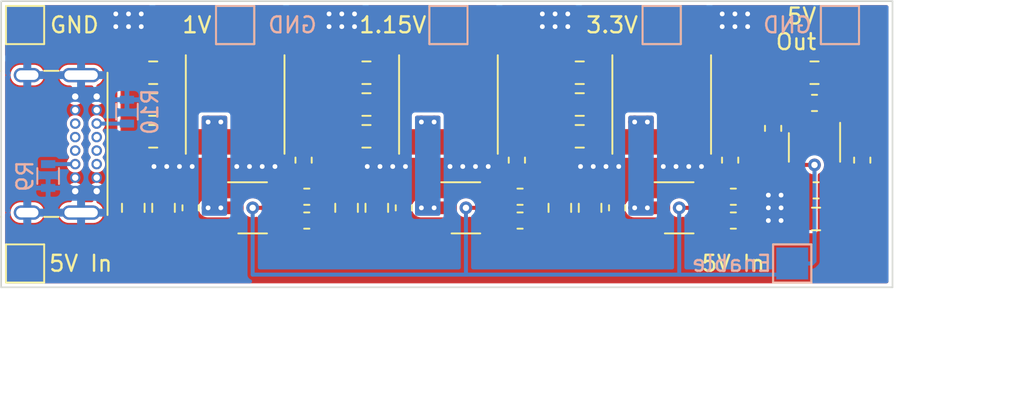
<source format=kicad_pcb>
(kicad_pcb (version 20171130) (host pcbnew "(5.1.5)-3")

  (general
    (thickness 1.6)
    (drawings 9)
    (tracks 162)
    (zones 0)
    (modules 55)
    (nets 26)
  )

  (page A4)
  (layers
    (0 F.Cu signal hide)
    (31 B.Cu signal)
    (32 B.Adhes user hide)
    (33 F.Adhes user hide)
    (34 B.Paste user hide)
    (35 F.Paste user)
    (36 B.SilkS user)
    (37 F.SilkS user)
    (38 B.Mask user hide)
    (39 F.Mask user hide)
    (40 Dwgs.User user)
    (41 Cmts.User user hide)
    (42 Eco1.User user hide)
    (43 Eco2.User user hide)
    (44 Edge.Cuts user)
    (45 Margin user hide)
    (46 B.CrtYd user hide)
    (47 F.CrtYd user)
    (48 B.Fab user hide)
    (49 F.Fab user)
  )

  (setup
    (last_trace_width 0.25)
    (user_trace_width 0.5)
    (user_trace_width 0.6)
    (user_trace_width 0.7)
    (user_trace_width 0.8)
    (user_trace_width 0.9)
    (user_trace_width 1)
    (trace_clearance 0.16)
    (zone_clearance 0.2)
    (zone_45_only no)
    (trace_min 0.2)
    (via_size 0.8)
    (via_drill 0.4)
    (via_min_size 0.4)
    (via_min_drill 0.3)
    (uvia_size 0.3)
    (uvia_drill 0.1)
    (uvias_allowed no)
    (uvia_min_size 0.2)
    (uvia_min_drill 0.1)
    (edge_width 0.05)
    (segment_width 0.2)
    (pcb_text_width 0.3)
    (pcb_text_size 1.5 1.5)
    (mod_edge_width 0.12)
    (mod_text_size 1 1)
    (mod_text_width 0.15)
    (pad_size 1.06 0.65)
    (pad_drill 0)
    (pad_to_mask_clearance 0.051)
    (solder_mask_min_width 0.25)
    (aux_axis_origin 124 95)
    (grid_origin 124 95)
    (visible_elements 7FFFFF7F)
    (pcbplotparams
      (layerselection 0x010fc_ffffffff)
      (usegerberextensions false)
      (usegerberattributes false)
      (usegerberadvancedattributes false)
      (creategerberjobfile false)
      (excludeedgelayer true)
      (linewidth 0.100000)
      (plotframeref false)
      (viasonmask false)
      (mode 1)
      (useauxorigin true)
      (hpglpennumber 1)
      (hpglpenspeed 20)
      (hpglpendiameter 15.000000)
      (psnegative false)
      (psa4output false)
      (plotreference true)
      (plotvalue true)
      (plotinvisibletext false)
      (padsonsilk false)
      (subtractmaskfromsilk false)
      (outputformat 1)
      (mirror false)
      (drillshape 0)
      (scaleselection 1)
      (outputdirectory "production/"))
  )

  (net 0 "")
  (net 1 GND)
  (net 2 +5V)
  (net 3 "Net-(C4-Pad2)")
  (net 4 "Net-(C4-Pad1)")
  (net 5 /1V)
  (net 6 "Net-(C11-Pad2)")
  (net 7 "Net-(C11-Pad1)")
  (net 8 /1.15V)
  (net 9 "Net-(C18-Pad2)")
  (net 10 "Net-(C18-Pad1)")
  (net 11 /3.3V)
  (net 12 /5VOut)
  (net 13 "Net-(J1-PadB6)")
  (net 14 "Net-(J1-PadB5)")
  (net 15 "Net-(J1-PadB8)")
  (net 16 "Net-(J1-PadB7)")
  (net 17 "Net-(J1-PadA8)")
  (net 18 "Net-(J1-PadA7)")
  (net 19 "Net-(J1-PadA6)")
  (net 20 "Net-(J1-PadA5)")
  (net 21 "Net-(R1-Pad2)")
  (net 22 "Net-(R3-Pad2)")
  (net 23 "Net-(R5-Pad2)")
  (net 24 "Net-(R7-Pad2)")
  (net 25 /Enable)

  (net_class Default "This is the default net class."
    (clearance 0.16)
    (trace_width 0.25)
    (via_dia 0.8)
    (via_drill 0.4)
    (uvia_dia 0.3)
    (uvia_drill 0.1)
    (add_net +5V)
    (add_net /1.15V)
    (add_net /1V)
    (add_net /3.3V)
    (add_net /5VOut)
    (add_net /Enable)
    (add_net GND)
    (add_net "Net-(C11-Pad1)")
    (add_net "Net-(C11-Pad2)")
    (add_net "Net-(C18-Pad1)")
    (add_net "Net-(C18-Pad2)")
    (add_net "Net-(C4-Pad1)")
    (add_net "Net-(C4-Pad2)")
    (add_net "Net-(J1-PadA5)")
    (add_net "Net-(J1-PadA6)")
    (add_net "Net-(J1-PadA7)")
    (add_net "Net-(J1-PadA8)")
    (add_net "Net-(J1-PadB5)")
    (add_net "Net-(J1-PadB6)")
    (add_net "Net-(J1-PadB7)")
    (add_net "Net-(J1-PadB8)")
    (add_net "Net-(R1-Pad2)")
    (add_net "Net-(R3-Pad2)")
    (add_net "Net-(R5-Pad2)")
    (add_net "Net-(R7-Pad2)")
  )

  (module Resistors_SMD:R_0603 (layer B.Cu) (tedit 5E477E62) (tstamp 5E4779D5)
    (at 131.9 101.95 90)
    (descr "Resistor SMD 0603, reflow soldering, Vishay (see dcrcw.pdf)")
    (tags "resistor 0603")
    (path /5E4B2BF0)
    (attr smd)
    (fp_text reference R10 (at 0 1.45 270) (layer B.SilkS)
      (effects (font (size 1 1) (thickness 0.15)) (justify mirror))
    )
    (fp_text value 5K11 (at 0 -1.5 270) (layer B.Fab)
      (effects (font (size 1 1) (thickness 0.15)) (justify mirror))
    )
    (fp_line (start 1.25 -0.7) (end -1.25 -0.7) (layer B.CrtYd) (width 0.05))
    (fp_line (start 1.25 -0.7) (end 1.25 0.7) (layer B.CrtYd) (width 0.05))
    (fp_line (start -1.25 0.7) (end -1.25 -0.7) (layer B.CrtYd) (width 0.05))
    (fp_line (start -1.25 0.7) (end 1.25 0.7) (layer B.CrtYd) (width 0.05))
    (fp_line (start -0.5 0.68) (end 0.5 0.68) (layer B.SilkS) (width 0.12))
    (fp_line (start 0.5 -0.68) (end -0.5 -0.68) (layer B.SilkS) (width 0.12))
    (fp_line (start -0.8 0.4) (end 0.8 0.4) (layer B.Fab) (width 0.1))
    (fp_line (start 0.8 0.4) (end 0.8 -0.4) (layer B.Fab) (width 0.1))
    (fp_line (start 0.8 -0.4) (end -0.8 -0.4) (layer B.Fab) (width 0.1))
    (fp_line (start -0.8 -0.4) (end -0.8 0.4) (layer B.Fab) (width 0.1))
    (fp_text user %R (at 0 0 270) (layer B.Fab)
      (effects (font (size 0.4 0.4) (thickness 0.075)) (justify mirror))
    )
    (pad 2 smd rect (at 0.75 0 90) (size 0.5 0.9) (layers B.Cu B.Paste B.Mask)
      (net 1 GND) (zone_connect 1) (thermal_width 0.3) (thermal_gap 0.3))
    (pad 1 smd rect (at -0.75 0 90) (size 0.5 0.9) (layers B.Cu B.Paste B.Mask)
      (net 20 "Net-(J1-PadA5)"))
    (model ${KISYS3DMOD}/Resistor_SMD.3dshapes/R_0603_1608Metric.wrl
      (at (xyz 0 0 0))
      (scale (xyz 1 1 1))
      (rotate (xyz 0 0 0))
    )
  )

  (module Resistors_SMD:R_0603 (layer B.Cu) (tedit 5E477E91) (tstamp 5E47A94F)
    (at 126.95 106 270)
    (descr "Resistor SMD 0603, reflow soldering, Vishay (see dcrcw.pdf)")
    (tags "resistor 0603")
    (path /5E4B2507)
    (attr smd)
    (fp_text reference R9 (at 0 1.45 270) (layer B.SilkS)
      (effects (font (size 1 1) (thickness 0.15)) (justify mirror))
    )
    (fp_text value 5K11 (at 0 -1.5 270) (layer B.Fab) hide
      (effects (font (size 1 1) (thickness 0.15)) (justify mirror))
    )
    (fp_text user %R (at 0 0 270) (layer B.Fab)
      (effects (font (size 0.4 0.4) (thickness 0.075)) (justify mirror))
    )
    (fp_line (start -0.8 -0.4) (end -0.8 0.4) (layer B.Fab) (width 0.1))
    (fp_line (start 0.8 -0.4) (end -0.8 -0.4) (layer B.Fab) (width 0.1))
    (fp_line (start 0.8 0.4) (end 0.8 -0.4) (layer B.Fab) (width 0.1))
    (fp_line (start -0.8 0.4) (end 0.8 0.4) (layer B.Fab) (width 0.1))
    (fp_line (start 0.5 -0.68) (end -0.5 -0.68) (layer B.SilkS) (width 0.12))
    (fp_line (start -0.5 0.68) (end 0.5 0.68) (layer B.SilkS) (width 0.12))
    (fp_line (start -1.25 0.7) (end 1.25 0.7) (layer B.CrtYd) (width 0.05))
    (fp_line (start -1.25 0.7) (end -1.25 -0.7) (layer B.CrtYd) (width 0.05))
    (fp_line (start 1.25 -0.7) (end 1.25 0.7) (layer B.CrtYd) (width 0.05))
    (fp_line (start 1.25 -0.7) (end -1.25 -0.7) (layer B.CrtYd) (width 0.05))
    (pad 1 smd rect (at -0.75 0 270) (size 0.5 0.9) (layers B.Cu B.Paste B.Mask)
      (net 14 "Net-(J1-PadB5)"))
    (pad 2 smd rect (at 0.75 0 270) (size 0.5 0.9) (layers B.Cu B.Paste B.Mask)
      (net 1 GND) (zone_connect 1) (thermal_width 0.3) (thermal_gap 0.3))
    (model ${KISYS3DMOD}/Resistor_SMD.3dshapes/R_0603_1608Metric.wrl
      (at (xyz 0 0 0))
      (scale (xyz 1 1 1))
      (rotate (xyz 0 0 0))
    )
  )

  (module Package_TO_SOT_SMD:SOT-23-6 (layer F.Cu) (tedit 5A02FF57) (tstamp 5E477609)
    (at 139.8 108)
    (descr "6-pin SOT-23 package")
    (tags SOT-23-6)
    (path /5E465944)
    (attr smd)
    (fp_text reference U1 (at 0 -2.9) (layer F.SilkS) hide
      (effects (font (size 1 1) (thickness 0.15)))
    )
    (fp_text value TPS564201 (at 0 2.9) (layer F.Fab) hide
      (effects (font (size 1 1) (thickness 0.15)))
    )
    (fp_line (start 0.9 -1.55) (end 0.9 1.55) (layer F.Fab) (width 0.1))
    (fp_line (start 0.9 1.55) (end -0.9 1.55) (layer F.Fab) (width 0.1))
    (fp_line (start -0.9 -0.9) (end -0.9 1.55) (layer F.Fab) (width 0.1))
    (fp_line (start 0.9 -1.55) (end -0.25 -1.55) (layer F.Fab) (width 0.1))
    (fp_line (start -0.9 -0.9) (end -0.25 -1.55) (layer F.Fab) (width 0.1))
    (fp_line (start -1.9 -1.8) (end -1.9 1.8) (layer F.CrtYd) (width 0.05))
    (fp_line (start -1.9 1.8) (end 1.9 1.8) (layer F.CrtYd) (width 0.05))
    (fp_line (start 1.9 1.8) (end 1.9 -1.8) (layer F.CrtYd) (width 0.05))
    (fp_line (start 1.9 -1.8) (end -1.9 -1.8) (layer F.CrtYd) (width 0.05))
    (fp_line (start 0.9 -1.61) (end -1.55 -1.61) (layer F.SilkS) (width 0.12))
    (fp_line (start -0.9 1.61) (end 0.9 1.61) (layer F.SilkS) (width 0.12))
    (fp_text user %R (at 0 0 90) (layer F.Fab)
      (effects (font (size 0.5 0.5) (thickness 0.075)))
    )
    (pad 5 smd rect (at 1.1 0) (size 1.06 0.65) (layers F.Cu F.Paste F.Mask)
      (net 25 /Enable))
    (pad 6 smd rect (at 1.1 -0.95) (size 1.06 0.65) (layers F.Cu F.Paste F.Mask)
      (net 3 "Net-(C4-Pad2)"))
    (pad 4 smd rect (at 1.1 0.95) (size 1.06 0.65) (layers F.Cu F.Paste F.Mask)
      (net 21 "Net-(R1-Pad2)"))
    (pad 3 smd rect (at -1.1 0.95) (size 1.06 0.65) (layers F.Cu F.Paste F.Mask)
      (net 2 +5V))
    (pad 2 smd rect (at -1.1 0) (size 1.06 0.65) (layers F.Cu F.Paste F.Mask)
      (net 4 "Net-(C4-Pad1)"))
    (pad 1 smd rect (at -1.1 -0.95) (size 1.06 0.65) (layers F.Cu F.Paste F.Mask)
      (net 1 GND))
    (model ${KISYS3DMOD}/Package_TO_SOT_SMD.3dshapes/SOT-23-6.wrl
      (at (xyz 0 0 0))
      (scale (xyz 1 1 1))
      (rotate (xyz 0 0 0))
    )
  )

  (module Package_TO_SOT_SMD:SOT-23-6 (layer F.Cu) (tedit 5A02FF57) (tstamp 5E47733F)
    (at 153.2 108)
    (descr "6-pin SOT-23 package")
    (tags SOT-23-6)
    (path /5E516B97)
    (attr smd)
    (fp_text reference U2 (at 0 -2.9) (layer F.SilkS) hide
      (effects (font (size 1 1) (thickness 0.15)))
    )
    (fp_text value TPS564201 (at 0 2.9) (layer F.Fab) hide
      (effects (font (size 1 1) (thickness 0.15)))
    )
    (fp_line (start 0.9 -1.55) (end 0.9 1.55) (layer F.Fab) (width 0.1))
    (fp_line (start 0.9 1.55) (end -0.9 1.55) (layer F.Fab) (width 0.1))
    (fp_line (start -0.9 -0.9) (end -0.9 1.55) (layer F.Fab) (width 0.1))
    (fp_line (start 0.9 -1.55) (end -0.25 -1.55) (layer F.Fab) (width 0.1))
    (fp_line (start -0.9 -0.9) (end -0.25 -1.55) (layer F.Fab) (width 0.1))
    (fp_line (start -1.9 -1.8) (end -1.9 1.8) (layer F.CrtYd) (width 0.05))
    (fp_line (start -1.9 1.8) (end 1.9 1.8) (layer F.CrtYd) (width 0.05))
    (fp_line (start 1.9 1.8) (end 1.9 -1.8) (layer F.CrtYd) (width 0.05))
    (fp_line (start 1.9 -1.8) (end -1.9 -1.8) (layer F.CrtYd) (width 0.05))
    (fp_line (start 0.9 -1.61) (end -1.55 -1.61) (layer F.SilkS) (width 0.12))
    (fp_line (start -0.9 1.61) (end 0.9 1.61) (layer F.SilkS) (width 0.12))
    (fp_text user %R (at 0 0 90) (layer F.Fab)
      (effects (font (size 0.5 0.5) (thickness 0.075)))
    )
    (pad 5 smd rect (at 1.1 0) (size 1.06 0.65) (layers F.Cu F.Paste F.Mask)
      (net 25 /Enable))
    (pad 6 smd rect (at 1.1 -0.95) (size 1.06 0.65) (layers F.Cu F.Paste F.Mask)
      (net 6 "Net-(C11-Pad2)"))
    (pad 4 smd rect (at 1.1 0.95) (size 1.06 0.65) (layers F.Cu F.Paste F.Mask)
      (net 22 "Net-(R3-Pad2)"))
    (pad 3 smd rect (at -1.1 0.95) (size 1.06 0.65) (layers F.Cu F.Paste F.Mask)
      (net 2 +5V))
    (pad 2 smd rect (at -1.1 0) (size 1.06 0.65) (layers F.Cu F.Paste F.Mask)
      (net 7 "Net-(C11-Pad1)"))
    (pad 1 smd rect (at -1.1 -0.95) (size 1.06 0.65) (layers F.Cu F.Paste F.Mask)
      (net 1 GND))
    (model ${KISYS3DMOD}/Package_TO_SOT_SMD.3dshapes/SOT-23-6.wrl
      (at (xyz 0 0 0))
      (scale (xyz 1 1 1))
      (rotate (xyz 0 0 0))
    )
  )

  (module Package_TO_SOT_SMD:SOT-23-6 (layer F.Cu) (tedit 5A02FF57) (tstamp 5E477798)
    (at 166.6 108)
    (descr "6-pin SOT-23 package")
    (tags SOT-23-6)
    (path /5E52542F)
    (attr smd)
    (fp_text reference U3 (at 0 -2.9) (layer F.SilkS) hide
      (effects (font (size 1 1) (thickness 0.15)))
    )
    (fp_text value TPS564201 (at 0 2.9) (layer F.Fab) hide
      (effects (font (size 1 1) (thickness 0.15)))
    )
    (fp_text user %R (at 0 0 90) (layer F.Fab)
      (effects (font (size 0.5 0.5) (thickness 0.075)))
    )
    (fp_line (start -0.9 1.61) (end 0.9 1.61) (layer F.SilkS) (width 0.12))
    (fp_line (start 0.9 -1.61) (end -1.55 -1.61) (layer F.SilkS) (width 0.12))
    (fp_line (start 1.9 -1.8) (end -1.9 -1.8) (layer F.CrtYd) (width 0.05))
    (fp_line (start 1.9 1.8) (end 1.9 -1.8) (layer F.CrtYd) (width 0.05))
    (fp_line (start -1.9 1.8) (end 1.9 1.8) (layer F.CrtYd) (width 0.05))
    (fp_line (start -1.9 -1.8) (end -1.9 1.8) (layer F.CrtYd) (width 0.05))
    (fp_line (start -0.9 -0.9) (end -0.25 -1.55) (layer F.Fab) (width 0.1))
    (fp_line (start 0.9 -1.55) (end -0.25 -1.55) (layer F.Fab) (width 0.1))
    (fp_line (start -0.9 -0.9) (end -0.9 1.55) (layer F.Fab) (width 0.1))
    (fp_line (start 0.9 1.55) (end -0.9 1.55) (layer F.Fab) (width 0.1))
    (fp_line (start 0.9 -1.55) (end 0.9 1.55) (layer F.Fab) (width 0.1))
    (pad 1 smd rect (at -1.1 -0.95) (size 1.06 0.65) (layers F.Cu F.Paste F.Mask)
      (net 1 GND))
    (pad 2 smd rect (at -1.1 0) (size 1.06 0.65) (layers F.Cu F.Paste F.Mask)
      (net 10 "Net-(C18-Pad1)"))
    (pad 3 smd rect (at -1.1 0.95) (size 1.06 0.65) (layers F.Cu F.Paste F.Mask)
      (net 2 +5V))
    (pad 4 smd rect (at 1.1 0.95) (size 1.06 0.65) (layers F.Cu F.Paste F.Mask)
      (net 23 "Net-(R5-Pad2)"))
    (pad 6 smd rect (at 1.1 -0.95) (size 1.06 0.65) (layers F.Cu F.Paste F.Mask)
      (net 9 "Net-(C18-Pad2)"))
    (pad 5 smd rect (at 1.1 0) (size 1.06 0.65) (layers F.Cu F.Paste F.Mask)
      (net 25 /Enable))
    (model ${KISYS3DMOD}/Package_TO_SOT_SMD.3dshapes/SOT-23-6.wrl
      (at (xyz 0 0 0))
      (scale (xyz 1 1 1))
      (rotate (xyz 0 0 0))
    )
  )

  (module TestPoint:TestPoint_Pad_2.0x2.0mm (layer F.Cu) (tedit 5E473E72) (tstamp 5E4774AB)
    (at 138.7 96.5)
    (descr "SMD rectangular pad as test Point, square 2.0mm side length")
    (tags "test point SMD pad rectangle square")
    (path /5E44792D)
    (attr virtual)
    (fp_text reference TP9 (at 0 -2.898) (layer F.SilkS) hide
      (effects (font (size 1 1) (thickness 0.15)))
    )
    (fp_text value 1V (at -1.4 0) (layer F.SilkS)
      (effects (font (size 1 1) (thickness 0.15)) (justify right))
    )
    (fp_line (start 1.5 1.5) (end -1.5 1.5) (layer F.CrtYd) (width 0.05))
    (fp_line (start 1.5 1.5) (end 1.5 -1.5) (layer F.CrtYd) (width 0.05))
    (fp_line (start -1.5 -1.5) (end -1.5 1.5) (layer F.CrtYd) (width 0.05))
    (fp_line (start -1.5 -1.5) (end 1.5 -1.5) (layer F.CrtYd) (width 0.05))
    (fp_line (start -1.2 1.2) (end -1.2 -1.2) (layer F.SilkS) (width 0.12))
    (fp_line (start 1.2 1.2) (end -1.2 1.2) (layer F.SilkS) (width 0.12))
    (fp_line (start 1.2 -1.2) (end 1.2 1.2) (layer F.SilkS) (width 0.12))
    (fp_line (start -1.2 -1.2) (end 1.2 -1.2) (layer F.SilkS) (width 0.12))
    (fp_text user %V (at 0 0) (layer F.Fab)
      (effects (font (size 1 1) (thickness 0.15)))
    )
    (pad 1 smd rect (at 0 0) (size 2 2) (layers F.Cu F.Mask)
      (net 5 /1V))
  )

  (module TestPoint:TestPoint_Pad_2.0x2.0mm (layer F.Cu) (tedit 5A0F774F) (tstamp 5E47754A)
    (at 125.5 111.5)
    (descr "SMD rectangular pad as test Point, square 2.0mm side length")
    (tags "test point SMD pad rectangle square")
    (path /5E45F07D)
    (attr virtual)
    (fp_text reference TP3 (at 0 -2.898) (layer F.SilkS) hide
      (effects (font (size 1 1) (thickness 0.15)))
    )
    (fp_text value 5VIn (at 2.1 0 90) (layer F.SilkS) hide
      (effects (font (size 1 1) (thickness 0.15)))
    )
    (fp_line (start 1.5 1.5) (end -1.5 1.5) (layer F.CrtYd) (width 0.05))
    (fp_line (start 1.5 1.5) (end 1.5 -1.5) (layer F.CrtYd) (width 0.05))
    (fp_line (start -1.5 -1.5) (end -1.5 1.5) (layer F.CrtYd) (width 0.05))
    (fp_line (start -1.5 -1.5) (end 1.5 -1.5) (layer F.CrtYd) (width 0.05))
    (fp_line (start -1.2 1.2) (end -1.2 -1.2) (layer F.SilkS) (width 0.12))
    (fp_line (start 1.2 1.2) (end -1.2 1.2) (layer F.SilkS) (width 0.12))
    (fp_line (start 1.2 -1.2) (end 1.2 1.2) (layer F.SilkS) (width 0.12))
    (fp_line (start -1.2 -1.2) (end 1.2 -1.2) (layer F.SilkS) (width 0.12))
    (fp_text user %V (at 0 0) (layer F.Fab)
      (effects (font (size 1 1) (thickness 0.15)))
    )
    (pad 1 smd rect (at 0 0) (size 2 2) (layers F.Cu F.Mask)
      (net 2 +5V))
  )

  (module Connector_USB:USB_C_Receptacle_GCT_USB4085 (layer F.Cu) (tedit 5E4749BD) (tstamp 5E4774ED)
    (at 130 101 270)
    (descr "USB 2.0 Type C Receptacle, https://gct.co/Files/Drawings/USB4085.pdf")
    (tags "USB Type-C Receptacle Through-hole Right angle")
    (path /5E642A58)
    (fp_text reference J1 (at 2.975 -1.8 270) (layer F.SilkS) hide
      (effects (font (size 1 1) (thickness 0.15)))
    )
    (fp_text value USB_C_Receptacle_USB2.0 (at 2.975 9.925 270) (layer F.Fab) hide
      (effects (font (size 1 1) (thickness 0.15)))
    )
    (fp_text user %R (at 2.975 4.025 270) (layer F.Fab)
      (effects (font (size 1 1) (thickness 0.15)))
    )
    (fp_text user "PCB Edge" (at 2.975 6.1 270) (layer Dwgs.User)
      (effects (font (size 0.5 0.5) (thickness 0.1)))
    )
    (fp_line (start -0.025 6.1) (end 5.975 6.1) (layer F.Fab) (width 0.1))
    (fp_line (start 8.25 -1.06) (end 8.25 9.11) (layer F.CrtYd) (width 0.05))
    (fp_line (start -2.3 -1.06) (end 8.25 -1.06) (layer F.CrtYd) (width 0.05))
    (fp_line (start -2.3 9.11) (end 8.25 9.11) (layer F.CrtYd) (width 0.05))
    (fp_line (start -2.3 -1.06) (end -2.3 9.11) (layer F.CrtYd) (width 0.05))
    (fp_line (start -1.62 2.4) (end -1.62 3.3) (layer F.SilkS) (width 0.12))
    (fp_line (start 7.57 2.4) (end 7.57 3.3) (layer F.SilkS) (width 0.12))
    (fp_line (start -1.62 6) (end -1.62 8.73) (layer F.SilkS) (width 0.12))
    (fp_line (start 7.57 6) (end 7.57 8.73) (layer F.SilkS) (width 0.12))
    (fp_line (start 7.45 -0.56) (end 7.45 8.61) (layer F.Fab) (width 0.1))
    (fp_line (start -1.5 -0.56) (end -1.5 8.61) (layer F.Fab) (width 0.1))
    (fp_line (start -1.5 -0.68) (end 7.45 -0.68) (layer F.SilkS) (width 0.12))
    (fp_line (start -1.62 8.73) (end 7.57 8.73) (layer F.SilkS) (width 0.12))
    (fp_line (start -1.5 8.61) (end 7.45 8.61) (layer F.Fab) (width 0.1))
    (fp_line (start -1.5 -0.56) (end 7.45 -0.56) (layer F.Fab) (width 0.1))
    (pad S1 thru_hole oval (at 7.3 4.36 270) (size 0.9 1.7) (drill oval 0.6 1.4) (layers *.Cu *.Mask)
      (net 1 GND) (zone_connect 1) (thermal_width 0.5) (thermal_gap 0.3))
    (pad S1 thru_hole oval (at -1.35 4.36 270) (size 0.9 1.7) (drill oval 0.6 1.4) (layers *.Cu *.Mask)
      (net 1 GND) (zone_connect 1) (thermal_width 0.5) (thermal_gap 0.3))
    (pad S1 thru_hole oval (at 7.3 0.98 270) (size 0.9 2.4) (drill oval 0.6 2.1) (layers *.Cu *.Mask)
      (net 1 GND) (zone_connect 1) (thermal_width 0.5) (thermal_gap 0.3))
    (pad S1 thru_hole oval (at -1.35 0.98 270) (size 0.9 2.4) (drill oval 0.6 2.1) (layers *.Cu *.Mask)
      (net 1 GND) (zone_connect 1) (thermal_width 0.5) (thermal_gap 0.3))
    (pad B6 thru_hole circle (at 3.4 1.35 270) (size 0.66 0.66) (drill 0.4) (layers *.Cu *.Mask)
      (net 13 "Net-(J1-PadB6)"))
    (pad B1 thru_hole circle (at 5.95 1.35 270) (size 0.66 0.66) (drill 0.4) (layers *.Cu *.Mask)
      (net 1 GND))
    (pad B4 thru_hole circle (at 5.1 1.35 270) (size 0.66 0.66) (drill 0.4) (layers *.Cu *.Mask)
      (net 2 +5V))
    (pad B5 thru_hole circle (at 4.25 1.35 270) (size 0.66 0.66) (drill 0.4) (layers *.Cu *.Mask)
      (net 14 "Net-(J1-PadB5)"))
    (pad B12 thru_hole circle (at 0 1.35 270) (size 0.66 0.66) (drill 0.4) (layers *.Cu *.Mask)
      (net 1 GND))
    (pad B8 thru_hole circle (at 1.7 1.35 270) (size 0.66 0.66) (drill 0.4) (layers *.Cu *.Mask)
      (net 15 "Net-(J1-PadB8)"))
    (pad B7 thru_hole circle (at 2.55 1.35 270) (size 0.66 0.66) (drill 0.4) (layers *.Cu *.Mask)
      (net 16 "Net-(J1-PadB7)"))
    (pad B9 thru_hole circle (at 0.85 1.35 270) (size 0.66 0.66) (drill 0.4) (layers *.Cu *.Mask)
      (net 2 +5V))
    (pad A12 thru_hole circle (at 5.95 0 270) (size 0.66 0.66) (drill 0.4) (layers *.Cu *.Mask)
      (net 1 GND))
    (pad A9 thru_hole circle (at 5.1 0 270) (size 0.66 0.66) (drill 0.4) (layers *.Cu *.Mask)
      (net 2 +5V))
    (pad A8 thru_hole circle (at 4.25 0 270) (size 0.66 0.66) (drill 0.4) (layers *.Cu *.Mask)
      (net 17 "Net-(J1-PadA8)"))
    (pad A7 thru_hole circle (at 3.4 0 270) (size 0.66 0.66) (drill 0.4) (layers *.Cu *.Mask)
      (net 18 "Net-(J1-PadA7)"))
    (pad A6 thru_hole circle (at 2.55 0 270) (size 0.66 0.66) (drill 0.4) (layers *.Cu *.Mask)
      (net 19 "Net-(J1-PadA6)"))
    (pad A5 thru_hole circle (at 1.7 0 270) (size 0.66 0.66) (drill 0.4) (layers *.Cu *.Mask)
      (net 20 "Net-(J1-PadA5)"))
    (pad A4 thru_hole circle (at 0.85 0 270) (size 0.66 0.66) (drill 0.4) (layers *.Cu *.Mask)
      (net 2 +5V))
    (pad A1 thru_hole circle (at 0 0 270) (size 0.66 0.66) (drill 0.4) (layers *.Cu *.Mask)
      (net 1 GND))
    (model ${KISYS3DMOD}/Connector_USB.3dshapes/USB_C_Receptacle_GCT_USB4085.wrl
      (at (xyz 0 0 0))
      (scale (xyz 1 1 1))
      (rotate (xyz 0 0 0))
    )
    (model ${KIPRJMOD}/USB4085-GF-A--3DModel-STEP-56544.STEP
      (offset (xyz 3 -4 0))
      (scale (xyz 1 1 1))
      (rotate (xyz -90 0 0))
    )
  )

  (module Resistor_SMD:R_0603_1608Metric (layer F.Cu) (tedit 5B301BBD) (tstamp 5E54664B)
    (at 172.5 103 270)
    (descr "Resistor SMD 0603 (1608 Metric), square (rectangular) end terminal, IPC_7351 nominal, (Body size source: http://www.tortai-tech.com/upload/download/2011102023233369053.pdf), generated with kicad-footprint-generator")
    (tags resistor)
    (path /5E4A9EB1)
    (attr smd)
    (fp_text reference R8 (at 0 -1.43 270) (layer F.SilkS) hide
      (effects (font (size 1 1) (thickness 0.15)))
    )
    (fp_text value 10K (at 2 0 270) (layer F.Fab)
      (effects (font (size 0.7 0.7) (thickness 0.1)))
    )
    (fp_text user %R (at 0 0 270) (layer F.Fab)
      (effects (font (size 0.4 0.4) (thickness 0.06)))
    )
    (fp_line (start 1.48 0.73) (end -1.48 0.73) (layer F.CrtYd) (width 0.05))
    (fp_line (start 1.48 -0.73) (end 1.48 0.73) (layer F.CrtYd) (width 0.05))
    (fp_line (start -1.48 -0.73) (end 1.48 -0.73) (layer F.CrtYd) (width 0.05))
    (fp_line (start -1.48 0.73) (end -1.48 -0.73) (layer F.CrtYd) (width 0.05))
    (fp_line (start -0.162779 0.51) (end 0.162779 0.51) (layer F.SilkS) (width 0.12))
    (fp_line (start -0.162779 -0.51) (end 0.162779 -0.51) (layer F.SilkS) (width 0.12))
    (fp_line (start 0.8 0.4) (end -0.8 0.4) (layer F.Fab) (width 0.1))
    (fp_line (start 0.8 -0.4) (end 0.8 0.4) (layer F.Fab) (width 0.1))
    (fp_line (start -0.8 -0.4) (end 0.8 -0.4) (layer F.Fab) (width 0.1))
    (fp_line (start -0.8 0.4) (end -0.8 -0.4) (layer F.Fab) (width 0.1))
    (pad 2 smd roundrect (at 0.7875 0 270) (size 0.875 0.95) (layers F.Cu F.Paste F.Mask) (roundrect_rratio 0.25)
      (net 25 /Enable))
    (pad 1 smd roundrect (at -0.7875 0 270) (size 0.875 0.95) (layers F.Cu F.Paste F.Mask) (roundrect_rratio 0.25)
      (net 1 GND))
    (model ${KISYS3DMOD}/Resistor_SMD.3dshapes/R_0603_1608Metric.wrl
      (at (xyz 0 0 0))
      (scale (xyz 1 1 1))
      (rotate (xyz 0 0 0))
    )
  )

  (module Resistor_SMD:R_0603_1608Metric (layer F.Cu) (tedit 5B301BBD) (tstamp 5E5465FA)
    (at 178.1 105 90)
    (descr "Resistor SMD 0603 (1608 Metric), square (rectangular) end terminal, IPC_7351 nominal, (Body size source: http://www.tortai-tech.com/upload/download/2011102023233369053.pdf), generated with kicad-footprint-generator")
    (tags resistor)
    (path /5E547D54)
    (attr smd)
    (fp_text reference R7 (at 0 -1.43 90) (layer F.SilkS) hide
      (effects (font (size 1 1) (thickness 0.15)))
    )
    (fp_text value 10K (at 0 1 90) (layer F.Fab)
      (effects (font (size 0.7 0.7) (thickness 0.1)))
    )
    (fp_line (start -0.8 0.4) (end -0.8 -0.4) (layer F.Fab) (width 0.1))
    (fp_line (start -0.8 -0.4) (end 0.8 -0.4) (layer F.Fab) (width 0.1))
    (fp_line (start 0.8 -0.4) (end 0.8 0.4) (layer F.Fab) (width 0.1))
    (fp_line (start 0.8 0.4) (end -0.8 0.4) (layer F.Fab) (width 0.1))
    (fp_line (start -0.162779 -0.51) (end 0.162779 -0.51) (layer F.SilkS) (width 0.12))
    (fp_line (start -0.162779 0.51) (end 0.162779 0.51) (layer F.SilkS) (width 0.12))
    (fp_line (start -1.48 0.73) (end -1.48 -0.73) (layer F.CrtYd) (width 0.05))
    (fp_line (start -1.48 -0.73) (end 1.48 -0.73) (layer F.CrtYd) (width 0.05))
    (fp_line (start 1.48 -0.73) (end 1.48 0.73) (layer F.CrtYd) (width 0.05))
    (fp_line (start 1.48 0.73) (end -1.48 0.73) (layer F.CrtYd) (width 0.05))
    (fp_text user %R (at 0 0 90) (layer F.Fab)
      (effects (font (size 0.4 0.4) (thickness 0.06)))
    )
    (pad 1 smd roundrect (at -0.7875 0 90) (size 0.875 0.95) (layers F.Cu F.Paste F.Mask) (roundrect_rratio 0.25)
      (net 2 +5V))
    (pad 2 smd roundrect (at 0.7875 0 90) (size 0.875 0.95) (layers F.Cu F.Paste F.Mask) (roundrect_rratio 0.25)
      (net 24 "Net-(R7-Pad2)"))
    (model ${KISYS3DMOD}/Resistor_SMD.3dshapes/R_0603_1608Metric.wrl
      (at (xyz 0 0 0))
      (scale (xyz 1 1 1))
      (rotate (xyz 0 0 0))
    )
  )

  (module TestPoint:TestPoint_Pad_2.0x2.0mm (layer B.Cu) (tedit 5A0F774F) (tstamp 5E547A4D)
    (at 176.7 96.5)
    (descr "SMD rectangular pad as test Point, square 2.0mm side length")
    (tags "test point SMD pad rectangle square")
    (path /5E4432C9)
    (attr virtual)
    (fp_text reference TP2 (at 0 2.898) (layer B.SilkS) hide
      (effects (font (size 1 1) (thickness 0.15)) (justify mirror))
    )
    (fp_text value GND (at -3.3 0) (layer B.SilkS)
      (effects (font (size 1 1) (thickness 0.15)) (justify mirror))
    )
    (fp_line (start 1.5 -1.5) (end -1.5 -1.5) (layer B.CrtYd) (width 0.05))
    (fp_line (start 1.5 -1.5) (end 1.5 1.5) (layer B.CrtYd) (width 0.05))
    (fp_line (start -1.5 1.5) (end -1.5 -1.5) (layer B.CrtYd) (width 0.05))
    (fp_line (start -1.5 1.5) (end 1.5 1.5) (layer B.CrtYd) (width 0.05))
    (fp_line (start -1.2 -1.2) (end -1.2 1.2) (layer B.SilkS) (width 0.12))
    (fp_line (start 1.2 -1.2) (end -1.2 -1.2) (layer B.SilkS) (width 0.12))
    (fp_line (start 1.2 1.2) (end 1.2 -1.2) (layer B.SilkS) (width 0.12))
    (fp_line (start -1.2 1.2) (end 1.2 1.2) (layer B.SilkS) (width 0.12))
    (fp_text user %V (at 0 0) (layer B.Fab)
      (effects (font (size 1 1) (thickness 0.15)) (justify mirror))
    )
    (pad 1 smd rect (at 0 0) (size 2 2) (layers B.Cu B.Mask)
      (net 1 GND))
  )

  (module TestPoint:TestPoint_Pad_2.0x2.0mm (layer B.Cu) (tedit 5A0F774F) (tstamp 5E474F86)
    (at 165.5 96.5)
    (descr "SMD rectangular pad as test Point, square 2.0mm side length")
    (tags "test point SMD pad rectangle square")
    (path /5E4469A3)
    (attr virtual)
    (fp_text reference TP8 (at 0 2.898) (layer B.SilkS) hide
      (effects (font (size 1 1) (thickness 0.15)) (justify mirror))
    )
    (fp_text value GND (at 0 -3.1) (layer B.Fab) hide
      (effects (font (size 1 1) (thickness 0.15)) (justify mirror))
    )
    (fp_line (start 1.5 -1.5) (end -1.5 -1.5) (layer B.CrtYd) (width 0.05))
    (fp_line (start 1.5 -1.5) (end 1.5 1.5) (layer B.CrtYd) (width 0.05))
    (fp_line (start -1.5 1.5) (end -1.5 -1.5) (layer B.CrtYd) (width 0.05))
    (fp_line (start -1.5 1.5) (end 1.5 1.5) (layer B.CrtYd) (width 0.05))
    (fp_line (start -1.2 -1.2) (end -1.2 1.2) (layer B.SilkS) (width 0.12))
    (fp_line (start 1.2 -1.2) (end -1.2 -1.2) (layer B.SilkS) (width 0.12))
    (fp_line (start 1.2 1.2) (end 1.2 -1.2) (layer B.SilkS) (width 0.12))
    (fp_line (start -1.2 1.2) (end 1.2 1.2) (layer B.SilkS) (width 0.12))
    (fp_text user %V (at 0 0) (layer B.Fab)
      (effects (font (size 1 1) (thickness 0.15)) (justify mirror))
    )
    (pad 1 smd rect (at 0 0) (size 2 2) (layers B.Cu B.Mask)
      (net 1 GND))
  )

  (module TestPoint:TestPoint_Pad_2.0x2.0mm (layer F.Cu) (tedit 5A0F774F) (tstamp 5E546478)
    (at 176.7 96.5)
    (descr "SMD rectangular pad as test Point, square 2.0mm side length")
    (tags "test point SMD pad rectangle square")
    (path /5E443062)
    (attr virtual)
    (fp_text reference TP1 (at 0 -2.898) (layer F.SilkS) hide
      (effects (font (size 1 1) (thickness 0.15)))
    )
    (fp_text value 5VOut (at -1.4 -0.6 180) (layer F.SilkS) hide
      (effects (font (size 1 1) (thickness 0.15)) (justify right))
    )
    (fp_line (start 1.5 1.5) (end -1.5 1.5) (layer F.CrtYd) (width 0.05))
    (fp_line (start 1.5 1.5) (end 1.5 -1.5) (layer F.CrtYd) (width 0.05))
    (fp_line (start -1.5 -1.5) (end -1.5 1.5) (layer F.CrtYd) (width 0.05))
    (fp_line (start -1.5 -1.5) (end 1.5 -1.5) (layer F.CrtYd) (width 0.05))
    (fp_line (start -1.2 1.2) (end -1.2 -1.2) (layer F.SilkS) (width 0.12))
    (fp_line (start 1.2 1.2) (end -1.2 1.2) (layer F.SilkS) (width 0.12))
    (fp_line (start 1.2 -1.2) (end 1.2 1.2) (layer F.SilkS) (width 0.12))
    (fp_line (start -1.2 -1.2) (end 1.2 -1.2) (layer F.SilkS) (width 0.12))
    (fp_text user 5VOut (at 0 0) (layer F.Fab)
      (effects (font (size 1 1) (thickness 0.15)))
    )
    (pad 1 smd rect (at 0 0) (size 2 2) (layers F.Cu F.Mask)
      (net 12 /5VOut))
  )

  (module TestPoint:TestPoint_Pad_2.0x2.0mm (layer B.Cu) (tedit 5A0F774F) (tstamp 5E451F83)
    (at 152.1 96.5)
    (descr "SMD rectangular pad as test Point, square 2.0mm side length")
    (tags "test point SMD pad rectangle square")
    (path /5E45F087)
    (attr virtual)
    (fp_text reference TP5 (at 0 2.898) (layer B.SilkS) hide
      (effects (font (size 1 1) (thickness 0.15)) (justify mirror))
    )
    (fp_text value GND (at 0 -3.1) (layer B.Fab) hide
      (effects (font (size 1 1) (thickness 0.15)) (justify mirror))
    )
    (fp_line (start 1.5 -1.5) (end -1.5 -1.5) (layer B.CrtYd) (width 0.05))
    (fp_line (start 1.5 -1.5) (end 1.5 1.5) (layer B.CrtYd) (width 0.05))
    (fp_line (start -1.5 1.5) (end -1.5 -1.5) (layer B.CrtYd) (width 0.05))
    (fp_line (start -1.5 1.5) (end 1.5 1.5) (layer B.CrtYd) (width 0.05))
    (fp_line (start -1.2 -1.2) (end -1.2 1.2) (layer B.SilkS) (width 0.12))
    (fp_line (start 1.2 -1.2) (end -1.2 -1.2) (layer B.SilkS) (width 0.12))
    (fp_line (start 1.2 1.2) (end 1.2 -1.2) (layer B.SilkS) (width 0.12))
    (fp_line (start -1.2 1.2) (end 1.2 1.2) (layer B.SilkS) (width 0.12))
    (fp_text user %V (at 0 0) (layer B.Fab)
      (effects (font (size 1 1) (thickness 0.15)) (justify mirror))
    )
    (pad 1 smd rect (at 0 0) (size 2 2) (layers B.Cu B.Mask)
      (net 1 GND))
  )

  (module TestPoint:TestPoint_Pad_2.0x2.0mm (layer F.Cu) (tedit 5A0F774F) (tstamp 5E476F92)
    (at 125.5 96.5)
    (descr "SMD rectangular pad as test Point, square 2.0mm side length")
    (tags "test point SMD pad rectangle square")
    (path /5E44650B)
    (attr virtual)
    (fp_text reference TP6 (at 0 -2.898) (layer F.SilkS) hide
      (effects (font (size 1 1) (thickness 0.15)))
    )
    (fp_text value GND (at 3.1 0 180) (layer F.SilkS)
      (effects (font (size 1 1) (thickness 0.15)))
    )
    (fp_line (start 1.5 1.5) (end -1.5 1.5) (layer F.CrtYd) (width 0.05))
    (fp_line (start 1.5 1.5) (end 1.5 -1.5) (layer F.CrtYd) (width 0.05))
    (fp_line (start -1.5 -1.5) (end -1.5 1.5) (layer F.CrtYd) (width 0.05))
    (fp_line (start -1.5 -1.5) (end 1.5 -1.5) (layer F.CrtYd) (width 0.05))
    (fp_line (start -1.2 1.2) (end -1.2 -1.2) (layer F.SilkS) (width 0.12))
    (fp_line (start 1.2 1.2) (end -1.2 1.2) (layer F.SilkS) (width 0.12))
    (fp_line (start 1.2 -1.2) (end 1.2 1.2) (layer F.SilkS) (width 0.12))
    (fp_line (start -1.2 -1.2) (end 1.2 -1.2) (layer F.SilkS) (width 0.12))
    (fp_text user %V (at 0 0) (layer F.Fab)
      (effects (font (size 1 1) (thickness 0.15)))
    )
    (pad 1 smd rect (at 0 0) (size 2 2) (layers F.Cu F.Mask)
      (net 1 GND))
  )

  (module TestPoint:TestPoint_Pad_2.0x2.0mm (layer F.Cu) (tedit 5A0F774F) (tstamp 5E476FE9)
    (at 173.7 111.5)
    (descr "SMD rectangular pad as test Point, square 2.0mm side length")
    (tags "test point SMD pad rectangle square")
    (path /5E451FB9)
    (attr virtual)
    (fp_text reference TP11 (at 0 -2.898) (layer F.SilkS) hide
      (effects (font (size 1 1) (thickness 0.15)))
    )
    (fp_text value 5V (at -2.4 0) (layer F.SilkS) hide
      (effects (font (size 1 1) (thickness 0.15)))
    )
    (fp_line (start 1.5 1.5) (end -1.5 1.5) (layer F.CrtYd) (width 0.05))
    (fp_line (start 1.5 1.5) (end 1.5 -1.5) (layer F.CrtYd) (width 0.05))
    (fp_line (start -1.5 -1.5) (end -1.5 1.5) (layer F.CrtYd) (width 0.05))
    (fp_line (start -1.5 -1.5) (end 1.5 -1.5) (layer F.CrtYd) (width 0.05))
    (fp_line (start -1.2 1.2) (end -1.2 -1.2) (layer F.SilkS) (width 0.12))
    (fp_line (start 1.2 1.2) (end -1.2 1.2) (layer F.SilkS) (width 0.12))
    (fp_line (start 1.2 -1.2) (end 1.2 1.2) (layer F.SilkS) (width 0.12))
    (fp_line (start -1.2 -1.2) (end 1.2 -1.2) (layer F.SilkS) (width 0.12))
    (fp_text user %V (at 0 0) (layer F.Fab)
      (effects (font (size 1 1) (thickness 0.15)))
    )
    (pad 1 smd rect (at 0 0) (size 2 2) (layers F.Cu F.Mask)
      (net 2 +5V))
  )

  (module TestPoint:TestPoint_Pad_2.0x2.0mm (layer B.Cu) (tedit 5A0F774F) (tstamp 5E451FE2)
    (at 173.7 111.5)
    (descr "SMD rectangular pad as test Point, square 2.0mm side length")
    (tags "test point SMD pad rectangle square")
    (path /5E452366)
    (attr virtual)
    (fp_text reference TP12 (at 0 2.898) (layer B.SilkS) hide
      (effects (font (size 1 1) (thickness 0.15)) (justify mirror))
    )
    (fp_text value Enable (at -3.8 0) (layer B.SilkS)
      (effects (font (size 1 1) (thickness 0.15)) (justify mirror))
    )
    (fp_line (start 1.5 -1.5) (end -1.5 -1.5) (layer B.CrtYd) (width 0.05))
    (fp_line (start 1.5 -1.5) (end 1.5 1.5) (layer B.CrtYd) (width 0.05))
    (fp_line (start -1.5 1.5) (end -1.5 -1.5) (layer B.CrtYd) (width 0.05))
    (fp_line (start -1.5 1.5) (end 1.5 1.5) (layer B.CrtYd) (width 0.05))
    (fp_line (start -1.2 -1.2) (end -1.2 1.2) (layer B.SilkS) (width 0.12))
    (fp_line (start 1.2 -1.2) (end -1.2 -1.2) (layer B.SilkS) (width 0.12))
    (fp_line (start 1.2 1.2) (end 1.2 -1.2) (layer B.SilkS) (width 0.12))
    (fp_line (start -1.2 1.2) (end 1.2 1.2) (layer B.SilkS) (width 0.12))
    (fp_text user %V (at 0 0) (layer B.Fab)
      (effects (font (size 1 1) (thickness 0.15)) (justify mirror))
    )
    (pad 1 smd rect (at 0 0) (size 2 2) (layers B.Cu B.Mask)
      (net 25 /Enable))
  )

  (module TestPoint:TestPoint_Pad_2.0x2.0mm (layer B.Cu) (tedit 5A0F774F) (tstamp 5E4750B9)
    (at 138.7 96.5)
    (descr "SMD rectangular pad as test Point, square 2.0mm side length")
    (tags "test point SMD pad rectangle square")
    (path /5E447937)
    (attr virtual)
    (fp_text reference TP10 (at 0 2.898) (layer B.SilkS) hide
      (effects (font (size 1 1) (thickness 0.15)) (justify mirror))
    )
    (fp_text value GND (at 3.6 0) (layer B.SilkS)
      (effects (font (size 1 1) (thickness 0.15)) (justify mirror))
    )
    (fp_line (start 1.5 -1.5) (end -1.5 -1.5) (layer B.CrtYd) (width 0.05))
    (fp_line (start 1.5 -1.5) (end 1.5 1.5) (layer B.CrtYd) (width 0.05))
    (fp_line (start -1.5 1.5) (end -1.5 -1.5) (layer B.CrtYd) (width 0.05))
    (fp_line (start -1.5 1.5) (end 1.5 1.5) (layer B.CrtYd) (width 0.05))
    (fp_line (start -1.2 -1.2) (end -1.2 1.2) (layer B.SilkS) (width 0.12))
    (fp_line (start 1.2 -1.2) (end -1.2 -1.2) (layer B.SilkS) (width 0.12))
    (fp_line (start 1.2 1.2) (end 1.2 -1.2) (layer B.SilkS) (width 0.12))
    (fp_line (start -1.2 1.2) (end 1.2 1.2) (layer B.SilkS) (width 0.12))
    (fp_text user %V (at 0 0) (layer B.Fab)
      (effects (font (size 1 1) (thickness 0.15)) (justify mirror))
    )
    (pad 1 smd rect (at 0 0) (size 2 2) (layers B.Cu B.Mask)
      (net 1 GND))
  )

  (module TestPoint:TestPoint_Pad_2.0x2.0mm (layer F.Cu) (tedit 5A0F774F) (tstamp 5E477070)
    (at 152.1 96.5)
    (descr "SMD rectangular pad as test Point, square 2.0mm side length")
    (tags "test point SMD pad rectangle square")
    (path /5E446999)
    (attr virtual)
    (fp_text reference TP7 (at 0 -2.898) (layer F.SilkS) hide
      (effects (font (size 1 1) (thickness 0.15)))
    )
    (fp_text value 1.15V (at -1.3 0) (layer F.SilkS)
      (effects (font (size 1 1) (thickness 0.15)) (justify right))
    )
    (fp_line (start 1.5 1.5) (end -1.5 1.5) (layer F.CrtYd) (width 0.05))
    (fp_line (start 1.5 1.5) (end 1.5 -1.5) (layer F.CrtYd) (width 0.05))
    (fp_line (start -1.5 -1.5) (end -1.5 1.5) (layer F.CrtYd) (width 0.05))
    (fp_line (start -1.5 -1.5) (end 1.5 -1.5) (layer F.CrtYd) (width 0.05))
    (fp_line (start -1.2 1.2) (end -1.2 -1.2) (layer F.SilkS) (width 0.12))
    (fp_line (start 1.2 1.2) (end -1.2 1.2) (layer F.SilkS) (width 0.12))
    (fp_line (start 1.2 -1.2) (end 1.2 1.2) (layer F.SilkS) (width 0.12))
    (fp_line (start -1.2 -1.2) (end 1.2 -1.2) (layer F.SilkS) (width 0.12))
    (fp_text user %V (at 0 0) (layer F.Fab)
      (effects (font (size 1 1) (thickness 0.15)))
    )
    (pad 1 smd rect (at 0 0) (size 2 2) (layers F.Cu F.Mask)
      (net 8 /1.15V))
  )

  (module TestPoint:TestPoint_Pad_2.0x2.0mm (layer F.Cu) (tedit 5A0F774F) (tstamp 5E476F3E)
    (at 165.5 96.5)
    (descr "SMD rectangular pad as test Point, square 2.0mm side length")
    (tags "test point SMD pad rectangle square")
    (path /5E446505)
    (attr virtual)
    (fp_text reference TP4 (at 0 -2.898) (layer F.SilkS) hide
      (effects (font (size 1 1) (thickness 0.15)))
    )
    (fp_text value 3.3V (at -1.4 0) (layer F.SilkS)
      (effects (font (size 1 1) (thickness 0.15)) (justify right))
    )
    (fp_line (start 1.5 1.5) (end -1.5 1.5) (layer F.CrtYd) (width 0.05))
    (fp_line (start 1.5 1.5) (end 1.5 -1.5) (layer F.CrtYd) (width 0.05))
    (fp_line (start -1.5 -1.5) (end -1.5 1.5) (layer F.CrtYd) (width 0.05))
    (fp_line (start -1.5 -1.5) (end 1.5 -1.5) (layer F.CrtYd) (width 0.05))
    (fp_line (start -1.2 1.2) (end -1.2 -1.2) (layer F.SilkS) (width 0.12))
    (fp_line (start 1.2 1.2) (end -1.2 1.2) (layer F.SilkS) (width 0.12))
    (fp_line (start 1.2 -1.2) (end 1.2 1.2) (layer F.SilkS) (width 0.12))
    (fp_line (start -1.2 -1.2) (end 1.2 -1.2) (layer F.SilkS) (width 0.12))
    (fp_text user %V (at 0 0) (layer F.Fab)
      (effects (font (size 1 1) (thickness 0.15)))
    )
    (pad 1 smd rect (at 0 0) (size 2 2) (layers F.Cu F.Mask)
      (net 11 /3.3V))
  )

  (module Resistor_SMD:R_0603_1608Metric (layer F.Cu) (tedit 5B301BBD) (tstamp 5E47709A)
    (at 156.6 108.8)
    (descr "Resistor SMD 0603 (1608 Metric), square (rectangular) end terminal, IPC_7351 nominal, (Body size source: http://www.tortai-tech.com/upload/download/2011102023233369053.pdf), generated with kicad-footprint-generator")
    (tags resistor)
    (path /5E516C20)
    (attr smd)
    (fp_text reference R4 (at 0 -1.43) (layer F.SilkS) hide
      (effects (font (size 1 1) (thickness 0.15)))
    )
    (fp_text value 10K (at 0 1) (layer F.Fab)
      (effects (font (size 0.7 0.7) (thickness 0.1)))
    )
    (fp_text user %R (at 0 0) (layer F.Fab)
      (effects (font (size 0.4 0.4) (thickness 0.06)))
    )
    (fp_line (start 1.48 0.73) (end -1.48 0.73) (layer F.CrtYd) (width 0.05))
    (fp_line (start 1.48 -0.73) (end 1.48 0.73) (layer F.CrtYd) (width 0.05))
    (fp_line (start -1.48 -0.73) (end 1.48 -0.73) (layer F.CrtYd) (width 0.05))
    (fp_line (start -1.48 0.73) (end -1.48 -0.73) (layer F.CrtYd) (width 0.05))
    (fp_line (start -0.162779 0.51) (end 0.162779 0.51) (layer F.SilkS) (width 0.12))
    (fp_line (start -0.162779 -0.51) (end 0.162779 -0.51) (layer F.SilkS) (width 0.12))
    (fp_line (start 0.8 0.4) (end -0.8 0.4) (layer F.Fab) (width 0.1))
    (fp_line (start 0.8 -0.4) (end 0.8 0.4) (layer F.Fab) (width 0.1))
    (fp_line (start -0.8 -0.4) (end 0.8 -0.4) (layer F.Fab) (width 0.1))
    (fp_line (start -0.8 0.4) (end -0.8 -0.4) (layer F.Fab) (width 0.1))
    (pad 2 smd roundrect (at 0.7875 0) (size 0.875 0.95) (layers F.Cu F.Paste F.Mask) (roundrect_rratio 0.25)
      (net 1 GND))
    (pad 1 smd roundrect (at -0.7875 0) (size 0.875 0.95) (layers F.Cu F.Paste F.Mask) (roundrect_rratio 0.25)
      (net 22 "Net-(R3-Pad2)"))
    (model ${KISYS3DMOD}/Resistor_SMD.3dshapes/R_0603_1608Metric.wrl
      (at (xyz 0 0 0))
      (scale (xyz 1 1 1))
      (rotate (xyz 0 0 0))
    )
  )

  (module Capacitor_SMD:C_0805_2012Metric (layer F.Cu) (tedit 5B36C52B) (tstamp 5E477043)
    (at 146.95 99.5 180)
    (descr "Capacitor SMD 0805 (2012 Metric), square (rectangular) end terminal, IPC_7351 nominal, (Body size source: https://docs.google.com/spreadsheets/d/1BsfQQcO9C6DZCsRaXUlFlo91Tg2WpOkGARC1WS5S8t0/edit?usp=sharing), generated with kicad-footprint-generator")
    (tags capacitor)
    (path /5E516BE7)
    (attr smd)
    (fp_text reference C14 (at 0 -1.65 180) (layer F.SilkS) hide
      (effects (font (size 1 1) (thickness 0.15)))
    )
    (fp_text value 22u (at 0 1.65 180) (layer F.Fab)
      (effects (font (size 1 1) (thickness 0.15)))
    )
    (fp_line (start -1 0.6) (end -1 -0.6) (layer F.Fab) (width 0.1))
    (fp_line (start -1 -0.6) (end 1 -0.6) (layer F.Fab) (width 0.1))
    (fp_line (start 1 -0.6) (end 1 0.6) (layer F.Fab) (width 0.1))
    (fp_line (start 1 0.6) (end -1 0.6) (layer F.Fab) (width 0.1))
    (fp_line (start -0.258578 -0.71) (end 0.258578 -0.71) (layer F.SilkS) (width 0.12))
    (fp_line (start -0.258578 0.71) (end 0.258578 0.71) (layer F.SilkS) (width 0.12))
    (fp_line (start -1.68 0.95) (end -1.68 -0.95) (layer F.CrtYd) (width 0.05))
    (fp_line (start -1.68 -0.95) (end 1.68 -0.95) (layer F.CrtYd) (width 0.05))
    (fp_line (start 1.68 -0.95) (end 1.68 0.95) (layer F.CrtYd) (width 0.05))
    (fp_line (start 1.68 0.95) (end -1.68 0.95) (layer F.CrtYd) (width 0.05))
    (fp_text user %R (at 0 0 180) (layer F.Fab)
      (effects (font (size 0.5 0.5) (thickness 0.08)))
    )
    (pad 1 smd roundrect (at -0.9375 0 180) (size 0.975 1.4) (layers F.Cu F.Paste F.Mask) (roundrect_rratio 0.25)
      (net 8 /1.15V))
    (pad 2 smd roundrect (at 0.9375 0 180) (size 0.975 1.4) (layers F.Cu F.Paste F.Mask) (roundrect_rratio 0.25)
      (net 1 GND))
    (model ${KISYS3DMOD}/Capacitor_SMD.3dshapes/C_0805_2012Metric.wrl
      (at (xyz 0 0 0))
      (scale (xyz 1 1 1))
      (rotate (xyz 0 0 0))
    )
  )

  (module Capacitor_SMD:C_0805_2012Metric (layer F.Cu) (tedit 5B36C52B) (tstamp 5E476F11)
    (at 160.35 99.5 180)
    (descr "Capacitor SMD 0805 (2012 Metric), square (rectangular) end terminal, IPC_7351 nominal, (Body size source: https://docs.google.com/spreadsheets/d/1BsfQQcO9C6DZCsRaXUlFlo91Tg2WpOkGARC1WS5S8t0/edit?usp=sharing), generated with kicad-footprint-generator")
    (tags capacitor)
    (path /5E52547F)
    (attr smd)
    (fp_text reference C21 (at 0 -1.65 180) (layer F.SilkS) hide
      (effects (font (size 1 1) (thickness 0.15)))
    )
    (fp_text value 22u (at 0 1.65 180) (layer F.Fab)
      (effects (font (size 1 1) (thickness 0.15)))
    )
    (fp_line (start -1 0.6) (end -1 -0.6) (layer F.Fab) (width 0.1))
    (fp_line (start -1 -0.6) (end 1 -0.6) (layer F.Fab) (width 0.1))
    (fp_line (start 1 -0.6) (end 1 0.6) (layer F.Fab) (width 0.1))
    (fp_line (start 1 0.6) (end -1 0.6) (layer F.Fab) (width 0.1))
    (fp_line (start -0.258578 -0.71) (end 0.258578 -0.71) (layer F.SilkS) (width 0.12))
    (fp_line (start -0.258578 0.71) (end 0.258578 0.71) (layer F.SilkS) (width 0.12))
    (fp_line (start -1.68 0.95) (end -1.68 -0.95) (layer F.CrtYd) (width 0.05))
    (fp_line (start -1.68 -0.95) (end 1.68 -0.95) (layer F.CrtYd) (width 0.05))
    (fp_line (start 1.68 -0.95) (end 1.68 0.95) (layer F.CrtYd) (width 0.05))
    (fp_line (start 1.68 0.95) (end -1.68 0.95) (layer F.CrtYd) (width 0.05))
    (fp_text user %R (at 0 0 180) (layer F.Fab)
      (effects (font (size 0.5 0.5) (thickness 0.08)))
    )
    (pad 1 smd roundrect (at -0.9375 0 180) (size 0.975 1.4) (layers F.Cu F.Paste F.Mask) (roundrect_rratio 0.25)
      (net 11 /3.3V))
    (pad 2 smd roundrect (at 0.9375 0 180) (size 0.975 1.4) (layers F.Cu F.Paste F.Mask) (roundrect_rratio 0.25)
      (net 1 GND))
    (model ${KISYS3DMOD}/Capacitor_SMD.3dshapes/C_0805_2012Metric.wrl
      (at (xyz 0 0 0))
      (scale (xyz 1 1 1))
      (rotate (xyz 0 0 0))
    )
  )

  (module Capacitor_SMD:C_0603_1608Metric (layer F.Cu) (tedit 5B301BBE) (tstamp 5E476EE1)
    (at 162.7 108 270)
    (descr "Capacitor SMD 0603 (1608 Metric), square (rectangular) end terminal, IPC_7351 nominal, (Body size source: http://www.tortai-tech.com/upload/download/2011102023233369053.pdf), generated with kicad-footprint-generator")
    (tags capacitor)
    (path /5E5254DA)
    (attr smd)
    (fp_text reference C17 (at 0 -1.43 270) (layer F.SilkS) hide
      (effects (font (size 1 1) (thickness 0.15)))
    )
    (fp_text value 100n (at 0 -1 270) (layer F.Fab)
      (effects (font (size 0.7 0.7) (thickness 0.1)))
    )
    (fp_line (start -0.8 0.4) (end -0.8 -0.4) (layer F.Fab) (width 0.1))
    (fp_line (start -0.8 -0.4) (end 0.8 -0.4) (layer F.Fab) (width 0.1))
    (fp_line (start 0.8 -0.4) (end 0.8 0.4) (layer F.Fab) (width 0.1))
    (fp_line (start 0.8 0.4) (end -0.8 0.4) (layer F.Fab) (width 0.1))
    (fp_line (start -0.162779 -0.51) (end 0.162779 -0.51) (layer F.SilkS) (width 0.12))
    (fp_line (start -0.162779 0.51) (end 0.162779 0.51) (layer F.SilkS) (width 0.12))
    (fp_line (start -1.48 0.73) (end -1.48 -0.73) (layer F.CrtYd) (width 0.05))
    (fp_line (start -1.48 -0.73) (end 1.48 -0.73) (layer F.CrtYd) (width 0.05))
    (fp_line (start 1.48 -0.73) (end 1.48 0.73) (layer F.CrtYd) (width 0.05))
    (fp_line (start 1.48 0.73) (end -1.48 0.73) (layer F.CrtYd) (width 0.05))
    (fp_text user %R (at 0 0 270) (layer F.Fab)
      (effects (font (size 0.4 0.4) (thickness 0.06)))
    )
    (pad 1 smd roundrect (at -0.7875 0 270) (size 0.875 0.95) (layers F.Cu F.Paste F.Mask) (roundrect_rratio 0.25)
      (net 1 GND))
    (pad 2 smd roundrect (at 0.7875 0 270) (size 0.875 0.95) (layers F.Cu F.Paste F.Mask) (roundrect_rratio 0.25)
      (net 2 +5V))
    (model ${KISYS3DMOD}/Capacitor_SMD.3dshapes/C_0603_1608Metric.wrl
      (at (xyz 0 0 0))
      (scale (xyz 1 1 1))
      (rotate (xyz 0 0 0))
    )
  )

  (module Capacitor_SMD:C_0805_2012Metric (layer F.Cu) (tedit 5B36C52B) (tstamp 5E476EB1)
    (at 160.35 103.5 180)
    (descr "Capacitor SMD 0805 (2012 Metric), square (rectangular) end terminal, IPC_7351 nominal, (Body size source: https://docs.google.com/spreadsheets/d/1BsfQQcO9C6DZCsRaXUlFlo91Tg2WpOkGARC1WS5S8t0/edit?usp=sharing), generated with kicad-footprint-generator")
    (tags capacitor)
    (path /5E525472)
    (attr smd)
    (fp_text reference C19 (at 0 -1.65 180) (layer F.SilkS) hide
      (effects (font (size 1 1) (thickness 0.15)))
    )
    (fp_text value 22u (at 0 1.65 180) (layer F.Fab) hide
      (effects (font (size 1 1) (thickness 0.15)))
    )
    (fp_line (start -1 0.6) (end -1 -0.6) (layer F.Fab) (width 0.1))
    (fp_line (start -1 -0.6) (end 1 -0.6) (layer F.Fab) (width 0.1))
    (fp_line (start 1 -0.6) (end 1 0.6) (layer F.Fab) (width 0.1))
    (fp_line (start 1 0.6) (end -1 0.6) (layer F.Fab) (width 0.1))
    (fp_line (start -0.258578 -0.71) (end 0.258578 -0.71) (layer F.SilkS) (width 0.12))
    (fp_line (start -0.258578 0.71) (end 0.258578 0.71) (layer F.SilkS) (width 0.12))
    (fp_line (start -1.68 0.95) (end -1.68 -0.95) (layer F.CrtYd) (width 0.05))
    (fp_line (start -1.68 -0.95) (end 1.68 -0.95) (layer F.CrtYd) (width 0.05))
    (fp_line (start 1.68 -0.95) (end 1.68 0.95) (layer F.CrtYd) (width 0.05))
    (fp_line (start 1.68 0.95) (end -1.68 0.95) (layer F.CrtYd) (width 0.05))
    (fp_text user %R (at 0 0 180) (layer F.Fab)
      (effects (font (size 0.5 0.5) (thickness 0.08)))
    )
    (pad 1 smd roundrect (at -0.9375 0 180) (size 0.975 1.4) (layers F.Cu F.Paste F.Mask) (roundrect_rratio 0.25)
      (net 11 /3.3V))
    (pad 2 smd roundrect (at 0.9375 0 180) (size 0.975 1.4) (layers F.Cu F.Paste F.Mask) (roundrect_rratio 0.25)
      (net 1 GND))
    (model ${KISYS3DMOD}/Capacitor_SMD.3dshapes/C_0805_2012Metric.wrl
      (at (xyz 0 0 0))
      (scale (xyz 1 1 1))
      (rotate (xyz 0 0 0))
    )
  )

  (module Resistor_SMD:R_0603_1608Metric (layer F.Cu) (tedit 5B301BBD) (tstamp 5E477013)
    (at 170 107.3 180)
    (descr "Resistor SMD 0603 (1608 Metric), square (rectangular) end terminal, IPC_7351 nominal, (Body size source: http://www.tortai-tech.com/upload/download/2011102023233369053.pdf), generated with kicad-footprint-generator")
    (tags resistor)
    (path /5E49929E)
    (attr smd)
    (fp_text reference R5 (at 0 -1.43 180) (layer F.SilkS) hide
      (effects (font (size 1 1) (thickness 0.15)))
    )
    (fp_text value 33K2 (at 0 0.9 180) (layer F.Fab)
      (effects (font (size 0.7 0.7) (thickness 0.1)))
    )
    (fp_text user %R (at 0 0 180) (layer F.Fab)
      (effects (font (size 0.4 0.4) (thickness 0.06)))
    )
    (fp_line (start 1.48 0.73) (end -1.48 0.73) (layer F.CrtYd) (width 0.05))
    (fp_line (start 1.48 -0.73) (end 1.48 0.73) (layer F.CrtYd) (width 0.05))
    (fp_line (start -1.48 -0.73) (end 1.48 -0.73) (layer F.CrtYd) (width 0.05))
    (fp_line (start -1.48 0.73) (end -1.48 -0.73) (layer F.CrtYd) (width 0.05))
    (fp_line (start -0.162779 0.51) (end 0.162779 0.51) (layer F.SilkS) (width 0.12))
    (fp_line (start -0.162779 -0.51) (end 0.162779 -0.51) (layer F.SilkS) (width 0.12))
    (fp_line (start 0.8 0.4) (end -0.8 0.4) (layer F.Fab) (width 0.1))
    (fp_line (start 0.8 -0.4) (end 0.8 0.4) (layer F.Fab) (width 0.1))
    (fp_line (start -0.8 -0.4) (end 0.8 -0.4) (layer F.Fab) (width 0.1))
    (fp_line (start -0.8 0.4) (end -0.8 -0.4) (layer F.Fab) (width 0.1))
    (pad 2 smd roundrect (at 0.7875 0 180) (size 0.875 0.95) (layers F.Cu F.Paste F.Mask) (roundrect_rratio 0.25)
      (net 23 "Net-(R5-Pad2)"))
    (pad 1 smd roundrect (at -0.7875 0 180) (size 0.875 0.95) (layers F.Cu F.Paste F.Mask) (roundrect_rratio 0.25)
      (net 11 /3.3V))
    (model ${KISYS3DMOD}/Resistor_SMD.3dshapes/R_0603_1608Metric.wrl
      (at (xyz 0 0 0))
      (scale (xyz 1 1 1))
      (rotate (xyz 0 0 0))
    )
  )

  (module Capacitor_SMD:C_0805_2012Metric (layer F.Cu) (tedit 5B36C52B) (tstamp 5E476FBC)
    (at 161 108 90)
    (descr "Capacitor SMD 0805 (2012 Metric), square (rectangular) end terminal, IPC_7351 nominal, (Body size source: https://docs.google.com/spreadsheets/d/1BsfQQcO9C6DZCsRaXUlFlo91Tg2WpOkGARC1WS5S8t0/edit?usp=sharing), generated with kicad-footprint-generator")
    (tags capacitor)
    (path /5E525458)
    (attr smd)
    (fp_text reference C16 (at 0 -1.65 90) (layer F.SilkS) hide
      (effects (font (size 1 1) (thickness 0.15)))
    )
    (fp_text value 10u (at 0 1.65 90) (layer F.Fab) hide
      (effects (font (size 1 1) (thickness 0.15)))
    )
    (fp_line (start -1 0.6) (end -1 -0.6) (layer F.Fab) (width 0.1))
    (fp_line (start -1 -0.6) (end 1 -0.6) (layer F.Fab) (width 0.1))
    (fp_line (start 1 -0.6) (end 1 0.6) (layer F.Fab) (width 0.1))
    (fp_line (start 1 0.6) (end -1 0.6) (layer F.Fab) (width 0.1))
    (fp_line (start -0.258578 -0.71) (end 0.258578 -0.71) (layer F.SilkS) (width 0.12))
    (fp_line (start -0.258578 0.71) (end 0.258578 0.71) (layer F.SilkS) (width 0.12))
    (fp_line (start -1.68 0.95) (end -1.68 -0.95) (layer F.CrtYd) (width 0.05))
    (fp_line (start -1.68 -0.95) (end 1.68 -0.95) (layer F.CrtYd) (width 0.05))
    (fp_line (start 1.68 -0.95) (end 1.68 0.95) (layer F.CrtYd) (width 0.05))
    (fp_line (start 1.68 0.95) (end -1.68 0.95) (layer F.CrtYd) (width 0.05))
    (fp_text user %R (at 0 0 90) (layer F.Fab)
      (effects (font (size 0.5 0.5) (thickness 0.08)))
    )
    (pad 1 smd roundrect (at -0.9375 0 90) (size 0.975 1.4) (layers F.Cu F.Paste F.Mask) (roundrect_rratio 0.25)
      (net 2 +5V))
    (pad 2 smd roundrect (at 0.9375 0 90) (size 0.975 1.4) (layers F.Cu F.Paste F.Mask) (roundrect_rratio 0.25)
      (net 1 GND))
    (model ${KISYS3DMOD}/Capacitor_SMD.3dshapes/C_0805_2012Metric.wrl
      (at (xyz 0 0 0))
      (scale (xyz 1 1 1))
      (rotate (xyz 0 0 0))
    )
  )

  (module Inductor_SMD:L_Bourns_SRN6045TA (layer F.Cu) (tedit 5E446EA8) (tstamp 5E476F67)
    (at 165.5 101.5 90)
    (descr http://www.bourns.com/docs/product-datasheets/srn6045ta.pdf)
    (tags "Semi-shielded Power Inductor")
    (path /5E5254CD)
    (attr smd)
    (fp_text reference L3 (at 0 -4.6 90) (layer F.SilkS) hide
      (effects (font (size 1 1) (thickness 0.15)))
    )
    (fp_text value 2u2 (at 0 0 180) (layer F.Fab)
      (effects (font (size 1 1) (thickness 0.15)))
    )
    (fp_line (start -3 -3) (end 3 -3) (layer F.Fab) (width 0.1))
    (fp_line (start -3 -3) (end -3 3) (layer F.Fab) (width 0.1))
    (fp_line (start -3 3) (end 3 3) (layer F.Fab) (width 0.1))
    (fp_line (start 3 3) (end 3 -3) (layer F.Fab) (width 0.1))
    (fp_line (start -3.1 -3.1) (end 3.1 -3.1) (layer F.SilkS) (width 0.12))
    (fp_line (start 3.1 3.1) (end -3.1 3.1) (layer F.SilkS) (width 0.12))
    (fp_line (start 3.5 3.25) (end 3.5 -3.25) (layer F.CrtYd) (width 0.05))
    (fp_line (start -3.5 -3.25) (end -3.5 3.25) (layer F.CrtYd) (width 0.05))
    (fp_line (start -3.5 3.25) (end 3.5 3.25) (layer F.CrtYd) (width 0.05))
    (fp_line (start 3.5 -3.25) (end -3.5 -3.25) (layer F.CrtYd) (width 0.05))
    (pad 1 smd rect (at -2.35 0 90) (size 1.6 5.7) (layers F.Cu F.Paste F.Mask)
      (net 10 "Net-(C18-Pad1)"))
    (pad 2 smd rect (at 2.35 0 90) (size 1.6 5.7) (layers F.Cu F.Paste F.Mask)
      (net 11 /3.3V))
    (model ${KISYS3DMOD}/Inductor_SMD.3dshapes/L_Bourns_SRN6045TA.wrl
      (at (xyz 0 0 0))
      (scale (xyz 1 1 1))
      (rotate (xyz 0 0 0))
    )
  )

  (module Capacitor_SMD:C_0805_2012Metric (layer F.Cu) (tedit 5B36C52B) (tstamp 5E476E81)
    (at 159.1 108 90)
    (descr "Capacitor SMD 0805 (2012 Metric), square (rectangular) end terminal, IPC_7351 nominal, (Body size source: https://docs.google.com/spreadsheets/d/1BsfQQcO9C6DZCsRaXUlFlo91Tg2WpOkGARC1WS5S8t0/edit?usp=sharing), generated with kicad-footprint-generator")
    (tags capacitor)
    (path /5E525443)
    (attr smd)
    (fp_text reference C15 (at 0 -1.65 90) (layer F.SilkS) hide
      (effects (font (size 1 1) (thickness 0.15)))
    )
    (fp_text value 10u (at -1.9 0.9 180) (layer F.Fab)
      (effects (font (size 1 1) (thickness 0.15)))
    )
    (fp_line (start -1 0.6) (end -1 -0.6) (layer F.Fab) (width 0.1))
    (fp_line (start -1 -0.6) (end 1 -0.6) (layer F.Fab) (width 0.1))
    (fp_line (start 1 -0.6) (end 1 0.6) (layer F.Fab) (width 0.1))
    (fp_line (start 1 0.6) (end -1 0.6) (layer F.Fab) (width 0.1))
    (fp_line (start -0.258578 -0.71) (end 0.258578 -0.71) (layer F.SilkS) (width 0.12))
    (fp_line (start -0.258578 0.71) (end 0.258578 0.71) (layer F.SilkS) (width 0.12))
    (fp_line (start -1.68 0.95) (end -1.68 -0.95) (layer F.CrtYd) (width 0.05))
    (fp_line (start -1.68 -0.95) (end 1.68 -0.95) (layer F.CrtYd) (width 0.05))
    (fp_line (start 1.68 -0.95) (end 1.68 0.95) (layer F.CrtYd) (width 0.05))
    (fp_line (start 1.68 0.95) (end -1.68 0.95) (layer F.CrtYd) (width 0.05))
    (fp_text user %R (at 0 0 90) (layer F.Fab)
      (effects (font (size 0.5 0.5) (thickness 0.08)))
    )
    (pad 1 smd roundrect (at -0.9375 0 90) (size 0.975 1.4) (layers F.Cu F.Paste F.Mask) (roundrect_rratio 0.25)
      (net 2 +5V))
    (pad 2 smd roundrect (at 0.9375 0 90) (size 0.975 1.4) (layers F.Cu F.Paste F.Mask) (roundrect_rratio 0.25)
      (net 1 GND))
    (model ${KISYS3DMOD}/Capacitor_SMD.3dshapes/C_0805_2012Metric.wrl
      (at (xyz 0 0 0))
      (scale (xyz 1 1 1))
      (rotate (xyz 0 0 0))
    )
  )

  (module Capacitor_SMD:C_0805_2012Metric (layer F.Cu) (tedit 5B36C52B) (tstamp 5E477763)
    (at 160.35 101.5 180)
    (descr "Capacitor SMD 0805 (2012 Metric), square (rectangular) end terminal, IPC_7351 nominal, (Body size source: https://docs.google.com/spreadsheets/d/1BsfQQcO9C6DZCsRaXUlFlo91Tg2WpOkGARC1WS5S8t0/edit?usp=sharing), generated with kicad-footprint-generator")
    (tags capacitor)
    (path /5E525465)
    (attr smd)
    (fp_text reference C20 (at 0 -1.65 180) (layer F.SilkS) hide
      (effects (font (size 1 1) (thickness 0.15)))
    )
    (fp_text value 22u (at 0 1.65 180) (layer F.Fab) hide
      (effects (font (size 1 1) (thickness 0.15)))
    )
    (fp_line (start -1 0.6) (end -1 -0.6) (layer F.Fab) (width 0.1))
    (fp_line (start -1 -0.6) (end 1 -0.6) (layer F.Fab) (width 0.1))
    (fp_line (start 1 -0.6) (end 1 0.6) (layer F.Fab) (width 0.1))
    (fp_line (start 1 0.6) (end -1 0.6) (layer F.Fab) (width 0.1))
    (fp_line (start -0.258578 -0.71) (end 0.258578 -0.71) (layer F.SilkS) (width 0.12))
    (fp_line (start -0.258578 0.71) (end 0.258578 0.71) (layer F.SilkS) (width 0.12))
    (fp_line (start -1.68 0.95) (end -1.68 -0.95) (layer F.CrtYd) (width 0.05))
    (fp_line (start -1.68 -0.95) (end 1.68 -0.95) (layer F.CrtYd) (width 0.05))
    (fp_line (start 1.68 -0.95) (end 1.68 0.95) (layer F.CrtYd) (width 0.05))
    (fp_line (start 1.68 0.95) (end -1.68 0.95) (layer F.CrtYd) (width 0.05))
    (fp_text user %R (at 0 0 180) (layer F.Fab)
      (effects (font (size 0.5 0.5) (thickness 0.08)))
    )
    (pad 1 smd roundrect (at -0.9375 0 180) (size 0.975 1.4) (layers F.Cu F.Paste F.Mask) (roundrect_rratio 0.25)
      (net 11 /3.3V))
    (pad 2 smd roundrect (at 0.9375 0 180) (size 0.975 1.4) (layers F.Cu F.Paste F.Mask) (roundrect_rratio 0.25)
      (net 1 GND))
    (model ${KISYS3DMOD}/Capacitor_SMD.3dshapes/C_0805_2012Metric.wrl
      (at (xyz 0 0 0))
      (scale (xyz 1 1 1))
      (rotate (xyz 0 0 0))
    )
  )

  (module Capacitor_SMD:C_0603_1608Metric (layer F.Cu) (tedit 5B301BBE) (tstamp 5E47715A)
    (at 169.8 105 270)
    (descr "Capacitor SMD 0603 (1608 Metric), square (rectangular) end terminal, IPC_7351 nominal, (Body size source: http://www.tortai-tech.com/upload/download/2011102023233369053.pdf), generated with kicad-footprint-generator")
    (tags capacitor)
    (path /5E52548C)
    (attr smd)
    (fp_text reference C18 (at 0 -1.43 270) (layer F.SilkS) hide
      (effects (font (size 1 1) (thickness 0.15)))
    )
    (fp_text value 100n (at -2.2 0 270) (layer F.Fab)
      (effects (font (size 0.7 0.7) (thickness 0.1)))
    )
    (fp_line (start -0.8 0.4) (end -0.8 -0.4) (layer F.Fab) (width 0.1))
    (fp_line (start -0.8 -0.4) (end 0.8 -0.4) (layer F.Fab) (width 0.1))
    (fp_line (start 0.8 -0.4) (end 0.8 0.4) (layer F.Fab) (width 0.1))
    (fp_line (start 0.8 0.4) (end -0.8 0.4) (layer F.Fab) (width 0.1))
    (fp_line (start -0.162779 -0.51) (end 0.162779 -0.51) (layer F.SilkS) (width 0.12))
    (fp_line (start -0.162779 0.51) (end 0.162779 0.51) (layer F.SilkS) (width 0.12))
    (fp_line (start -1.48 0.73) (end -1.48 -0.73) (layer F.CrtYd) (width 0.05))
    (fp_line (start -1.48 -0.73) (end 1.48 -0.73) (layer F.CrtYd) (width 0.05))
    (fp_line (start 1.48 -0.73) (end 1.48 0.73) (layer F.CrtYd) (width 0.05))
    (fp_line (start 1.48 0.73) (end -1.48 0.73) (layer F.CrtYd) (width 0.05))
    (fp_text user %R (at 0 0 270) (layer F.Fab)
      (effects (font (size 0.4 0.4) (thickness 0.06)))
    )
    (pad 1 smd roundrect (at -0.7875 0 270) (size 0.875 0.95) (layers F.Cu F.Paste F.Mask) (roundrect_rratio 0.25)
      (net 10 "Net-(C18-Pad1)"))
    (pad 2 smd roundrect (at 0.7875 0 270) (size 0.875 0.95) (layers F.Cu F.Paste F.Mask) (roundrect_rratio 0.25)
      (net 9 "Net-(C18-Pad2)"))
    (model ${KISYS3DMOD}/Capacitor_SMD.3dshapes/C_0603_1608Metric.wrl
      (at (xyz 0 0 0))
      (scale (xyz 1 1 1))
      (rotate (xyz 0 0 0))
    )
  )

  (module Inductor_SMD:L_Bourns_SRN6045TA (layer F.Cu) (tedit 5E446EA8) (tstamp 5E4773B4)
    (at 152.1 101.5 90)
    (descr http://www.bourns.com/docs/product-datasheets/srn6045ta.pdf)
    (tags "Semi-shielded Power Inductor")
    (path /5E516C42)
    (attr smd)
    (fp_text reference L2 (at 0 -4.6 90) (layer F.SilkS) hide
      (effects (font (size 1 1) (thickness 0.15)))
    )
    (fp_text value 2u2 (at 0 0 180) (layer F.Fab)
      (effects (font (size 1 1) (thickness 0.15)))
    )
    (fp_line (start -3 -3) (end 3 -3) (layer F.Fab) (width 0.1))
    (fp_line (start -3 -3) (end -3 3) (layer F.Fab) (width 0.1))
    (fp_line (start -3 3) (end 3 3) (layer F.Fab) (width 0.1))
    (fp_line (start 3 3) (end 3 -3) (layer F.Fab) (width 0.1))
    (fp_line (start -3.1 -3.1) (end 3.1 -3.1) (layer F.SilkS) (width 0.12))
    (fp_line (start 3.1 3.1) (end -3.1 3.1) (layer F.SilkS) (width 0.12))
    (fp_line (start 3.5 3.25) (end 3.5 -3.25) (layer F.CrtYd) (width 0.05))
    (fp_line (start -3.5 -3.25) (end -3.5 3.25) (layer F.CrtYd) (width 0.05))
    (fp_line (start -3.5 3.25) (end 3.5 3.25) (layer F.CrtYd) (width 0.05))
    (fp_line (start 3.5 -3.25) (end -3.5 -3.25) (layer F.CrtYd) (width 0.05))
    (pad 1 smd rect (at -2.35 0 90) (size 1.6 5.7) (layers F.Cu F.Paste F.Mask)
      (net 7 "Net-(C11-Pad1)"))
    (pad 2 smd rect (at 2.35 0 90) (size 1.6 5.7) (layers F.Cu F.Paste F.Mask)
      (net 8 /1.15V))
    (model ${KISYS3DMOD}/Inductor_SMD.3dshapes/L_Bourns_SRN6045TA.wrl
      (at (xyz 0 0 0))
      (scale (xyz 1 1 1))
      (rotate (xyz 0 0 0))
    )
  )

  (module Resistor_SMD:R_0603_1608Metric (layer F.Cu) (tedit 5B301BBD) (tstamp 5E4770FA)
    (at 170 108.8)
    (descr "Resistor SMD 0603 (1608 Metric), square (rectangular) end terminal, IPC_7351 nominal, (Body size source: http://www.tortai-tech.com/upload/download/2011102023233369053.pdf), generated with kicad-footprint-generator")
    (tags resistor)
    (path /5E5254AB)
    (attr smd)
    (fp_text reference R6 (at 0 -1.43) (layer F.SilkS) hide
      (effects (font (size 1 1) (thickness 0.15)))
    )
    (fp_text value 10K (at 0 1) (layer F.Fab)
      (effects (font (size 0.7 0.7) (thickness 0.1)))
    )
    (fp_line (start -0.8 0.4) (end -0.8 -0.4) (layer F.Fab) (width 0.1))
    (fp_line (start -0.8 -0.4) (end 0.8 -0.4) (layer F.Fab) (width 0.1))
    (fp_line (start 0.8 -0.4) (end 0.8 0.4) (layer F.Fab) (width 0.1))
    (fp_line (start 0.8 0.4) (end -0.8 0.4) (layer F.Fab) (width 0.1))
    (fp_line (start -0.162779 -0.51) (end 0.162779 -0.51) (layer F.SilkS) (width 0.12))
    (fp_line (start -0.162779 0.51) (end 0.162779 0.51) (layer F.SilkS) (width 0.12))
    (fp_line (start -1.48 0.73) (end -1.48 -0.73) (layer F.CrtYd) (width 0.05))
    (fp_line (start -1.48 -0.73) (end 1.48 -0.73) (layer F.CrtYd) (width 0.05))
    (fp_line (start 1.48 -0.73) (end 1.48 0.73) (layer F.CrtYd) (width 0.05))
    (fp_line (start 1.48 0.73) (end -1.48 0.73) (layer F.CrtYd) (width 0.05))
    (fp_text user %R (at 0 0) (layer F.Fab)
      (effects (font (size 0.4 0.4) (thickness 0.06)))
    )
    (pad 1 smd roundrect (at -0.7875 0) (size 0.875 0.95) (layers F.Cu F.Paste F.Mask) (roundrect_rratio 0.25)
      (net 23 "Net-(R5-Pad2)"))
    (pad 2 smd roundrect (at 0.7875 0) (size 0.875 0.95) (layers F.Cu F.Paste F.Mask) (roundrect_rratio 0.25)
      (net 1 GND))
    (model ${KISYS3DMOD}/Resistor_SMD.3dshapes/R_0603_1608Metric.wrl
      (at (xyz 0 0 0))
      (scale (xyz 1 1 1))
      (rotate (xyz 0 0 0))
    )
  )

  (module Package_TO_SOT_SMD:SOT-23-5 (layer F.Cu) (tedit 5E545F55) (tstamp 5E54605F)
    (at 175.1 104.2 270)
    (descr "5-pin SOT23 package")
    (tags SOT-23-5)
    (path /5E544BB5)
    (attr smd)
    (fp_text reference U4 (at 0 -2.9 90) (layer F.SilkS) hide
      (effects (font (size 1 1) (thickness 0.15)))
    )
    (fp_text value AP2171 (at 0 2.9 90) (layer F.Fab) hide
      (effects (font (size 1 1) (thickness 0.15)))
    )
    (fp_text user %R (at 0 0 180) (layer F.Fab)
      (effects (font (size 0.5 0.5) (thickness 0.075)))
    )
    (fp_line (start -0.9 1.61) (end 0.9 1.61) (layer F.SilkS) (width 0.12))
    (fp_line (start 0.9 -1.61) (end -1.55 -1.61) (layer F.SilkS) (width 0.12))
    (fp_line (start -1.9 -1.8) (end 1.9 -1.8) (layer F.CrtYd) (width 0.05))
    (fp_line (start 1.9 -1.8) (end 1.9 1.8) (layer F.CrtYd) (width 0.05))
    (fp_line (start 1.9 1.8) (end -1.9 1.8) (layer F.CrtYd) (width 0.05))
    (fp_line (start -1.9 1.8) (end -1.9 -1.8) (layer F.CrtYd) (width 0.05))
    (fp_line (start -0.9 -0.9) (end -0.25 -1.55) (layer F.Fab) (width 0.1))
    (fp_line (start 0.9 -1.55) (end -0.25 -1.55) (layer F.Fab) (width 0.1))
    (fp_line (start -0.9 -0.9) (end -0.9 1.55) (layer F.Fab) (width 0.1))
    (fp_line (start 0.9 1.55) (end -0.9 1.55) (layer F.Fab) (width 0.1))
    (fp_line (start 0.9 -1.55) (end 0.9 1.55) (layer F.Fab) (width 0.1))
    (pad 1 smd rect (at -1.1 -0.95 270) (size 1.06 0.65) (layers F.Cu F.Paste F.Mask)
      (net 12 /5VOut))
    (pad 2 smd rect (at -1.1 0 270) (size 1.06 0.65) (layers F.Cu F.Paste F.Mask)
      (net 1 GND))
    (pad 3 smd rect (at -1.1 0.95 270) (size 1.06 0.65) (layers F.Cu F.Paste F.Mask)
      (net 24 "Net-(R7-Pad2)"))
    (pad 4 smd rect (at 1.1 0.95 270) (size 1.06 0.65) (layers F.Cu F.Paste F.Mask)
      (net 25 /Enable))
    (pad 5 smd rect (at 1.1 -0.95 270) (size 1.06 0.65) (layers F.Cu F.Paste F.Mask)
      (net 2 +5V))
    (model ${KISYS3DMOD}/Package_TO_SOT_SMD.3dshapes/SOT-23-5.wrl
      (at (xyz 0 0 0))
      (scale (xyz 1 1 1))
      (rotate (xyz 0 0 0))
    )
  )

  (module Resistor_SMD:R_0603_1608Metric (layer F.Cu) (tedit 5B301BBD) (tstamp 5E4772DA)
    (at 156.6 107.3 180)
    (descr "Resistor SMD 0603 (1608 Metric), square (rectangular) end terminal, IPC_7351 nominal, (Body size source: http://www.tortai-tech.com/upload/download/2011102023233369053.pdf), generated with kicad-footprint-generator")
    (tags resistor)
    (path /5E489041)
    (attr smd)
    (fp_text reference R3 (at 0 -1.43 180) (layer F.SilkS) hide
      (effects (font (size 1 1) (thickness 0.15)))
    )
    (fp_text value 5K11 (at 0 0.9 180) (layer F.Fab)
      (effects (font (size 0.7 0.7) (thickness 0.1)))
    )
    (fp_text user %R (at 0 0 180) (layer F.Fab)
      (effects (font (size 0.4 0.4) (thickness 0.06)))
    )
    (fp_line (start 1.48 0.73) (end -1.48 0.73) (layer F.CrtYd) (width 0.05))
    (fp_line (start 1.48 -0.73) (end 1.48 0.73) (layer F.CrtYd) (width 0.05))
    (fp_line (start -1.48 -0.73) (end 1.48 -0.73) (layer F.CrtYd) (width 0.05))
    (fp_line (start -1.48 0.73) (end -1.48 -0.73) (layer F.CrtYd) (width 0.05))
    (fp_line (start -0.162779 0.51) (end 0.162779 0.51) (layer F.SilkS) (width 0.12))
    (fp_line (start -0.162779 -0.51) (end 0.162779 -0.51) (layer F.SilkS) (width 0.12))
    (fp_line (start 0.8 0.4) (end -0.8 0.4) (layer F.Fab) (width 0.1))
    (fp_line (start 0.8 -0.4) (end 0.8 0.4) (layer F.Fab) (width 0.1))
    (fp_line (start -0.8 -0.4) (end 0.8 -0.4) (layer F.Fab) (width 0.1))
    (fp_line (start -0.8 0.4) (end -0.8 -0.4) (layer F.Fab) (width 0.1))
    (pad 2 smd roundrect (at 0.7875 0 180) (size 0.875 0.95) (layers F.Cu F.Paste F.Mask) (roundrect_rratio 0.25)
      (net 22 "Net-(R3-Pad2)"))
    (pad 1 smd roundrect (at -0.7875 0 180) (size 0.875 0.95) (layers F.Cu F.Paste F.Mask) (roundrect_rratio 0.25)
      (net 8 /1.15V))
    (model ${KISYS3DMOD}/Resistor_SMD.3dshapes/R_0603_1608Metric.wrl
      (at (xyz 0 0 0))
      (scale (xyz 1 1 1))
      (rotate (xyz 0 0 0))
    )
  )

  (module Capacitor_SMD:C_0805_2012Metric (layer F.Cu) (tedit 5B36C52B) (tstamp 5E47730A)
    (at 175.1 99.5 180)
    (descr "Capacitor SMD 0805 (2012 Metric), square (rectangular) end terminal, IPC_7351 nominal, (Body size source: https://docs.google.com/spreadsheets/d/1BsfQQcO9C6DZCsRaXUlFlo91Tg2WpOkGARC1WS5S8t0/edit?usp=sharing), generated with kicad-footprint-generator")
    (tags capacitor)
    (path /5E547242)
    (attr smd)
    (fp_text reference C25 (at 0 -1.65) (layer F.SilkS) hide
      (effects (font (size 1 1) (thickness 0.15)))
    )
    (fp_text value 22u (at 0 1.2) (layer F.Fab)
      (effects (font (size 0.7 0.7) (thickness 0.1)))
    )
    (fp_line (start -1 0.6) (end -1 -0.6) (layer F.Fab) (width 0.1))
    (fp_line (start -1 -0.6) (end 1 -0.6) (layer F.Fab) (width 0.1))
    (fp_line (start 1 -0.6) (end 1 0.6) (layer F.Fab) (width 0.1))
    (fp_line (start 1 0.6) (end -1 0.6) (layer F.Fab) (width 0.1))
    (fp_line (start -0.258578 -0.71) (end 0.258578 -0.71) (layer F.SilkS) (width 0.12))
    (fp_line (start -0.258578 0.71) (end 0.258578 0.71) (layer F.SilkS) (width 0.12))
    (fp_line (start -1.68 0.95) (end -1.68 -0.95) (layer F.CrtYd) (width 0.05))
    (fp_line (start -1.68 -0.95) (end 1.68 -0.95) (layer F.CrtYd) (width 0.05))
    (fp_line (start 1.68 -0.95) (end 1.68 0.95) (layer F.CrtYd) (width 0.05))
    (fp_line (start 1.68 0.95) (end -1.68 0.95) (layer F.CrtYd) (width 0.05))
    (fp_text user %R (at 0 0) (layer F.Fab)
      (effects (font (size 0.5 0.5) (thickness 0.08)))
    )
    (pad 1 smd roundrect (at -0.9375 0 180) (size 0.975 1.4) (layers F.Cu F.Paste F.Mask) (roundrect_rratio 0.25)
      (net 12 /5VOut))
    (pad 2 smd roundrect (at 0.9375 0 180) (size 0.975 1.4) (layers F.Cu F.Paste F.Mask) (roundrect_rratio 0.25)
      (net 1 GND))
    (model ${KISYS3DMOD}/Capacitor_SMD.3dshapes/C_0805_2012Metric.wrl
      (at (xyz 0 0 0))
      (scale (xyz 1 1 1))
      (rotate (xyz 0 0 0))
    )
  )

  (module Capacitor_SMD:C_0603_1608Metric (layer F.Cu) (tedit 5B301BBE) (tstamp 5E4772AA)
    (at 175.1 101.4)
    (descr "Capacitor SMD 0603 (1608 Metric), square (rectangular) end terminal, IPC_7351 nominal, (Body size source: http://www.tortai-tech.com/upload/download/2011102023233369053.pdf), generated with kicad-footprint-generator")
    (tags capacitor)
    (path /5E54629E)
    (attr smd)
    (fp_text reference C24 (at 0 -1.43 180) (layer F.SilkS) hide
      (effects (font (size 1 1) (thickness 0.15)))
    )
    (fp_text value 100n (at 0 1 180) (layer F.Fab)
      (effects (font (size 0.7 0.7) (thickness 0.1)))
    )
    (fp_line (start -0.8 0.4) (end -0.8 -0.4) (layer F.Fab) (width 0.1))
    (fp_line (start -0.8 -0.4) (end 0.8 -0.4) (layer F.Fab) (width 0.1))
    (fp_line (start 0.8 -0.4) (end 0.8 0.4) (layer F.Fab) (width 0.1))
    (fp_line (start 0.8 0.4) (end -0.8 0.4) (layer F.Fab) (width 0.1))
    (fp_line (start -0.162779 -0.51) (end 0.162779 -0.51) (layer F.SilkS) (width 0.12))
    (fp_line (start -0.162779 0.51) (end 0.162779 0.51) (layer F.SilkS) (width 0.12))
    (fp_line (start -1.48 0.73) (end -1.48 -0.73) (layer F.CrtYd) (width 0.05))
    (fp_line (start -1.48 -0.73) (end 1.48 -0.73) (layer F.CrtYd) (width 0.05))
    (fp_line (start 1.48 -0.73) (end 1.48 0.73) (layer F.CrtYd) (width 0.05))
    (fp_line (start 1.48 0.73) (end -1.48 0.73) (layer F.CrtYd) (width 0.05))
    (fp_text user %R (at 0 0 180) (layer F.Fab)
      (effects (font (size 0.4 0.4) (thickness 0.06)))
    )
    (pad 1 smd roundrect (at -0.7875 0) (size 0.875 0.95) (layers F.Cu F.Paste F.Mask) (roundrect_rratio 0.25)
      (net 1 GND))
    (pad 2 smd roundrect (at 0.7875 0) (size 0.875 0.95) (layers F.Cu F.Paste F.Mask) (roundrect_rratio 0.25)
      (net 12 /5VOut))
    (model ${KISYS3DMOD}/Capacitor_SMD.3dshapes/C_0603_1608Metric.wrl
      (at (xyz 0 0 0))
      (scale (xyz 1 1 1))
      (rotate (xyz 0 0 0))
    )
  )

  (module Capacitor_SMD:C_0603_1608Metric (layer F.Cu) (tedit 5B301BBE) (tstamp 5E5477FF)
    (at 175.2 106.9)
    (descr "Capacitor SMD 0603 (1608 Metric), square (rectangular) end terminal, IPC_7351 nominal, (Body size source: http://www.tortai-tech.com/upload/download/2011102023233369053.pdf), generated with kicad-footprint-generator")
    (tags capacitor)
    (path /5E545AAF)
    (attr smd)
    (fp_text reference C23 (at 0 -1.43 180) (layer F.SilkS) hide
      (effects (font (size 1 1) (thickness 0.15)))
    )
    (fp_text value 100n (at 0 -0.9 180) (layer F.Fab)
      (effects (font (size 0.7 0.7) (thickness 0.1)))
    )
    (fp_line (start -0.8 0.4) (end -0.8 -0.4) (layer F.Fab) (width 0.1))
    (fp_line (start -0.8 -0.4) (end 0.8 -0.4) (layer F.Fab) (width 0.1))
    (fp_line (start 0.8 -0.4) (end 0.8 0.4) (layer F.Fab) (width 0.1))
    (fp_line (start 0.8 0.4) (end -0.8 0.4) (layer F.Fab) (width 0.1))
    (fp_line (start -0.162779 -0.51) (end 0.162779 -0.51) (layer F.SilkS) (width 0.12))
    (fp_line (start -0.162779 0.51) (end 0.162779 0.51) (layer F.SilkS) (width 0.12))
    (fp_line (start -1.48 0.73) (end -1.48 -0.73) (layer F.CrtYd) (width 0.05))
    (fp_line (start -1.48 -0.73) (end 1.48 -0.73) (layer F.CrtYd) (width 0.05))
    (fp_line (start 1.48 -0.73) (end 1.48 0.73) (layer F.CrtYd) (width 0.05))
    (fp_line (start 1.48 0.73) (end -1.48 0.73) (layer F.CrtYd) (width 0.05))
    (fp_text user %R (at 0 0 180) (layer F.Fab)
      (effects (font (size 0.4 0.4) (thickness 0.06)))
    )
    (pad 1 smd roundrect (at -0.7875 0) (size 0.875 0.95) (layers F.Cu F.Paste F.Mask) (roundrect_rratio 0.25)
      (net 1 GND))
    (pad 2 smd roundrect (at 0.7875 0) (size 0.875 0.95) (layers F.Cu F.Paste F.Mask) (roundrect_rratio 0.25)
      (net 2 +5V))
    (model ${KISYS3DMOD}/Capacitor_SMD.3dshapes/C_0603_1608Metric.wrl
      (at (xyz 0 0 0))
      (scale (xyz 1 1 1))
      (rotate (xyz 0 0 0))
    )
  )

  (module Capacitor_SMD:C_0805_2012Metric (layer F.Cu) (tedit 5B36C52B) (tstamp 5E47727A)
    (at 175.2 108.7 180)
    (descr "Capacitor SMD 0805 (2012 Metric), square (rectangular) end terminal, IPC_7351 nominal, (Body size source: https://docs.google.com/spreadsheets/d/1BsfQQcO9C6DZCsRaXUlFlo91Tg2WpOkGARC1WS5S8t0/edit?usp=sharing), generated with kicad-footprint-generator")
    (tags capacitor)
    (path /5E54677D)
    (attr smd)
    (fp_text reference C22 (at 0 -1.65) (layer F.SilkS) hide
      (effects (font (size 1 1) (thickness 0.15)))
    )
    (fp_text value 22u (at 0 -1.2) (layer F.Fab)
      (effects (font (size 0.7 0.7) (thickness 0.1)))
    )
    (fp_line (start -1 0.6) (end -1 -0.6) (layer F.Fab) (width 0.1))
    (fp_line (start -1 -0.6) (end 1 -0.6) (layer F.Fab) (width 0.1))
    (fp_line (start 1 -0.6) (end 1 0.6) (layer F.Fab) (width 0.1))
    (fp_line (start 1 0.6) (end -1 0.6) (layer F.Fab) (width 0.1))
    (fp_line (start -0.258578 -0.71) (end 0.258578 -0.71) (layer F.SilkS) (width 0.12))
    (fp_line (start -0.258578 0.71) (end 0.258578 0.71) (layer F.SilkS) (width 0.12))
    (fp_line (start -1.68 0.95) (end -1.68 -0.95) (layer F.CrtYd) (width 0.05))
    (fp_line (start -1.68 -0.95) (end 1.68 -0.95) (layer F.CrtYd) (width 0.05))
    (fp_line (start 1.68 -0.95) (end 1.68 0.95) (layer F.CrtYd) (width 0.05))
    (fp_line (start 1.68 0.95) (end -1.68 0.95) (layer F.CrtYd) (width 0.05))
    (fp_text user %R (at 0 0) (layer F.Fab)
      (effects (font (size 0.5 0.5) (thickness 0.08)))
    )
    (pad 1 smd roundrect (at -0.9375 0 180) (size 0.975 1.4) (layers F.Cu F.Paste F.Mask) (roundrect_rratio 0.25)
      (net 2 +5V))
    (pad 2 smd roundrect (at 0.9375 0 180) (size 0.975 1.4) (layers F.Cu F.Paste F.Mask) (roundrect_rratio 0.25)
      (net 1 GND))
    (model ${KISYS3DMOD}/Capacitor_SMD.3dshapes/C_0805_2012Metric.wrl
      (at (xyz 0 0 0))
      (scale (xyz 1 1 1))
      (rotate (xyz 0 0 0))
    )
  )

  (module Capacitor_SMD:C_0805_2012Metric (layer F.Cu) (tedit 5B36C52B) (tstamp 5E4771BA)
    (at 146.95 101.5 180)
    (descr "Capacitor SMD 0805 (2012 Metric), square (rectangular) end terminal, IPC_7351 nominal, (Body size source: https://docs.google.com/spreadsheets/d/1BsfQQcO9C6DZCsRaXUlFlo91Tg2WpOkGARC1WS5S8t0/edit?usp=sharing), generated with kicad-footprint-generator")
    (tags capacitor)
    (path /5E516BCD)
    (attr smd)
    (fp_text reference C13 (at 0 -1.65 180) (layer F.SilkS) hide
      (effects (font (size 1 1) (thickness 0.15)))
    )
    (fp_text value 22u (at 0 1.65 180) (layer F.Fab) hide
      (effects (font (size 1 1) (thickness 0.15)))
    )
    (fp_text user %R (at 0 0 180) (layer F.Fab)
      (effects (font (size 0.5 0.5) (thickness 0.08)))
    )
    (fp_line (start 1.68 0.95) (end -1.68 0.95) (layer F.CrtYd) (width 0.05))
    (fp_line (start 1.68 -0.95) (end 1.68 0.95) (layer F.CrtYd) (width 0.05))
    (fp_line (start -1.68 -0.95) (end 1.68 -0.95) (layer F.CrtYd) (width 0.05))
    (fp_line (start -1.68 0.95) (end -1.68 -0.95) (layer F.CrtYd) (width 0.05))
    (fp_line (start -0.258578 0.71) (end 0.258578 0.71) (layer F.SilkS) (width 0.12))
    (fp_line (start -0.258578 -0.71) (end 0.258578 -0.71) (layer F.SilkS) (width 0.12))
    (fp_line (start 1 0.6) (end -1 0.6) (layer F.Fab) (width 0.1))
    (fp_line (start 1 -0.6) (end 1 0.6) (layer F.Fab) (width 0.1))
    (fp_line (start -1 -0.6) (end 1 -0.6) (layer F.Fab) (width 0.1))
    (fp_line (start -1 0.6) (end -1 -0.6) (layer F.Fab) (width 0.1))
    (pad 2 smd roundrect (at 0.9375 0 180) (size 0.975 1.4) (layers F.Cu F.Paste F.Mask) (roundrect_rratio 0.25)
      (net 1 GND))
    (pad 1 smd roundrect (at -0.9375 0 180) (size 0.975 1.4) (layers F.Cu F.Paste F.Mask) (roundrect_rratio 0.25)
      (net 8 /1.15V))
    (model ${KISYS3DMOD}/Capacitor_SMD.3dshapes/C_0805_2012Metric.wrl
      (at (xyz 0 0 0))
      (scale (xyz 1 1 1))
      (rotate (xyz 0 0 0))
    )
  )

  (module Capacitor_SMD:C_0805_2012Metric (layer F.Cu) (tedit 5B36C52B) (tstamp 5E47718A)
    (at 146.95 103.5 180)
    (descr "Capacitor SMD 0805 (2012 Metric), square (rectangular) end terminal, IPC_7351 nominal, (Body size source: https://docs.google.com/spreadsheets/d/1BsfQQcO9C6DZCsRaXUlFlo91Tg2WpOkGARC1WS5S8t0/edit?usp=sharing), generated with kicad-footprint-generator")
    (tags capacitor)
    (path /5E516BDA)
    (attr smd)
    (fp_text reference C12 (at 0 -1.65 180) (layer F.SilkS) hide
      (effects (font (size 1 1) (thickness 0.15)))
    )
    (fp_text value 22u (at 0 1.65 180) (layer F.Fab) hide
      (effects (font (size 1 1) (thickness 0.15)))
    )
    (fp_text user %R (at 0 0 180) (layer F.Fab)
      (effects (font (size 0.5 0.5) (thickness 0.08)))
    )
    (fp_line (start 1.68 0.95) (end -1.68 0.95) (layer F.CrtYd) (width 0.05))
    (fp_line (start 1.68 -0.95) (end 1.68 0.95) (layer F.CrtYd) (width 0.05))
    (fp_line (start -1.68 -0.95) (end 1.68 -0.95) (layer F.CrtYd) (width 0.05))
    (fp_line (start -1.68 0.95) (end -1.68 -0.95) (layer F.CrtYd) (width 0.05))
    (fp_line (start -0.258578 0.71) (end 0.258578 0.71) (layer F.SilkS) (width 0.12))
    (fp_line (start -0.258578 -0.71) (end 0.258578 -0.71) (layer F.SilkS) (width 0.12))
    (fp_line (start 1 0.6) (end -1 0.6) (layer F.Fab) (width 0.1))
    (fp_line (start 1 -0.6) (end 1 0.6) (layer F.Fab) (width 0.1))
    (fp_line (start -1 -0.6) (end 1 -0.6) (layer F.Fab) (width 0.1))
    (fp_line (start -1 0.6) (end -1 -0.6) (layer F.Fab) (width 0.1))
    (pad 2 smd roundrect (at 0.9375 0 180) (size 0.975 1.4) (layers F.Cu F.Paste F.Mask) (roundrect_rratio 0.25)
      (net 1 GND))
    (pad 1 smd roundrect (at -0.9375 0 180) (size 0.975 1.4) (layers F.Cu F.Paste F.Mask) (roundrect_rratio 0.25)
      (net 8 /1.15V))
    (model ${KISYS3DMOD}/Capacitor_SMD.3dshapes/C_0805_2012Metric.wrl
      (at (xyz 0 0 0))
      (scale (xyz 1 1 1))
      (rotate (xyz 0 0 0))
    )
  )

  (module Capacitor_SMD:C_0603_1608Metric (layer F.Cu) (tedit 5B301BBE) (tstamp 5E47724A)
    (at 156.4 105 270)
    (descr "Capacitor SMD 0603 (1608 Metric), square (rectangular) end terminal, IPC_7351 nominal, (Body size source: http://www.tortai-tech.com/upload/download/2011102023233369053.pdf), generated with kicad-footprint-generator")
    (tags capacitor)
    (path /5E516BF4)
    (attr smd)
    (fp_text reference C11 (at 0 -1.43 270) (layer F.SilkS) hide
      (effects (font (size 1 1) (thickness 0.15)))
    )
    (fp_text value 100n (at -2.2 0 270) (layer F.Fab)
      (effects (font (size 0.7 0.7) (thickness 0.1)))
    )
    (fp_text user %R (at 0 0 270) (layer F.Fab)
      (effects (font (size 0.4 0.4) (thickness 0.06)))
    )
    (fp_line (start 1.48 0.73) (end -1.48 0.73) (layer F.CrtYd) (width 0.05))
    (fp_line (start 1.48 -0.73) (end 1.48 0.73) (layer F.CrtYd) (width 0.05))
    (fp_line (start -1.48 -0.73) (end 1.48 -0.73) (layer F.CrtYd) (width 0.05))
    (fp_line (start -1.48 0.73) (end -1.48 -0.73) (layer F.CrtYd) (width 0.05))
    (fp_line (start -0.162779 0.51) (end 0.162779 0.51) (layer F.SilkS) (width 0.12))
    (fp_line (start -0.162779 -0.51) (end 0.162779 -0.51) (layer F.SilkS) (width 0.12))
    (fp_line (start 0.8 0.4) (end -0.8 0.4) (layer F.Fab) (width 0.1))
    (fp_line (start 0.8 -0.4) (end 0.8 0.4) (layer F.Fab) (width 0.1))
    (fp_line (start -0.8 -0.4) (end 0.8 -0.4) (layer F.Fab) (width 0.1))
    (fp_line (start -0.8 0.4) (end -0.8 -0.4) (layer F.Fab) (width 0.1))
    (pad 2 smd roundrect (at 0.7875 0 270) (size 0.875 0.95) (layers F.Cu F.Paste F.Mask) (roundrect_rratio 0.25)
      (net 6 "Net-(C11-Pad2)"))
    (pad 1 smd roundrect (at -0.7875 0 270) (size 0.875 0.95) (layers F.Cu F.Paste F.Mask) (roundrect_rratio 0.25)
      (net 7 "Net-(C11-Pad1)"))
    (model ${KISYS3DMOD}/Capacitor_SMD.3dshapes/C_0603_1608Metric.wrl
      (at (xyz 0 0 0))
      (scale (xyz 1 1 1))
      (rotate (xyz 0 0 0))
    )
  )

  (module Capacitor_SMD:C_0603_1608Metric (layer F.Cu) (tedit 5B301BBE) (tstamp 5E47721A)
    (at 149.3 108 270)
    (descr "Capacitor SMD 0603 (1608 Metric), square (rectangular) end terminal, IPC_7351 nominal, (Body size source: http://www.tortai-tech.com/upload/download/2011102023233369053.pdf), generated with kicad-footprint-generator")
    (tags capacitor)
    (path /5E516C4F)
    (attr smd)
    (fp_text reference C10 (at 0 -1.43 270) (layer F.SilkS) hide
      (effects (font (size 1 1) (thickness 0.15)))
    )
    (fp_text value 100n (at 0 -1 90) (layer F.Fab)
      (effects (font (size 0.7 0.7) (thickness 0.1)))
    )
    (fp_text user %R (at 0 0 270) (layer F.Fab)
      (effects (font (size 0.4 0.4) (thickness 0.06)))
    )
    (fp_line (start 1.48 0.73) (end -1.48 0.73) (layer F.CrtYd) (width 0.05))
    (fp_line (start 1.48 -0.73) (end 1.48 0.73) (layer F.CrtYd) (width 0.05))
    (fp_line (start -1.48 -0.73) (end 1.48 -0.73) (layer F.CrtYd) (width 0.05))
    (fp_line (start -1.48 0.73) (end -1.48 -0.73) (layer F.CrtYd) (width 0.05))
    (fp_line (start -0.162779 0.51) (end 0.162779 0.51) (layer F.SilkS) (width 0.12))
    (fp_line (start -0.162779 -0.51) (end 0.162779 -0.51) (layer F.SilkS) (width 0.12))
    (fp_line (start 0.8 0.4) (end -0.8 0.4) (layer F.Fab) (width 0.1))
    (fp_line (start 0.8 -0.4) (end 0.8 0.4) (layer F.Fab) (width 0.1))
    (fp_line (start -0.8 -0.4) (end 0.8 -0.4) (layer F.Fab) (width 0.1))
    (fp_line (start -0.8 0.4) (end -0.8 -0.4) (layer F.Fab) (width 0.1))
    (pad 2 smd roundrect (at 0.7875 0 270) (size 0.875 0.95) (layers F.Cu F.Paste F.Mask) (roundrect_rratio 0.25)
      (net 2 +5V))
    (pad 1 smd roundrect (at -0.7875 0 270) (size 0.875 0.95) (layers F.Cu F.Paste F.Mask) (roundrect_rratio 0.25)
      (net 1 GND))
    (model ${KISYS3DMOD}/Capacitor_SMD.3dshapes/C_0603_1608Metric.wrl
      (at (xyz 0 0 0))
      (scale (xyz 1 1 1))
      (rotate (xyz 0 0 0))
    )
  )

  (module Capacitor_SMD:C_0805_2012Metric (layer F.Cu) (tedit 5B36C52B) (tstamp 5E47712A)
    (at 147.6 108 90)
    (descr "Capacitor SMD 0805 (2012 Metric), square (rectangular) end terminal, IPC_7351 nominal, (Body size source: https://docs.google.com/spreadsheets/d/1BsfQQcO9C6DZCsRaXUlFlo91Tg2WpOkGARC1WS5S8t0/edit?usp=sharing), generated with kicad-footprint-generator")
    (tags capacitor)
    (path /5E516BC0)
    (attr smd)
    (fp_text reference C9 (at 0 -1.65 90) (layer F.SilkS) hide
      (effects (font (size 1 1) (thickness 0.15)))
    )
    (fp_text value 10u (at 0 1.65 180) (layer F.Fab) hide
      (effects (font (size 1 1) (thickness 0.15)))
    )
    (fp_text user %R (at 0 0 90) (layer F.Fab)
      (effects (font (size 0.5 0.5) (thickness 0.08)))
    )
    (fp_line (start 1.68 0.95) (end -1.68 0.95) (layer F.CrtYd) (width 0.05))
    (fp_line (start 1.68 -0.95) (end 1.68 0.95) (layer F.CrtYd) (width 0.05))
    (fp_line (start -1.68 -0.95) (end 1.68 -0.95) (layer F.CrtYd) (width 0.05))
    (fp_line (start -1.68 0.95) (end -1.68 -0.95) (layer F.CrtYd) (width 0.05))
    (fp_line (start -0.258578 0.71) (end 0.258578 0.71) (layer F.SilkS) (width 0.12))
    (fp_line (start -0.258578 -0.71) (end 0.258578 -0.71) (layer F.SilkS) (width 0.12))
    (fp_line (start 1 0.6) (end -1 0.6) (layer F.Fab) (width 0.1))
    (fp_line (start 1 -0.6) (end 1 0.6) (layer F.Fab) (width 0.1))
    (fp_line (start -1 -0.6) (end 1 -0.6) (layer F.Fab) (width 0.1))
    (fp_line (start -1 0.6) (end -1 -0.6) (layer F.Fab) (width 0.1))
    (pad 2 smd roundrect (at 0.9375 0 90) (size 0.975 1.4) (layers F.Cu F.Paste F.Mask) (roundrect_rratio 0.25)
      (net 1 GND))
    (pad 1 smd roundrect (at -0.9375 0 90) (size 0.975 1.4) (layers F.Cu F.Paste F.Mask) (roundrect_rratio 0.25)
      (net 2 +5V))
    (model ${KISYS3DMOD}/Capacitor_SMD.3dshapes/C_0805_2012Metric.wrl
      (at (xyz 0 0 0))
      (scale (xyz 1 1 1))
      (rotate (xyz 0 0 0))
    )
  )

  (module Capacitor_SMD:C_0805_2012Metric (layer F.Cu) (tedit 5B36C52B) (tstamp 5E4770CA)
    (at 145.7 108 90)
    (descr "Capacitor SMD 0805 (2012 Metric), square (rectangular) end terminal, IPC_7351 nominal, (Body size source: https://docs.google.com/spreadsheets/d/1BsfQQcO9C6DZCsRaXUlFlo91Tg2WpOkGARC1WS5S8t0/edit?usp=sharing), generated with kicad-footprint-generator")
    (tags capacitor)
    (path /5E516BAB)
    (attr smd)
    (fp_text reference C8 (at 0 -1.65 90) (layer F.SilkS) hide
      (effects (font (size 1 1) (thickness 0.15)))
    )
    (fp_text value 10u (at -1.9 1 180) (layer F.Fab)
      (effects (font (size 1 1) (thickness 0.15)))
    )
    (fp_text user %R (at 0 0 90) (layer F.Fab)
      (effects (font (size 0.5 0.5) (thickness 0.08)))
    )
    (fp_line (start 1.68 0.95) (end -1.68 0.95) (layer F.CrtYd) (width 0.05))
    (fp_line (start 1.68 -0.95) (end 1.68 0.95) (layer F.CrtYd) (width 0.05))
    (fp_line (start -1.68 -0.95) (end 1.68 -0.95) (layer F.CrtYd) (width 0.05))
    (fp_line (start -1.68 0.95) (end -1.68 -0.95) (layer F.CrtYd) (width 0.05))
    (fp_line (start -0.258578 0.71) (end 0.258578 0.71) (layer F.SilkS) (width 0.12))
    (fp_line (start -0.258578 -0.71) (end 0.258578 -0.71) (layer F.SilkS) (width 0.12))
    (fp_line (start 1 0.6) (end -1 0.6) (layer F.Fab) (width 0.1))
    (fp_line (start 1 -0.6) (end 1 0.6) (layer F.Fab) (width 0.1))
    (fp_line (start -1 -0.6) (end 1 -0.6) (layer F.Fab) (width 0.1))
    (fp_line (start -1 0.6) (end -1 -0.6) (layer F.Fab) (width 0.1))
    (pad 2 smd roundrect (at 0.9375 0 90) (size 0.975 1.4) (layers F.Cu F.Paste F.Mask) (roundrect_rratio 0.25)
      (net 1 GND))
    (pad 1 smd roundrect (at -0.9375 0 90) (size 0.975 1.4) (layers F.Cu F.Paste F.Mask) (roundrect_rratio 0.25)
      (net 2 +5V))
    (model ${KISYS3DMOD}/Capacitor_SMD.3dshapes/C_0805_2012Metric.wrl
      (at (xyz 0 0 0))
      (scale (xyz 1 1 1))
      (rotate (xyz 0 0 0))
    )
  )

  (module Capacitor_SMD:C_0603_1608Metric (layer F.Cu) (tedit 5B301BBE) (tstamp 5E47740F)
    (at 135.9 108 270)
    (descr "Capacitor SMD 0603 (1608 Metric), square (rectangular) end terminal, IPC_7351 nominal, (Body size source: http://www.tortai-tech.com/upload/download/2011102023233369053.pdf), generated with kicad-footprint-generator")
    (tags capacitor)
    (path /5E4CD770)
    (attr smd)
    (fp_text reference C3 (at 0 -1.43 270) (layer F.SilkS) hide
      (effects (font (size 1 1) (thickness 0.15)))
    )
    (fp_text value 100n (at 0 -1 270) (layer F.Fab)
      (effects (font (size 0.7 0.7) (thickness 0.1)))
    )
    (fp_text user %R (at 0 0 270) (layer F.Fab)
      (effects (font (size 0.4 0.4) (thickness 0.06)))
    )
    (fp_line (start 1.48 0.73) (end -1.48 0.73) (layer F.CrtYd) (width 0.05))
    (fp_line (start 1.48 -0.73) (end 1.48 0.73) (layer F.CrtYd) (width 0.05))
    (fp_line (start -1.48 -0.73) (end 1.48 -0.73) (layer F.CrtYd) (width 0.05))
    (fp_line (start -1.48 0.73) (end -1.48 -0.73) (layer F.CrtYd) (width 0.05))
    (fp_line (start -0.162779 0.51) (end 0.162779 0.51) (layer F.SilkS) (width 0.12))
    (fp_line (start -0.162779 -0.51) (end 0.162779 -0.51) (layer F.SilkS) (width 0.12))
    (fp_line (start 0.8 0.4) (end -0.8 0.4) (layer F.Fab) (width 0.1))
    (fp_line (start 0.8 -0.4) (end 0.8 0.4) (layer F.Fab) (width 0.1))
    (fp_line (start -0.8 -0.4) (end 0.8 -0.4) (layer F.Fab) (width 0.1))
    (fp_line (start -0.8 0.4) (end -0.8 -0.4) (layer F.Fab) (width 0.1))
    (pad 2 smd roundrect (at 0.7875 0 270) (size 0.875 0.95) (layers F.Cu F.Paste F.Mask) (roundrect_rratio 0.25)
      (net 2 +5V))
    (pad 1 smd roundrect (at -0.7875 0 270) (size 0.875 0.95) (layers F.Cu F.Paste F.Mask) (roundrect_rratio 0.25)
      (net 1 GND))
    (model ${KISYS3DMOD}/Capacitor_SMD.3dshapes/C_0603_1608Metric.wrl
      (at (xyz 0 0 0))
      (scale (xyz 1 1 1))
      (rotate (xyz 0 0 0))
    )
  )

  (module Inductor_SMD:L_Bourns_SRN6045TA (layer F.Cu) (tedit 5E446EA8) (tstamp 5E4773E1)
    (at 138.7 101.5 90)
    (descr http://www.bourns.com/docs/product-datasheets/srn6045ta.pdf)
    (tags "Semi-shielded Power Inductor")
    (path /5E4CAF30)
    (attr smd)
    (fp_text reference L1 (at 0 -4.6 90) (layer F.SilkS) hide
      (effects (font (size 1 1) (thickness 0.15)))
    )
    (fp_text value 2u2 (at 0 0 180) (layer F.Fab)
      (effects (font (size 1 1) (thickness 0.15)))
    )
    (fp_line (start 3.5 -3.25) (end -3.5 -3.25) (layer F.CrtYd) (width 0.05))
    (fp_line (start -3.5 3.25) (end 3.5 3.25) (layer F.CrtYd) (width 0.05))
    (fp_line (start -3.5 -3.25) (end -3.5 3.25) (layer F.CrtYd) (width 0.05))
    (fp_line (start 3.5 3.25) (end 3.5 -3.25) (layer F.CrtYd) (width 0.05))
    (fp_line (start 3.1 3.1) (end -3.1 3.1) (layer F.SilkS) (width 0.12))
    (fp_line (start -3.1 -3.1) (end 3.1 -3.1) (layer F.SilkS) (width 0.12))
    (fp_line (start 3 3) (end 3 -3) (layer F.Fab) (width 0.1))
    (fp_line (start -3 3) (end 3 3) (layer F.Fab) (width 0.1))
    (fp_line (start -3 -3) (end -3 3) (layer F.Fab) (width 0.1))
    (fp_line (start -3 -3) (end 3 -3) (layer F.Fab) (width 0.1))
    (pad 2 smd rect (at 2.35 0 90) (size 1.6 5.7) (layers F.Cu F.Paste F.Mask)
      (net 5 /1V))
    (pad 1 smd rect (at -2.35 0 90) (size 1.6 5.7) (layers F.Cu F.Paste F.Mask)
      (net 4 "Net-(C4-Pad1)"))
    (model ${KISYS3DMOD}/Inductor_SMD.3dshapes/L_Bourns_SRN6045TA.wrl
      (at (xyz 0 0 0))
      (scale (xyz 1 1 1))
      (rotate (xyz 0 0 0))
    )
  )

  (module Resistor_SMD:R_0603_1608Metric (layer F.Cu) (tedit 5B301BBD) (tstamp 5E477703)
    (at 143.2 108.8)
    (descr "Resistor SMD 0603 (1608 Metric), square (rectangular) end terminal, IPC_7351 nominal, (Body size source: http://www.tortai-tech.com/upload/download/2011102023233369053.pdf), generated with kicad-footprint-generator")
    (tags resistor)
    (path /5E47B1EA)
    (attr smd)
    (fp_text reference R2 (at 0 -1.43) (layer F.SilkS) hide
      (effects (font (size 1 1) (thickness 0.15)))
    )
    (fp_text value 10K (at 0 1) (layer F.Fab)
      (effects (font (size 0.7 0.7) (thickness 0.1)))
    )
    (fp_text user %R (at 0 0) (layer F.Fab)
      (effects (font (size 0.4 0.4) (thickness 0.06)))
    )
    (fp_line (start 1.48 0.73) (end -1.48 0.73) (layer F.CrtYd) (width 0.05))
    (fp_line (start 1.48 -0.73) (end 1.48 0.73) (layer F.CrtYd) (width 0.05))
    (fp_line (start -1.48 -0.73) (end 1.48 -0.73) (layer F.CrtYd) (width 0.05))
    (fp_line (start -1.48 0.73) (end -1.48 -0.73) (layer F.CrtYd) (width 0.05))
    (fp_line (start -0.162779 0.51) (end 0.162779 0.51) (layer F.SilkS) (width 0.12))
    (fp_line (start -0.162779 -0.51) (end 0.162779 -0.51) (layer F.SilkS) (width 0.12))
    (fp_line (start 0.8 0.4) (end -0.8 0.4) (layer F.Fab) (width 0.1))
    (fp_line (start 0.8 -0.4) (end 0.8 0.4) (layer F.Fab) (width 0.1))
    (fp_line (start -0.8 -0.4) (end 0.8 -0.4) (layer F.Fab) (width 0.1))
    (fp_line (start -0.8 0.4) (end -0.8 -0.4) (layer F.Fab) (width 0.1))
    (pad 2 smd roundrect (at 0.7875 0) (size 0.875 0.95) (layers F.Cu F.Paste F.Mask) (roundrect_rratio 0.25)
      (net 1 GND))
    (pad 1 smd roundrect (at -0.7875 0) (size 0.875 0.95) (layers F.Cu F.Paste F.Mask) (roundrect_rratio 0.25)
      (net 21 "Net-(R1-Pad2)"))
    (model ${KISYS3DMOD}/Resistor_SMD.3dshapes/R_0603_1608Metric.wrl
      (at (xyz 0 0 0))
      (scale (xyz 1 1 1))
      (rotate (xyz 0 0 0))
    )
  )

  (module Resistor_SMD:R_0603_1608Metric (layer F.Cu) (tedit 5B301BBD) (tstamp 5E4775A4)
    (at 143.2 107.3 180)
    (descr "Resistor SMD 0603 (1608 Metric), square (rectangular) end terminal, IPC_7351 nominal, (Body size source: http://www.tortai-tech.com/upload/download/2011102023233369053.pdf), generated with kicad-footprint-generator")
    (tags resistor)
    (path /5E478A10)
    (attr smd)
    (fp_text reference R1 (at 0 -1.43 180) (layer F.SilkS) hide
      (effects (font (size 1 1) (thickness 0.15)))
    )
    (fp_text value 3K16 (at 0 0.9 180) (layer F.Fab)
      (effects (font (size 0.7 0.7) (thickness 0.1)))
    )
    (fp_line (start -0.8 0.4) (end -0.8 -0.4) (layer F.Fab) (width 0.1))
    (fp_line (start -0.8 -0.4) (end 0.8 -0.4) (layer F.Fab) (width 0.1))
    (fp_line (start 0.8 -0.4) (end 0.8 0.4) (layer F.Fab) (width 0.1))
    (fp_line (start 0.8 0.4) (end -0.8 0.4) (layer F.Fab) (width 0.1))
    (fp_line (start -0.162779 -0.51) (end 0.162779 -0.51) (layer F.SilkS) (width 0.12))
    (fp_line (start -0.162779 0.51) (end 0.162779 0.51) (layer F.SilkS) (width 0.12))
    (fp_line (start -1.48 0.73) (end -1.48 -0.73) (layer F.CrtYd) (width 0.05))
    (fp_line (start -1.48 -0.73) (end 1.48 -0.73) (layer F.CrtYd) (width 0.05))
    (fp_line (start 1.48 -0.73) (end 1.48 0.73) (layer F.CrtYd) (width 0.05))
    (fp_line (start 1.48 0.73) (end -1.48 0.73) (layer F.CrtYd) (width 0.05))
    (fp_text user %R (at 0 0 180) (layer F.Fab)
      (effects (font (size 0.4 0.4) (thickness 0.06)))
    )
    (pad 1 smd roundrect (at -0.7875 0 180) (size 0.875 0.95) (layers F.Cu F.Paste F.Mask) (roundrect_rratio 0.25)
      (net 5 /1V))
    (pad 2 smd roundrect (at 0.7875 0 180) (size 0.875 0.95) (layers F.Cu F.Paste F.Mask) (roundrect_rratio 0.25)
      (net 21 "Net-(R1-Pad2)"))
    (model ${KISYS3DMOD}/Resistor_SMD.3dshapes/R_0603_1608Metric.wrl
      (at (xyz 0 0 0))
      (scale (xyz 1 1 1))
      (rotate (xyz 0 0 0))
    )
  )

  (module Capacitor_SMD:C_0805_2012Metric (layer F.Cu) (tedit 5B36C52B) (tstamp 5E477733)
    (at 133.55 99.5 180)
    (descr "Capacitor SMD 0805 (2012 Metric), square (rectangular) end terminal, IPC_7351 nominal, (Body size source: https://docs.google.com/spreadsheets/d/1BsfQQcO9C6DZCsRaXUlFlo91Tg2WpOkGARC1WS5S8t0/edit?usp=sharing), generated with kicad-footprint-generator")
    (tags capacitor)
    (path /5E46B3EF)
    (attr smd)
    (fp_text reference C7 (at 0 -1.65 180) (layer F.SilkS) hide
      (effects (font (size 1 1) (thickness 0.15)))
    )
    (fp_text value 22u (at 0 1.65 180) (layer F.Fab)
      (effects (font (size 1 1) (thickness 0.15)))
    )
    (fp_text user %R (at 0 0 180) (layer F.Fab)
      (effects (font (size 0.5 0.5) (thickness 0.08)))
    )
    (fp_line (start 1.68 0.95) (end -1.68 0.95) (layer F.CrtYd) (width 0.05))
    (fp_line (start 1.68 -0.95) (end 1.68 0.95) (layer F.CrtYd) (width 0.05))
    (fp_line (start -1.68 -0.95) (end 1.68 -0.95) (layer F.CrtYd) (width 0.05))
    (fp_line (start -1.68 0.95) (end -1.68 -0.95) (layer F.CrtYd) (width 0.05))
    (fp_line (start -0.258578 0.71) (end 0.258578 0.71) (layer F.SilkS) (width 0.12))
    (fp_line (start -0.258578 -0.71) (end 0.258578 -0.71) (layer F.SilkS) (width 0.12))
    (fp_line (start 1 0.6) (end -1 0.6) (layer F.Fab) (width 0.1))
    (fp_line (start 1 -0.6) (end 1 0.6) (layer F.Fab) (width 0.1))
    (fp_line (start -1 -0.6) (end 1 -0.6) (layer F.Fab) (width 0.1))
    (fp_line (start -1 0.6) (end -1 -0.6) (layer F.Fab) (width 0.1))
    (pad 2 smd roundrect (at 0.9375 0 180) (size 0.975 1.4) (layers F.Cu F.Paste F.Mask) (roundrect_rratio 0.25)
      (net 1 GND))
    (pad 1 smd roundrect (at -0.9375 0 180) (size 0.975 1.4) (layers F.Cu F.Paste F.Mask) (roundrect_rratio 0.25)
      (net 5 /1V))
    (model ${KISYS3DMOD}/Capacitor_SMD.3dshapes/C_0805_2012Metric.wrl
      (at (xyz 0 0 0))
      (scale (xyz 1 1 1))
      (rotate (xyz 0 0 0))
    )
  )

  (module Capacitor_SMD:C_0805_2012Metric (layer F.Cu) (tedit 5B36C52B) (tstamp 5E4776D3)
    (at 133.55 101.5 180)
    (descr "Capacitor SMD 0805 (2012 Metric), square (rectangular) end terminal, IPC_7351 nominal, (Body size source: https://docs.google.com/spreadsheets/d/1BsfQQcO9C6DZCsRaXUlFlo91Tg2WpOkGARC1WS5S8t0/edit?usp=sharing), generated with kicad-footprint-generator")
    (tags capacitor)
    (path /5E469D77)
    (attr smd)
    (fp_text reference C6 (at 0 -1.65 180) (layer F.SilkS) hide
      (effects (font (size 1 1) (thickness 0.15)))
    )
    (fp_text value 22u (at 0 1.65 180) (layer F.Fab) hide
      (effects (font (size 1 1) (thickness 0.15)))
    )
    (fp_text user %R (at 0 0 180) (layer F.Fab)
      (effects (font (size 0.5 0.5) (thickness 0.08)))
    )
    (fp_line (start 1.68 0.95) (end -1.68 0.95) (layer F.CrtYd) (width 0.05))
    (fp_line (start 1.68 -0.95) (end 1.68 0.95) (layer F.CrtYd) (width 0.05))
    (fp_line (start -1.68 -0.95) (end 1.68 -0.95) (layer F.CrtYd) (width 0.05))
    (fp_line (start -1.68 0.95) (end -1.68 -0.95) (layer F.CrtYd) (width 0.05))
    (fp_line (start -0.258578 0.71) (end 0.258578 0.71) (layer F.SilkS) (width 0.12))
    (fp_line (start -0.258578 -0.71) (end 0.258578 -0.71) (layer F.SilkS) (width 0.12))
    (fp_line (start 1 0.6) (end -1 0.6) (layer F.Fab) (width 0.1))
    (fp_line (start 1 -0.6) (end 1 0.6) (layer F.Fab) (width 0.1))
    (fp_line (start -1 -0.6) (end 1 -0.6) (layer F.Fab) (width 0.1))
    (fp_line (start -1 0.6) (end -1 -0.6) (layer F.Fab) (width 0.1))
    (pad 2 smd roundrect (at 0.9375 0 180) (size 0.975 1.4) (layers F.Cu F.Paste F.Mask) (roundrect_rratio 0.25)
      (net 1 GND))
    (pad 1 smd roundrect (at -0.9375 0 180) (size 0.975 1.4) (layers F.Cu F.Paste F.Mask) (roundrect_rratio 0.25)
      (net 5 /1V))
    (model ${KISYS3DMOD}/Capacitor_SMD.3dshapes/C_0805_2012Metric.wrl
      (at (xyz 0 0 0))
      (scale (xyz 1 1 1))
      (rotate (xyz 0 0 0))
    )
  )

  (module Capacitor_SMD:C_0805_2012Metric (layer F.Cu) (tedit 5B36C52B) (tstamp 5E47B246)
    (at 133.55 103.5 180)
    (descr "Capacitor SMD 0805 (2012 Metric), square (rectangular) end terminal, IPC_7351 nominal, (Body size source: https://docs.google.com/spreadsheets/d/1BsfQQcO9C6DZCsRaXUlFlo91Tg2WpOkGARC1WS5S8t0/edit?usp=sharing), generated with kicad-footprint-generator")
    (tags capacitor)
    (path /5E46AD82)
    (attr smd)
    (fp_text reference C5 (at 0 -1.65 180) (layer F.SilkS) hide
      (effects (font (size 1 1) (thickness 0.15)))
    )
    (fp_text value 22u (at 0 1.65 180) (layer F.Fab) hide
      (effects (font (size 1 1) (thickness 0.15)))
    )
    (fp_text user %R (at 0 0 180) (layer F.Fab)
      (effects (font (size 0.5 0.5) (thickness 0.08)))
    )
    (fp_line (start 1.68 0.95) (end -1.68 0.95) (layer F.CrtYd) (width 0.05))
    (fp_line (start 1.68 -0.95) (end 1.68 0.95) (layer F.CrtYd) (width 0.05))
    (fp_line (start -1.68 -0.95) (end 1.68 -0.95) (layer F.CrtYd) (width 0.05))
    (fp_line (start -1.68 0.95) (end -1.68 -0.95) (layer F.CrtYd) (width 0.05))
    (fp_line (start -0.258578 0.71) (end 0.258578 0.71) (layer F.SilkS) (width 0.12))
    (fp_line (start -0.258578 -0.71) (end 0.258578 -0.71) (layer F.SilkS) (width 0.12))
    (fp_line (start 1 0.6) (end -1 0.6) (layer F.Fab) (width 0.1))
    (fp_line (start 1 -0.6) (end 1 0.6) (layer F.Fab) (width 0.1))
    (fp_line (start -1 -0.6) (end 1 -0.6) (layer F.Fab) (width 0.1))
    (fp_line (start -1 0.6) (end -1 -0.6) (layer F.Fab) (width 0.1))
    (pad 2 smd roundrect (at 0.9375 0 180) (size 0.975 1.4) (layers F.Cu F.Paste F.Mask) (roundrect_rratio 0.25)
      (net 1 GND))
    (pad 1 smd roundrect (at -0.9375 0 180) (size 0.975 1.4) (layers F.Cu F.Paste F.Mask) (roundrect_rratio 0.25)
      (net 5 /1V))
    (model ${KISYS3DMOD}/Capacitor_SMD.3dshapes/C_0805_2012Metric.wrl
      (at (xyz 0 0 0))
      (scale (xyz 1 1 1))
      (rotate (xyz 0 0 0))
    )
  )

  (module Capacitor_SMD:C_0603_1608Metric (layer F.Cu) (tedit 5B301BBE) (tstamp 5E477673)
    (at 143 105 270)
    (descr "Capacitor SMD 0603 (1608 Metric), square (rectangular) end terminal, IPC_7351 nominal, (Body size source: http://www.tortai-tech.com/upload/download/2011102023233369053.pdf), generated with kicad-footprint-generator")
    (tags capacitor)
    (path /5E46CE90)
    (attr smd)
    (fp_text reference C4 (at 0 -1.43 270) (layer F.SilkS) hide
      (effects (font (size 1 1) (thickness 0.15)))
    )
    (fp_text value 100n (at -2.3 0 270) (layer F.Fab)
      (effects (font (size 0.7 0.7) (thickness 0.1)))
    )
    (fp_text user %R (at 0 0 270) (layer F.Fab)
      (effects (font (size 0.4 0.4) (thickness 0.06)))
    )
    (fp_line (start 1.48 0.73) (end -1.48 0.73) (layer F.CrtYd) (width 0.05))
    (fp_line (start 1.48 -0.73) (end 1.48 0.73) (layer F.CrtYd) (width 0.05))
    (fp_line (start -1.48 -0.73) (end 1.48 -0.73) (layer F.CrtYd) (width 0.05))
    (fp_line (start -1.48 0.73) (end -1.48 -0.73) (layer F.CrtYd) (width 0.05))
    (fp_line (start -0.162779 0.51) (end 0.162779 0.51) (layer F.SilkS) (width 0.12))
    (fp_line (start -0.162779 -0.51) (end 0.162779 -0.51) (layer F.SilkS) (width 0.12))
    (fp_line (start 0.8 0.4) (end -0.8 0.4) (layer F.Fab) (width 0.1))
    (fp_line (start 0.8 -0.4) (end 0.8 0.4) (layer F.Fab) (width 0.1))
    (fp_line (start -0.8 -0.4) (end 0.8 -0.4) (layer F.Fab) (width 0.1))
    (fp_line (start -0.8 0.4) (end -0.8 -0.4) (layer F.Fab) (width 0.1))
    (pad 2 smd roundrect (at 0.7875 0 270) (size 0.875 0.95) (layers F.Cu F.Paste F.Mask) (roundrect_rratio 0.25)
      (net 3 "Net-(C4-Pad2)"))
    (pad 1 smd roundrect (at -0.7875 0 270) (size 0.875 0.95) (layers F.Cu F.Paste F.Mask) (roundrect_rratio 0.25)
      (net 4 "Net-(C4-Pad1)"))
    (model ${KISYS3DMOD}/Capacitor_SMD.3dshapes/C_0603_1608Metric.wrl
      (at (xyz 0 0 0))
      (scale (xyz 1 1 1))
      (rotate (xyz 0 0 0))
    )
  )

  (module Capacitor_SMD:C_0805_2012Metric (layer F.Cu) (tedit 5B36C52B) (tstamp 5E477643)
    (at 134.2 108 90)
    (descr "Capacitor SMD 0805 (2012 Metric), square (rectangular) end terminal, IPC_7351 nominal, (Body size source: https://docs.google.com/spreadsheets/d/1BsfQQcO9C6DZCsRaXUlFlo91Tg2WpOkGARC1WS5S8t0/edit?usp=sharing), generated with kicad-footprint-generator")
    (tags capacitor)
    (path /5E4690DA)
    (attr smd)
    (fp_text reference C2 (at 0 -1.65 90) (layer F.SilkS) hide
      (effects (font (size 1 1) (thickness 0.15)))
    )
    (fp_text value 10u (at 0 1.65 180) (layer F.Fab) hide
      (effects (font (size 1 1) (thickness 0.15)))
    )
    (fp_text user %R (at 0 0 90) (layer F.Fab)
      (effects (font (size 0.5 0.5) (thickness 0.08)))
    )
    (fp_line (start 1.68 0.95) (end -1.68 0.95) (layer F.CrtYd) (width 0.05))
    (fp_line (start 1.68 -0.95) (end 1.68 0.95) (layer F.CrtYd) (width 0.05))
    (fp_line (start -1.68 -0.95) (end 1.68 -0.95) (layer F.CrtYd) (width 0.05))
    (fp_line (start -1.68 0.95) (end -1.68 -0.95) (layer F.CrtYd) (width 0.05))
    (fp_line (start -0.258578 0.71) (end 0.258578 0.71) (layer F.SilkS) (width 0.12))
    (fp_line (start -0.258578 -0.71) (end 0.258578 -0.71) (layer F.SilkS) (width 0.12))
    (fp_line (start 1 0.6) (end -1 0.6) (layer F.Fab) (width 0.1))
    (fp_line (start 1 -0.6) (end 1 0.6) (layer F.Fab) (width 0.1))
    (fp_line (start -1 -0.6) (end 1 -0.6) (layer F.Fab) (width 0.1))
    (fp_line (start -1 0.6) (end -1 -0.6) (layer F.Fab) (width 0.1))
    (pad 2 smd roundrect (at 0.9375 0 90) (size 0.975 1.4) (layers F.Cu F.Paste F.Mask) (roundrect_rratio 0.25)
      (net 1 GND))
    (pad 1 smd roundrect (at -0.9375 0 90) (size 0.975 1.4) (layers F.Cu F.Paste F.Mask) (roundrect_rratio 0.25)
      (net 2 +5V))
    (model ${KISYS3DMOD}/Capacitor_SMD.3dshapes/C_0805_2012Metric.wrl
      (at (xyz 0 0 0))
      (scale (xyz 1 1 1))
      (rotate (xyz 0 0 0))
    )
  )

  (module Capacitor_SMD:C_0805_2012Metric (layer F.Cu) (tedit 5B36C52B) (tstamp 5E4775D4)
    (at 132.3 108 90)
    (descr "Capacitor SMD 0805 (2012 Metric), square (rectangular) end terminal, IPC_7351 nominal, (Body size source: https://docs.google.com/spreadsheets/d/1BsfQQcO9C6DZCsRaXUlFlo91Tg2WpOkGARC1WS5S8t0/edit?usp=sharing), generated with kicad-footprint-generator")
    (tags capacitor)
    (path /5E46827E)
    (attr smd)
    (fp_text reference C1 (at 0 -1.65 90) (layer F.SilkS) hide
      (effects (font (size 1 1) (thickness 0.15)))
    )
    (fp_text value 10u (at -2.4 0.9 180) (layer F.Fab)
      (effects (font (size 1 1) (thickness 0.15)))
    )
    (fp_text user %R (at 0 0 90) (layer F.Fab)
      (effects (font (size 0.5 0.5) (thickness 0.08)))
    )
    (fp_line (start 1.68 0.95) (end -1.68 0.95) (layer F.CrtYd) (width 0.05))
    (fp_line (start 1.68 -0.95) (end 1.68 0.95) (layer F.CrtYd) (width 0.05))
    (fp_line (start -1.68 -0.95) (end 1.68 -0.95) (layer F.CrtYd) (width 0.05))
    (fp_line (start -1.68 0.95) (end -1.68 -0.95) (layer F.CrtYd) (width 0.05))
    (fp_line (start -0.258578 0.71) (end 0.258578 0.71) (layer F.SilkS) (width 0.12))
    (fp_line (start -0.258578 -0.71) (end 0.258578 -0.71) (layer F.SilkS) (width 0.12))
    (fp_line (start 1 0.6) (end -1 0.6) (layer F.Fab) (width 0.1))
    (fp_line (start 1 -0.6) (end 1 0.6) (layer F.Fab) (width 0.1))
    (fp_line (start -1 -0.6) (end 1 -0.6) (layer F.Fab) (width 0.1))
    (fp_line (start -1 0.6) (end -1 -0.6) (layer F.Fab) (width 0.1))
    (pad 2 smd roundrect (at 0.9375 0 90) (size 0.975 1.4) (layers F.Cu F.Paste F.Mask) (roundrect_rratio 0.25)
      (net 1 GND))
    (pad 1 smd roundrect (at -0.9375 0 90) (size 0.975 1.4) (layers F.Cu F.Paste F.Mask) (roundrect_rratio 0.25)
      (net 2 +5V))
    (model ${KISYS3DMOD}/Capacitor_SMD.3dshapes/C_0805_2012Metric.wrl
      (at (xyz 0 0 0))
      (scale (xyz 1 1 1))
      (rotate (xyz 0 0 0))
    )
  )

  (gr_line (start 180 95) (end 124 95) (layer Edge.Cuts) (width 0.1) (tstamp 5E477442))
  (gr_text "5V In" (at 170 111.5) (layer F.SilkS)
    (effects (font (size 1 1) (thickness 0.15)))
  )
  (gr_text "5V In" (at 129 111.5) (layer F.SilkS)
    (effects (font (size 1 1) (thickness 0.15)))
  )
  (gr_text "5V\nOut" (at 175.3 96.75) (layer F.SilkS)
    (effects (font (size 1 1) (thickness 0.15)) (justify right))
  )
  (dimension 18 (width 0.15) (layer Dwgs.User) (tstamp 5E47743A)
    (gr_text "18.000 mm" (at 186.9 104 270) (layer Dwgs.User) (tstamp 5E47743A)
      (effects (font (size 1 1) (thickness 0.15)))
    )
    (feature1 (pts (xy 181 113) (xy 186.186421 113)))
    (feature2 (pts (xy 181 95) (xy 186.186421 95)))
    (crossbar (pts (xy 185.6 95) (xy 185.6 113)))
    (arrow1a (pts (xy 185.6 113) (xy 185.013579 111.873496)))
    (arrow1b (pts (xy 185.6 113) (xy 186.186421 111.873496)))
    (arrow2a (pts (xy 185.6 95) (xy 185.013579 96.126504)))
    (arrow2b (pts (xy 185.6 95) (xy 186.186421 96.126504)))
  )
  (dimension 56 (width 0.15) (layer Dwgs.User) (tstamp 5E477434)
    (gr_text "56.000 mm" (at 152 120.3) (layer Dwgs.User) (tstamp 5E477434)
      (effects (font (size 1 1) (thickness 0.15)))
    )
    (feature1 (pts (xy 180 114) (xy 180 119.586421)))
    (feature2 (pts (xy 124 114) (xy 124 119.586421)))
    (crossbar (pts (xy 124 119) (xy 180 119)))
    (arrow1a (pts (xy 180 119) (xy 178.873496 119.586421)))
    (arrow1b (pts (xy 180 119) (xy 178.873496 118.413579)))
    (arrow2a (pts (xy 124 119) (xy 125.126504 119.586421)))
    (arrow2b (pts (xy 124 119) (xy 125.126504 118.413579)))
  )
  (gr_line (start 180 113) (end 180 95) (layer Edge.Cuts) (width 0.1) (tstamp 5E477430))
  (gr_line (start 124 113) (end 180 113) (layer Edge.Cuts) (width 0.1) (tstamp 5E47743F))
  (gr_line (start 124 95) (end 124 113) (layer Edge.Cuts) (width 0.1) (tstamp 5E477445))

  (via (at 173 108) (size 0.8) (drill 0.3) (layers F.Cu B.Cu) (net 1) (tstamp 5E547227))
  (via (at 172.2 108) (size 0.8) (drill 0.3) (layers F.Cu B.Cu) (net 1) (tstamp 5E547228))
  (via (at 173 107.2) (size 0.8) (drill 0.3) (layers F.Cu B.Cu) (net 1) (tstamp 5E547229))
  (via (at 172.2 107.2) (size 0.8) (drill 0.3) (layers F.Cu B.Cu) (net 1) (tstamp 5E54722A))
  (via (at 173 108.8) (size 0.8) (drill 0.3) (layers F.Cu B.Cu) (net 1) (tstamp 5E54722B))
  (via (at 172.2 108.8) (size 0.8) (drill 0.3) (layers F.Cu B.Cu) (net 1) (tstamp 5E54722C))
  (via (at 170.1 96.6) (size 0.8) (drill 0.3) (layers F.Cu B.Cu) (net 1) (tstamp 5E547227))
  (via (at 170.1 95.8) (size 0.8) (drill 0.3) (layers F.Cu B.Cu) (net 1) (tstamp 5E547228))
  (via (at 170.9 96.6) (size 0.8) (drill 0.3) (layers F.Cu B.Cu) (net 1) (tstamp 5E547229))
  (via (at 170.9 95.8) (size 0.8) (drill 0.3) (layers F.Cu B.Cu) (net 1) (tstamp 5E54722A))
  (via (at 169.3 96.6) (size 0.8) (drill 0.3) (layers F.Cu B.Cu) (net 1) (tstamp 5E54722B))
  (via (at 169.3 95.8) (size 0.8) (drill 0.3) (layers F.Cu B.Cu) (net 1) (tstamp 5E54722C))
  (via (at 168 105.4) (size 0.8) (drill 0.3) (layers F.Cu B.Cu) (net 1) (tstamp 5E4572E5))
  (via (at 158.8 95.8) (size 0.8) (drill 0.3) (layers F.Cu B.Cu) (net 1) (tstamp 5E4572E6))
  (via (at 167.2 105.4) (size 0.8) (drill 0.3) (layers F.Cu B.Cu) (net 1) (tstamp 5E4572E7))
  (via (at 166.4 105.4) (size 0.8) (drill 0.3) (layers F.Cu B.Cu) (net 1) (tstamp 5E4572E8))
  (via (at 162 105.4) (size 0.8) (drill 0.3) (layers F.Cu B.Cu) (net 1) (tstamp 5E4572E9))
  (via (at 165.6 105.4) (size 0.8) (drill 0.3) (layers F.Cu B.Cu) (net 1) (tstamp 5E4572EA))
  (via (at 159.6 96.6) (size 0.8) (drill 0.3) (layers F.Cu B.Cu) (net 1) (tstamp 5E4572EB))
  (via (at 158.8 96.6) (size 0.8) (drill 0.3) (layers F.Cu B.Cu) (net 1) (tstamp 5E4572EC))
  (via (at 162.8 105.4) (size 0.8) (drill 0.3) (layers F.Cu B.Cu) (net 1) (tstamp 5E4572ED))
  (via (at 159.6 95.8) (size 0.8) (drill 0.3) (layers F.Cu B.Cu) (net 1) (tstamp 5E4572EE))
  (via (at 158 95.8) (size 0.8) (drill 0.3) (layers F.Cu B.Cu) (net 1) (tstamp 5E4572EF))
  (via (at 158 96.6) (size 0.8) (drill 0.3) (layers F.Cu B.Cu) (net 1) (tstamp 5E4572F0))
  (via (at 160.4 105.4) (size 0.8) (drill 0.3) (layers F.Cu B.Cu) (net 1) (tstamp 5E4572F1))
  (via (at 161.2 105.4) (size 0.8) (drill 0.3) (layers F.Cu B.Cu) (net 1) (tstamp 5E4572F2))
  (via (at 154.6 105.4) (size 0.8) (drill 0.3) (layers F.Cu B.Cu) (net 1) (tstamp 5E4572E5))
  (via (at 145.4 95.8) (size 0.8) (drill 0.3) (layers F.Cu B.Cu) (net 1) (tstamp 5E4572E6))
  (via (at 153.8 105.4) (size 0.8) (drill 0.3) (layers F.Cu B.Cu) (net 1) (tstamp 5E4572E7))
  (via (at 153 105.4) (size 0.8) (drill 0.3) (layers F.Cu B.Cu) (net 1) (tstamp 5E4572E8))
  (via (at 148.6 105.4) (size 0.8) (drill 0.3) (layers F.Cu B.Cu) (net 1) (tstamp 5E4572E9))
  (via (at 152.2 105.4) (size 0.8) (drill 0.3) (layers F.Cu B.Cu) (net 1) (tstamp 5E4572EA))
  (via (at 146.2 96.6) (size 0.8) (drill 0.3) (layers F.Cu B.Cu) (net 1) (tstamp 5E4572EB))
  (via (at 145.4 96.6) (size 0.8) (drill 0.3) (layers F.Cu B.Cu) (net 1) (tstamp 5E4572EC))
  (via (at 149.4 105.4) (size 0.8) (drill 0.3) (layers F.Cu B.Cu) (net 1) (tstamp 5E4572ED))
  (via (at 146.2 95.8) (size 0.8) (drill 0.3) (layers F.Cu B.Cu) (net 1) (tstamp 5E4572EE))
  (via (at 144.6 95.8) (size 0.8) (drill 0.3) (layers F.Cu B.Cu) (net 1) (tstamp 5E4572EF))
  (via (at 144.6 96.6) (size 0.8) (drill 0.3) (layers F.Cu B.Cu) (net 1) (tstamp 5E4572F0))
  (via (at 147 105.4) (size 0.8) (drill 0.3) (layers F.Cu B.Cu) (net 1) (tstamp 5E4572F1))
  (via (at 147.8 105.4) (size 0.8) (drill 0.3) (layers F.Cu B.Cu) (net 1) (tstamp 5E4572F2))
  (via (at 132.8 95.8) (size 0.8) (drill 0.3) (layers F.Cu B.Cu) (net 1))
  (via (at 132 95.8) (size 0.8) (drill 0.3) (layers F.Cu B.Cu) (net 1))
  (via (at 131.2 95.8) (size 0.8) (drill 0.3) (layers F.Cu B.Cu) (net 1))
  (via (at 131.2 96.6) (size 0.8) (drill 0.3) (layers F.Cu B.Cu) (net 1))
  (via (at 132 96.6) (size 0.8) (drill 0.3) (layers F.Cu B.Cu) (net 1))
  (via (at 132.8 96.6) (size 0.8) (drill 0.3) (layers F.Cu B.Cu) (net 1))
  (via (at 141.2 105.4) (size 0.8) (drill 0.3) (layers F.Cu B.Cu) (net 1))
  (via (at 140.4 105.4) (size 0.8) (drill 0.3) (layers F.Cu B.Cu) (net 1))
  (via (at 139.6 105.4) (size 0.8) (drill 0.3) (layers F.Cu B.Cu) (net 1))
  (via (at 138.8 105.4) (size 0.8) (drill 0.3) (layers F.Cu B.Cu) (net 1))
  (via (at 136 105.4) (size 0.8) (drill 0.3) (layers F.Cu B.Cu) (net 1))
  (via (at 135.2 105.4) (size 0.8) (drill 0.3) (layers F.Cu B.Cu) (net 1))
  (via (at 134.4 105.4) (size 0.8) (drill 0.3) (layers F.Cu B.Cu) (net 1))
  (via (at 133.6 105.4) (size 0.8) (drill 0.3) (layers F.Cu B.Cu) (net 1))
  (segment (start 143.9875 108.775) (end 145.7 107.0625) (width 0.25) (layer F.Cu) (net 1))
  (segment (start 143.9875 108.8) (end 143.9875 108.775) (width 0.25) (layer F.Cu) (net 1))
  (segment (start 157.3875 108.775) (end 159.1 107.0625) (width 0.25) (layer F.Cu) (net 1))
  (segment (start 157.3875 108.8) (end 157.3875 108.775) (width 0.25) (layer F.Cu) (net 1))
  (segment (start 170.7875 108.8) (end 171.7 108.8) (width 0.25) (layer F.Cu) (net 1))
  (segment (start 175.1 102.1875) (end 174.3125 101.4) (width 0.6) (layer F.Cu) (net 1))
  (segment (start 175.1 103.1) (end 175.1 102.1875) (width 0.6) (layer F.Cu) (net 1))
  (segment (start 174.2625 108.7) (end 173.3 108.7) (width 0.8) (layer F.Cu) (net 1))
  (segment (start 174.4125 106.9) (end 174.4125 107.4875) (width 0.8) (layer F.Cu) (net 1))
  (segment (start 174.2625 107.6375) (end 174.2625 108.7) (width 0.8) (layer F.Cu) (net 1))
  (segment (start 174.4125 107.4875) (end 174.2625 107.6375) (width 0.8) (layer F.Cu) (net 1))
  (segment (start 174.4125 106.9) (end 173.5 106.9) (width 0.8) (layer F.Cu) (net 1))
  (segment (start 171.599999 102.000001) (end 171.2 102.4) (width 0.25) (layer F.Cu) (net 1))
  (segment (start 174.780001 102.000001) (end 171.599999 102.000001) (width 0.25) (layer F.Cu) (net 1))
  (segment (start 175.1 102.32) (end 174.780001 102.000001) (width 0.25) (layer F.Cu) (net 1))
  (segment (start 175.1 103.1) (end 175.1 102.32) (width 0.25) (layer F.Cu) (net 1))
  (segment (start 142.4125 105.7875) (end 143 105.7875) (width 0.6) (layer F.Cu) (net 3))
  (segment (start 140.9 107.05) (end 141.15 107.05) (width 0.6) (layer F.Cu) (net 3))
  (segment (start 141.15 107.05) (end 142.4125 105.7875) (width 0.6) (layer F.Cu) (net 3))
  (via (at 137 108) (size 0.8) (drill 0.3) (layers F.Cu B.Cu) (net 4) (tstamp 5E44FEB4))
  (via (at 137.8 108) (size 0.8) (drill 0.3) (layers F.Cu B.Cu) (net 4) (tstamp 5E44FEB1))
  (segment (start 138.7 108) (end 137 108) (width 0.8) (layer F.Cu) (net 4) (tstamp 5E44FC44))
  (via (at 137 102.6) (size 0.8) (drill 0.3) (layers F.Cu B.Cu) (net 4))
  (via (at 137.8 102.6) (size 0.8) (drill 0.3) (layers F.Cu B.Cu) (net 4))
  (segment (start 137 103.85) (end 138.7 103.85) (width 0.8) (layer F.Cu) (net 4))
  (segment (start 137 102.6) (end 137 103.85) (width 0.8) (layer F.Cu) (net 4))
  (segment (start 139.0625 104.2125) (end 138.7 103.85) (width 0.6) (layer F.Cu) (net 4))
  (segment (start 143 104.2125) (end 139.0625 104.2125) (width 0.6) (layer F.Cu) (net 4))
  (segment (start 134.4875 103.5) (end 134.4875 101.5) (width 0.9) (layer F.Cu) (net 5))
  (segment (start 134.4875 101.5) (end 134.4875 99.5) (width 0.8) (layer F.Cu) (net 5))
  (segment (start 138.7 100.2) (end 138.7 99.15) (width 0.25) (layer F.Cu) (net 5))
  (segment (start 143.9875 103.7875) (end 141 100.8) (width 0.25) (layer F.Cu) (net 5))
  (segment (start 143.9875 107.3) (end 143.9875 103.7875) (width 0.25) (layer F.Cu) (net 5))
  (segment (start 139.3 100.8) (end 138.7 100.2) (width 0.25) (layer F.Cu) (net 5))
  (segment (start 141 100.8) (end 139.3 100.8) (width 0.25) (layer F.Cu) (net 5))
  (segment (start 154.55 107.05) (end 155.8125 105.7875) (width 0.6) (layer F.Cu) (net 6) (tstamp 5E4761D3))
  (segment (start 154.3 107.05) (end 154.55 107.05) (width 0.6) (layer F.Cu) (net 6) (tstamp 5E4761D5))
  (segment (start 155.8125 105.7875) (end 156.4 105.7875) (width 0.6) (layer F.Cu) (net 6) (tstamp 5E4761D4))
  (segment (start 152.4625 104.2125) (end 152.1 103.85) (width 0.6) (layer F.Cu) (net 7) (tstamp 5E4761D1))
  (segment (start 156.4 104.2125) (end 152.4625 104.2125) (width 0.6) (layer F.Cu) (net 7) (tstamp 5E4761D2))
  (segment (start 152.1 108) (end 150.4 108) (width 0.8) (layer F.Cu) (net 7) (tstamp 5E45097C))
  (via (at 150.4 102.6) (size 0.8) (drill 0.3) (layers F.Cu B.Cu) (net 7) (tstamp 5E44FE3C))
  (via (at 151.2 102.6) (size 0.8) (drill 0.3) (layers F.Cu B.Cu) (net 7) (tstamp 5E44FE3E))
  (via (at 150.4 108) (size 0.8) (drill 0.3) (layers F.Cu B.Cu) (net 7) (tstamp 5E4508B9))
  (via (at 151.2 108) (size 0.8) (drill 0.3) (layers F.Cu B.Cu) (net 7) (tstamp 5E4508BA))
  (segment (start 151.65 103.85) (end 150.4 102.6) (width 0.8) (layer F.Cu) (net 7))
  (segment (start 152.1 103.85) (end 151.65 103.85) (width 0.8) (layer F.Cu) (net 7))
  (segment (start 157.3875 103.7875) (end 154.4 100.8) (width 0.25) (layer F.Cu) (net 8) (tstamp 5E47617E))
  (segment (start 152.7 100.8) (end 152.1 100.2) (width 0.25) (layer F.Cu) (net 8) (tstamp 5E476182))
  (segment (start 154.4 100.8) (end 152.7 100.8) (width 0.25) (layer F.Cu) (net 8) (tstamp 5E476181))
  (segment (start 152.1 100.2) (end 152.1 99.15) (width 0.25) (layer F.Cu) (net 8) (tstamp 5E476180))
  (segment (start 157.3875 107.3) (end 157.3875 103.7875) (width 0.25) (layer F.Cu) (net 8) (tstamp 5E47617F))
  (segment (start 147.8875 103.5) (end 147.8875 99.5) (width 0.9) (layer F.Cu) (net 8))
  (segment (start 169.2125 105.7875) (end 169.8 105.7875) (width 0.6) (layer F.Cu) (net 9) (tstamp 5E47631E))
  (segment (start 167.95 107.05) (end 169.2125 105.7875) (width 0.6) (layer F.Cu) (net 9) (tstamp 5E476320))
  (segment (start 167.7 107.05) (end 167.95 107.05) (width 0.6) (layer F.Cu) (net 9) (tstamp 5E476321))
  (segment (start 165.8625 104.2125) (end 165.5 103.85) (width 0.6) (layer F.Cu) (net 10) (tstamp 5E47631A))
  (segment (start 169.8 104.2125) (end 165.8625 104.2125) (width 0.6) (layer F.Cu) (net 10) (tstamp 5E47631B))
  (via (at 163.8 102.6) (size 0.8) (drill 0.3) (layers F.Cu B.Cu) (net 10) (tstamp 5E4542A2))
  (via (at 164.6 102.6) (size 0.8) (drill 0.3) (layers F.Cu B.Cu) (net 10) (tstamp 5E4542A3))
  (segment (start 165.5 108) (end 163.8 108) (width 0.8) (layer F.Cu) (net 10) (tstamp 5E45097C))
  (via (at 164.6 108) (size 0.8) (drill 0.3) (layers F.Cu B.Cu) (net 10) (tstamp 5E4508BA))
  (via (at 163.8 108) (size 0.8) (drill 0.3) (layers F.Cu B.Cu) (net 10) (tstamp 5E4508B9))
  (segment (start 165.05 103.85) (end 163.8 102.6) (width 0.8) (layer F.Cu) (net 10))
  (segment (start 165.5 103.85) (end 165.05 103.85) (width 0.8) (layer F.Cu) (net 10))
  (segment (start 167.8 100.8) (end 166.1 100.8) (width 0.25) (layer F.Cu) (net 11) (tstamp 5E476323))
  (segment (start 166.1 100.8) (end 165.5 100.2) (width 0.25) (layer F.Cu) (net 11) (tstamp 5E476324))
  (segment (start 170.7875 107.3) (end 170.7875 103.7875) (width 0.25) (layer F.Cu) (net 11) (tstamp 5E476326))
  (segment (start 170.7875 103.7875) (end 167.8 100.8) (width 0.25) (layer F.Cu) (net 11) (tstamp 5E476327))
  (segment (start 165.5 100.2) (end 165.5 99.15) (width 0.25) (layer F.Cu) (net 11) (tstamp 5E476328))
  (segment (start 161.2875 103.5) (end 161.2875 99.5) (width 0.9) (layer F.Cu) (net 11))
  (segment (start 128.65 105.25) (end 126.95 105.25) (width 0.25) (layer B.Cu) (net 14))
  (segment (start 131.9 102.7) (end 130 102.7) (width 0.25) (layer B.Cu) (net 20))
  (segment (start 142.2625 108.95) (end 142.4125 108.8) (width 0.25) (layer F.Cu) (net 21))
  (segment (start 140.9 108.95) (end 142.2625 108.95) (width 0.25) (layer F.Cu) (net 21))
  (segment (start 142.4125 108.8) (end 142.4125 107.3) (width 0.25) (layer F.Cu) (net 21))
  (segment (start 155.8125 107.3) (end 155.8125 108.8) (width 0.25) (layer F.Cu) (net 22))
  (segment (start 155.6625 108.95) (end 155.8125 108.8) (width 0.25) (layer F.Cu) (net 22))
  (segment (start 154.3 108.95) (end 155.6625 108.95) (width 0.25) (layer F.Cu) (net 22))
  (segment (start 167.7 108.95) (end 169.0625 108.95) (width 0.25) (layer F.Cu) (net 23) (tstamp 5E47631F))
  (segment (start 169.0625 108.95) (end 169.2125 108.8) (width 0.25) (layer F.Cu) (net 23) (tstamp 5E476322))
  (segment (start 169.2125 107.3) (end 169.2125 108.8) (width 0.25) (layer F.Cu) (net 23) (tstamp 5E476325))
  (segment (start 177.625 104.2125) (end 178.1 104.2125) (width 0.25) (layer F.Cu) (net 24))
  (segment (start 174.4825 104.2125) (end 177.625 104.2125) (width 0.25) (layer F.Cu) (net 24))
  (segment (start 174.15 103.88) (end 174.4825 104.2125) (width 0.25) (layer F.Cu) (net 24))
  (segment (start 174.15 103.1) (end 174.15 103.88) (width 0.25) (layer F.Cu) (net 24))
  (via (at 139.8 108) (size 0.8) (drill 0.4) (layers F.Cu B.Cu) (net 25))
  (segment (start 140.9 108) (end 139.8 108) (width 0.25) (layer F.Cu) (net 25))
  (segment (start 139.8 112.2) (end 139.8 108) (width 0.25) (layer B.Cu) (net 25))
  (via (at 153.2 108) (size 0.8) (drill 0.4) (layers F.Cu B.Cu) (net 25))
  (segment (start 154.3 108) (end 153.2 108) (width 0.25) (layer F.Cu) (net 25))
  (segment (start 153.2 108.565685) (end 153.2 112.2) (width 0.25) (layer B.Cu) (net 25))
  (segment (start 153.2 108) (end 153.2 108.565685) (width 0.25) (layer B.Cu) (net 25))
  (segment (start 153.2 112.2) (end 139.8 112.2) (width 0.25) (layer B.Cu) (net 25))
  (via (at 166.6 108) (size 0.8) (drill 0.4) (layers F.Cu B.Cu) (net 25))
  (segment (start 167.7 108) (end 166.6 108) (width 0.25) (layer F.Cu) (net 25))
  (segment (start 166.6 108.565685) (end 166.6 112.2) (width 0.25) (layer B.Cu) (net 25))
  (segment (start 166.6 108) (end 166.6 108.565685) (width 0.25) (layer B.Cu) (net 25))
  (segment (start 173.2 112.2) (end 166.6 112.2) (width 0.25) (layer B.Cu) (net 25))
  (segment (start 166.6 112.2) (end 153.2 112.2) (width 0.25) (layer B.Cu) (net 25))
  (segment (start 172.5 104.225) (end 172.5 103.7875) (width 0.25) (layer F.Cu) (net 25))
  (segment (start 173.575 105.3) (end 172.5 104.225) (width 0.25) (layer F.Cu) (net 25))
  (segment (start 174.15 105.3) (end 173.575 105.3) (width 0.25) (layer F.Cu) (net 25))
  (via (at 175.1 105.3) (size 0.8) (drill 0.4) (layers F.Cu B.Cu) (net 25))
  (segment (start 175.1 111.35) (end 175.1 105.3) (width 0.25) (layer B.Cu) (net 25) (tstamp 5E5477BB))
  (segment (start 173.7 111.5) (end 174.95 111.5) (width 0.25) (layer B.Cu) (net 25))
  (segment (start 174.95 111.5) (end 175.1 111.35) (width 0.25) (layer B.Cu) (net 25))
  (segment (start 175.1 105.3) (end 174.15 105.3) (width 0.25) (layer F.Cu) (net 25))

  (zone (net 1) (net_name GND) (layer F.Cu) (tstamp 5E5476B1) (hatch edge 0.508)
    (connect_pads yes (clearance 0.2))
    (min_thickness 0.254)
    (fill yes (arc_segments 32) (thermal_gap 0.508) (thermal_bridge_width 0.508))
    (polygon
      (pts
        (xy 124 98.7) (xy 131.3 98.7) (xy 131.3 108) (xy 141.7 108) (xy 141.7 104.6)
        (xy 133.6 104.6) (xy 133.6 95) (xy 124 95)
      )
    )
    (filled_polygon
      (pts
        (xy 133.273 101.6) (xy 133.279283 101.663795) (xy 133.297891 101.725137) (xy 133.328109 101.781671) (xy 133.368776 101.831224)
        (xy 133.418329 101.871891) (xy 133.473 101.901113) (xy 133.473 104.6) (xy 133.47544 104.624776) (xy 133.482667 104.648601)
        (xy 133.494403 104.670557) (xy 133.510197 104.689803) (xy 133.529443 104.705597) (xy 133.551399 104.717333) (xy 133.575224 104.72456)
        (xy 133.6 104.727) (xy 135.531644 104.727) (xy 135.54643 104.775743) (xy 135.576794 104.83255) (xy 135.617657 104.882343)
        (xy 135.66745 104.923206) (xy 135.724257 104.95357) (xy 135.785897 104.972268) (xy 135.85 104.978582) (xy 141.55 104.978582)
        (xy 141.573 104.976317) (xy 141.573 105.740288) (xy 140.916871 106.396418) (xy 140.37 106.396418) (xy 140.305897 106.402732)
        (xy 140.244257 106.42143) (xy 140.18745 106.451794) (xy 140.137657 106.492657) (xy 140.096794 106.54245) (xy 140.06643 106.599257)
        (xy 140.047732 106.660897) (xy 140.041418 106.725) (xy 140.041418 107.313099) (xy 140.012058 107.300938) (xy 139.871603 107.273)
        (xy 139.728397 107.273) (xy 139.587942 107.300938) (xy 139.455636 107.355741) (xy 139.398195 107.394121) (xy 139.355743 107.37143)
        (xy 139.294103 107.352732) (xy 139.23 107.346418) (xy 139.019459 107.346418) (xy 138.979557 107.32509) (xy 138.842517 107.28352)
        (xy 138.735708 107.273) (xy 136.928397 107.273) (xy 136.89319 107.280003) (xy 136.857483 107.28352) (xy 136.823149 107.293935)
        (xy 136.787942 107.300938) (xy 136.75478 107.314674) (xy 136.720443 107.32509) (xy 136.688797 107.342005) (xy 136.655636 107.355741)
        (xy 136.62579 107.375683) (xy 136.594147 107.392597) (xy 136.566412 107.415358) (xy 136.536564 107.435302) (xy 136.511183 107.460683)
        (xy 136.483446 107.483446) (xy 136.460683 107.511183) (xy 136.435302 107.536564) (xy 136.415358 107.566412) (xy 136.392597 107.594147)
        (xy 136.375683 107.62579) (xy 136.355741 107.655636) (xy 136.348549 107.673) (xy 131.627 107.673) (xy 131.627 98.7)
        (xy 131.620717 98.636205) (xy 131.602109 98.574863) (xy 131.571891 98.518329) (xy 131.531224 98.468776) (xy 131.481671 98.428109)
        (xy 131.425137 98.397891) (xy 131.363795 98.379283) (xy 131.3 98.373) (xy 124.377 98.373) (xy 124.377 95.377)
        (xy 133.273 95.377)
      )
    )
  )
  (zone (net 5) (net_name /1V) (layer F.Cu) (tstamp 5E5476AE) (hatch edge 0.508)
    (priority 1)
    (connect_pads yes (clearance 0.2))
    (min_thickness 0.254)
    (fill yes (arc_segments 32) (thermal_gap 0.508) (thermal_bridge_width 0.508))
    (polygon
      (pts
        (xy 133.6 95) (xy 141.8 95) (xy 141.8 101.6) (xy 133.6 101.6)
      )
    )
    (filled_polygon
      (pts
        (xy 141.673 101.473) (xy 133.727 101.473) (xy 133.727 95.377) (xy 141.673 95.377)
      )
    )
  )
  (zone (net 4) (net_name "Net-(C4-Pad1)") (layer B.Cu) (tstamp 5E5476AB) (hatch edge 0.508)
    (priority 1)
    (connect_pads yes (clearance 0.2))
    (min_thickness 0.254)
    (fill yes (arc_segments 32) (thermal_gap 0.508) (thermal_bridge_width 0.508))
    (polygon
      (pts
        (xy 138.2 108.5) (xy 136.6 108.5) (xy 136.6 102.2) (xy 138.2 102.2)
      )
    )
    (filled_polygon
      (pts
        (xy 138.073 108.373) (xy 136.727 108.373) (xy 136.727 102.327) (xy 138.073 102.327)
      )
    )
  )
  (zone (net 4) (net_name "Net-(C4-Pad1)") (layer F.Cu) (tstamp 5E5476A8) (hatch edge 0.508)
    (connect_pads yes (clearance 0.2))
    (min_thickness 0.254)
    (fill yes (arc_segments 32) (thermal_gap 0.508) (thermal_bridge_width 0.508))
    (polygon
      (pts
        (xy 136.6 102.2) (xy 136.6 103.9) (xy 138.2 103.9) (xy 138.2 102.2)
      )
    )
    (filled_polygon
      (pts
        (xy 138.073 103.773) (xy 136.727 103.773) (xy 136.727 102.327) (xy 138.073 102.327)
      )
    )
  )
  (zone (net 1) (net_name GND) (layer B.Cu) (tstamp 5E5476A5) (hatch edge 0.508)
    (connect_pads yes (clearance 0.2))
    (min_thickness 0.254)
    (fill yes (arc_segments 32) (thermal_gap 0.508) (thermal_bridge_width 0.508))
    (polygon
      (pts
        (xy 124 95) (xy 180 95) (xy 180 113) (xy 124 113)
      )
    )
    (filled_polygon
      (pts
        (xy 179.623 112.623) (xy 175.004402 112.623) (xy 175.022268 112.564103) (xy 175.028582 112.5) (xy 175.028582 111.946447)
        (xy 175.038607 111.94546) (xy 175.12381 111.919614) (xy 175.202333 111.877643) (xy 175.271159 111.821159) (xy 175.285323 111.8039)
        (xy 175.403901 111.685322) (xy 175.421159 111.671159) (xy 175.477643 111.602333) (xy 175.519614 111.52381) (xy 175.54546 111.438607)
        (xy 175.552 111.372205) (xy 175.552 111.372204) (xy 175.554187 111.350001) (xy 175.552 111.327796) (xy 175.552 105.872339)
        (xy 175.563436 105.864698) (xy 175.664698 105.763436) (xy 175.744259 105.644364) (xy 175.799062 105.512058) (xy 175.827 105.371603)
        (xy 175.827 105.228397) (xy 175.799062 105.087942) (xy 175.744259 104.955636) (xy 175.664698 104.836564) (xy 175.563436 104.735302)
        (xy 175.444364 104.655741) (xy 175.312058 104.600938) (xy 175.171603 104.573) (xy 175.028397 104.573) (xy 174.887942 104.600938)
        (xy 174.755636 104.655741) (xy 174.636564 104.735302) (xy 174.535302 104.836564) (xy 174.455741 104.955636) (xy 174.400938 105.087942)
        (xy 174.373 105.228397) (xy 174.373 105.371603) (xy 174.400938 105.512058) (xy 174.455741 105.644364) (xy 174.535302 105.763436)
        (xy 174.636564 105.864698) (xy 174.648001 105.87234) (xy 174.648 110.171418) (xy 172.7 110.171418) (xy 172.635897 110.177732)
        (xy 172.574257 110.19643) (xy 172.51745 110.226794) (xy 172.467657 110.267657) (xy 172.426794 110.31745) (xy 172.39643 110.374257)
        (xy 172.377732 110.435897) (xy 172.371418 110.5) (xy 172.371418 111.748) (xy 167.052 111.748) (xy 167.052 108.572339)
        (xy 167.063436 108.564698) (xy 167.164698 108.463436) (xy 167.244259 108.344364) (xy 167.299062 108.212058) (xy 167.327 108.071603)
        (xy 167.327 107.928397) (xy 167.299062 107.787942) (xy 167.244259 107.655636) (xy 167.164698 107.536564) (xy 167.063436 107.435302)
        (xy 166.944364 107.355741) (xy 166.812058 107.300938) (xy 166.671603 107.273) (xy 166.528397 107.273) (xy 166.387942 107.300938)
        (xy 166.255636 107.355741) (xy 166.136564 107.435302) (xy 166.035302 107.536564) (xy 165.955741 107.655636) (xy 165.900938 107.787942)
        (xy 165.873 107.928397) (xy 165.873 108.071603) (xy 165.900938 108.212058) (xy 165.955741 108.344364) (xy 166.035302 108.463436)
        (xy 166.136564 108.564698) (xy 166.148 108.572339) (xy 166.148001 111.748) (xy 153.652 111.748) (xy 153.652 108.572339)
        (xy 153.663436 108.564698) (xy 153.764698 108.463436) (xy 153.844259 108.344364) (xy 153.899062 108.212058) (xy 153.927 108.071603)
        (xy 153.927 107.928397) (xy 153.899062 107.787942) (xy 153.844259 107.655636) (xy 153.764698 107.536564) (xy 153.663436 107.435302)
        (xy 153.544364 107.355741) (xy 153.412058 107.300938) (xy 153.271603 107.273) (xy 153.128397 107.273) (xy 152.987942 107.300938)
        (xy 152.855636 107.355741) (xy 152.736564 107.435302) (xy 152.635302 107.536564) (xy 152.555741 107.655636) (xy 152.500938 107.787942)
        (xy 152.473 107.928397) (xy 152.473 108.071603) (xy 152.500938 108.212058) (xy 152.555741 108.344364) (xy 152.635302 108.463436)
        (xy 152.736564 108.564698) (xy 152.748 108.572339) (xy 152.748001 111.748) (xy 140.252 111.748) (xy 140.252 108.572339)
        (xy 140.263436 108.564698) (xy 140.364698 108.463436) (xy 140.444259 108.344364) (xy 140.499062 108.212058) (xy 140.527 108.071603)
        (xy 140.527 107.928397) (xy 140.499062 107.787942) (xy 140.444259 107.655636) (xy 140.364698 107.536564) (xy 140.263436 107.435302)
        (xy 140.144364 107.355741) (xy 140.012058 107.300938) (xy 139.871603 107.273) (xy 139.728397 107.273) (xy 139.587942 107.300938)
        (xy 139.455636 107.355741) (xy 139.336564 107.435302) (xy 139.235302 107.536564) (xy 139.155741 107.655636) (xy 139.100938 107.787942)
        (xy 139.073 107.928397) (xy 139.073 108.071603) (xy 139.100938 108.212058) (xy 139.155741 108.344364) (xy 139.235302 108.463436)
        (xy 139.336564 108.564698) (xy 139.348001 108.57234) (xy 139.348 112.177795) (xy 139.345813 112.2) (xy 139.35454 112.288607)
        (xy 139.380386 112.37381) (xy 139.422357 112.452333) (xy 139.478841 112.521159) (xy 139.547667 112.577643) (xy 139.62619 112.619614)
        (xy 139.637352 112.623) (xy 124.377 112.623) (xy 124.377 108.423002) (xy 124.479633 108.423002) (xy 124.4016 108.557323)
        (xy 124.442466 108.684965) (xy 124.532893 108.833159) (xy 124.650494 108.960864) (xy 124.790749 109.063173) (xy 124.948269 109.136153)
        (xy 125.117 109.177) (xy 125.517 109.177) (xy 125.517 108.423) (xy 125.763 108.423) (xy 125.763 109.177)
        (xy 126.163 109.177) (xy 126.331731 109.136153) (xy 126.489251 109.063173) (xy 126.629506 108.960864) (xy 126.747107 108.833159)
        (xy 126.837534 108.684965) (xy 126.8784 108.557323) (xy 127.4316 108.557323) (xy 127.472466 108.684965) (xy 127.562893 108.833159)
        (xy 127.680494 108.960864) (xy 127.820749 109.063173) (xy 127.978269 109.136153) (xy 128.147 109.177) (xy 128.897 109.177)
        (xy 128.897 108.423) (xy 129.143 108.423) (xy 129.143 109.177) (xy 129.893 109.177) (xy 130.061731 109.136153)
        (xy 130.219251 109.063173) (xy 130.359506 108.960864) (xy 130.477107 108.833159) (xy 130.567534 108.684965) (xy 130.6084 108.557323)
        (xy 130.530366 108.423) (xy 129.143 108.423) (xy 128.897 108.423) (xy 127.509634 108.423) (xy 127.4316 108.557323)
        (xy 126.8784 108.557323) (xy 126.800366 108.423) (xy 125.763 108.423) (xy 125.517 108.423) (xy 125.497 108.423)
        (xy 125.497 108.177) (xy 125.517 108.177) (xy 125.517 107.423) (xy 125.763 107.423) (xy 125.763 108.177)
        (xy 126.800366 108.177) (xy 126.8784 108.042677) (xy 127.4316 108.042677) (xy 127.509634 108.177) (xy 128.897 108.177)
        (xy 128.897 107.423) (xy 129.143 107.423) (xy 129.143 108.177) (xy 130.530366 108.177) (xy 130.6084 108.042677)
        (xy 130.567534 107.915035) (xy 130.477107 107.766841) (xy 130.359506 107.639136) (xy 130.219251 107.536827) (xy 130.061731 107.463847)
        (xy 129.893 107.423) (xy 129.143 107.423) (xy 128.897 107.423) (xy 128.147 107.423) (xy 127.978269 107.463847)
        (xy 127.820749 107.536827) (xy 127.680494 107.639136) (xy 127.562893 107.766841) (xy 127.472466 107.915035) (xy 127.4316 108.042677)
        (xy 126.8784 108.042677) (xy 126.837534 107.915035) (xy 126.747107 107.766841) (xy 126.629506 107.639136) (xy 126.489251 107.536827)
        (xy 126.331731 107.463847) (xy 126.163 107.423) (xy 125.763 107.423) (xy 125.517 107.423) (xy 125.117 107.423)
        (xy 124.948269 107.463847) (xy 124.790749 107.536827) (xy 124.650494 107.639136) (xy 124.532893 107.766841) (xy 124.442466 107.915035)
        (xy 124.4016 108.042677) (xy 124.479633 108.176998) (xy 124.377 108.176998) (xy 124.377 107) (xy 126.070934 107)
        (xy 126.079178 107.083707) (xy 126.103595 107.164196) (xy 126.143245 107.238376) (xy 126.196605 107.303395) (xy 126.261624 107.356755)
        (xy 126.335804 107.396405) (xy 126.416293 107.420822) (xy 126.5 107.429066) (xy 126.82025 107.427) (xy 126.927 107.32025)
        (xy 126.927 106.773) (xy 126.973 106.773) (xy 126.973 107.32025) (xy 127.07975 107.427) (xy 127.4 107.429066)
        (xy 127.483707 107.420822) (xy 127.564196 107.396405) (xy 127.638376 107.356755) (xy 127.703395 107.303395) (xy 127.756755 107.238376)
        (xy 127.796405 107.164196) (xy 127.820822 107.083707) (xy 127.829066 107) (xy 127.827 106.87975) (xy 127.72025 106.773)
        (xy 126.973 106.773) (xy 126.927 106.773) (xy 126.17975 106.773) (xy 126.073 106.87975) (xy 126.070934 107)
        (xy 124.377 107) (xy 124.377 106.5) (xy 126.070934 106.5) (xy 126.073 106.62025) (xy 126.17975 106.727)
        (xy 126.927 106.727) (xy 126.927 106.17975) (xy 126.973 106.17975) (xy 126.973 106.727) (xy 127.72025 106.727)
        (xy 127.827 106.62025) (xy 127.829066 106.5) (xy 127.820822 106.416293) (xy 127.796405 106.335804) (xy 127.756755 106.261624)
        (xy 127.703395 106.196605) (xy 127.638376 106.143245) (xy 127.564196 106.103595) (xy 127.483707 106.079178) (xy 127.4 106.070934)
        (xy 127.07975 106.073) (xy 126.973 106.17975) (xy 126.927 106.17975) (xy 126.82025 106.073) (xy 126.5 106.070934)
        (xy 126.416293 106.079178) (xy 126.335804 106.103595) (xy 126.261624 106.143245) (xy 126.196605 106.196605) (xy 126.143245 106.261624)
        (xy 126.103595 106.335804) (xy 126.079178 106.416293) (xy 126.070934 106.5) (xy 124.377 106.5) (xy 124.377 105)
        (xy 126.171418 105) (xy 126.171418 105.5) (xy 126.177732 105.564103) (xy 126.19643 105.625743) (xy 126.226794 105.68255)
        (xy 126.267657 105.732343) (xy 126.31745 105.773206) (xy 126.374257 105.80357) (xy 126.435897 105.822268) (xy 126.5 105.828582)
        (xy 127.4 105.828582) (xy 127.464103 105.822268) (xy 127.525743 105.80357) (xy 127.58255 105.773206) (xy 127.632343 105.732343)
        (xy 127.657244 105.702) (xy 128.125768 105.702) (xy 128.067774 105.788794) (xy 128.018248 105.90836) (xy 127.993 106.035291)
        (xy 127.993 106.164709) (xy 128.018248 106.29164) (xy 128.067774 106.411206) (xy 128.139675 106.518813) (xy 128.231187 106.610325)
        (xy 128.338794 106.682226) (xy 128.45836 106.731752) (xy 128.585291 106.757) (xy 128.714709 106.757) (xy 128.84164 106.731752)
        (xy 128.961206 106.682226) (xy 129.068813 106.610325) (xy 129.160325 106.518813) (xy 129.232226 106.411206) (xy 129.281752 106.29164)
        (xy 129.307 106.164709) (xy 129.307 106.035291) (xy 129.281752 105.90836) (xy 129.232226 105.788794) (xy 129.160325 105.681187)
        (xy 129.154138 105.675) (xy 129.160325 105.668813) (xy 129.232226 105.561206) (xy 129.281752 105.44164) (xy 129.307 105.314709)
        (xy 129.307 105.185291) (xy 129.281752 105.05836) (xy 129.232226 104.938794) (xy 129.160325 104.831187) (xy 129.154138 104.825)
        (xy 129.160325 104.818813) (xy 129.232226 104.711206) (xy 129.281752 104.59164) (xy 129.307 104.464709) (xy 129.307 104.335291)
        (xy 129.281752 104.20836) (xy 129.232226 104.088794) (xy 129.160325 103.981187) (xy 129.154138 103.975) (xy 129.160325 103.968813)
        (xy 129.232226 103.861206) (xy 129.281752 103.74164) (xy 129.307 103.614709) (xy 129.307 103.485291) (xy 129.281752 103.35836)
        (xy 129.232226 103.238794) (xy 129.160325 103.131187) (xy 129.154138 103.125) (xy 129.160325 103.118813) (xy 129.232226 103.011206)
        (xy 129.281752 102.89164) (xy 129.307 102.764709) (xy 129.307 102.635291) (xy 129.281752 102.50836) (xy 129.232226 102.388794)
        (xy 129.160325 102.281187) (xy 129.154138 102.275) (xy 129.160325 102.268813) (xy 129.232226 102.161206) (xy 129.281752 102.04164)
        (xy 129.307 101.914709) (xy 129.307 101.785291) (xy 129.343 101.785291) (xy 129.343 101.914709) (xy 129.368248 102.04164)
        (xy 129.417774 102.161206) (xy 129.489675 102.268813) (xy 129.495862 102.275) (xy 129.489675 102.281187) (xy 129.417774 102.388794)
        (xy 129.368248 102.50836) (xy 129.343 102.635291) (xy 129.343 102.764709) (xy 129.368248 102.89164) (xy 129.417774 103.011206)
        (xy 129.489675 103.118813) (xy 129.495862 103.125) (xy 129.489675 103.131187) (xy 129.417774 103.238794) (xy 129.368248 103.35836)
        (xy 129.343 103.485291) (xy 129.343 103.614709) (xy 129.368248 103.74164) (xy 129.417774 103.861206) (xy 129.489675 103.968813)
        (xy 129.495862 103.975) (xy 129.489675 103.981187) (xy 129.417774 104.088794) (xy 129.368248 104.20836) (xy 129.343 104.335291)
        (xy 129.343 104.464709) (xy 129.368248 104.59164) (xy 129.417774 104.711206) (xy 129.489675 104.818813) (xy 129.495862 104.825)
        (xy 129.489675 104.831187) (xy 129.417774 104.938794) (xy 129.368248 105.05836) (xy 129.343 105.185291) (xy 129.343 105.314709)
        (xy 129.368248 105.44164) (xy 129.417774 105.561206) (xy 129.489675 105.668813) (xy 129.495862 105.675) (xy 129.489675 105.681187)
        (xy 129.417774 105.788794) (xy 129.368248 105.90836) (xy 129.343 106.035291) (xy 129.343 106.164709) (xy 129.368248 106.29164)
        (xy 129.417774 106.411206) (xy 129.489675 106.518813) (xy 129.581187 106.610325) (xy 129.688794 106.682226) (xy 129.80836 106.731752)
        (xy 129.935291 106.757) (xy 130.064709 106.757) (xy 130.19164 106.731752) (xy 130.311206 106.682226) (xy 130.418813 106.610325)
        (xy 130.510325 106.518813) (xy 130.582226 106.411206) (xy 130.631752 106.29164) (xy 130.657 106.164709) (xy 130.657 106.035291)
        (xy 130.631752 105.90836) (xy 130.582226 105.788794) (xy 130.510325 105.681187) (xy 130.504138 105.675) (xy 130.510325 105.668813)
        (xy 130.582226 105.561206) (xy 130.631752 105.44164) (xy 130.657 105.314709) (xy 130.657 105.185291) (xy 130.631752 105.05836)
        (xy 130.582226 104.938794) (xy 130.510325 104.831187) (xy 130.504138 104.825) (xy 130.510325 104.818813) (xy 130.582226 104.711206)
        (xy 130.631752 104.59164) (xy 130.657 104.464709) (xy 130.657 104.335291) (xy 130.631752 104.20836) (xy 130.582226 104.088794)
        (xy 130.510325 103.981187) (xy 130.504138 103.975) (xy 130.510325 103.968813) (xy 130.582226 103.861206) (xy 130.631752 103.74164)
        (xy 130.657 103.614709) (xy 130.657 103.485291) (xy 130.631752 103.35836) (xy 130.582226 103.238794) (xy 130.524232 103.152)
        (xy 131.192756 103.152) (xy 131.217657 103.182343) (xy 131.26745 103.223206) (xy 131.324257 103.25357) (xy 131.385897 103.272268)
        (xy 131.45 103.278582) (xy 132.35 103.278582) (xy 132.414103 103.272268) (xy 132.475743 103.25357) (xy 132.53255 103.223206)
        (xy 132.582343 103.182343) (xy 132.623206 103.13255) (xy 132.65357 103.075743) (xy 132.672268 103.014103) (xy 132.678582 102.95)
        (xy 132.678582 102.45) (xy 132.672268 102.385897) (xy 132.65357 102.324257) (xy 132.623206 102.26745) (xy 132.582343 102.217657)
        (xy 132.560828 102.2) (xy 136.273 102.2) (xy 136.273 108.5) (xy 136.279283 108.563795) (xy 136.297891 108.625137)
        (xy 136.328109 108.681671) (xy 136.368776 108.731224) (xy 136.418329 108.771891) (xy 136.474863 108.802109) (xy 136.536205 108.820717)
        (xy 136.6 108.827) (xy 138.2 108.827) (xy 138.263795 108.820717) (xy 138.325137 108.802109) (xy 138.381671 108.771891)
        (xy 138.431224 108.731224) (xy 138.471891 108.681671) (xy 138.502109 108.625137) (xy 138.520717 108.563795) (xy 138.527 108.5)
        (xy 138.527 102.2) (xy 149.673 102.2) (xy 149.673 108.5) (xy 149.679283 108.563795) (xy 149.697891 108.625137)
        (xy 149.728109 108.681671) (xy 149.768776 108.731224) (xy 149.818329 108.771891) (xy 149.874863 108.802109) (xy 149.936205 108.820717)
        (xy 150 108.827) (xy 151.6 108.827) (xy 151.663795 108.820717) (xy 151.725137 108.802109) (xy 151.781671 108.771891)
        (xy 151.831224 108.731224) (xy 151.871891 108.681671) (xy 151.902109 108.625137) (xy 151.920717 108.563795) (xy 151.927 108.5)
        (xy 151.927 102.2) (xy 163.073 102.2) (xy 163.073 108.5) (xy 163.079283 108.563795) (xy 163.097891 108.625137)
        (xy 163.128109 108.681671) (xy 163.168776 108.731224) (xy 163.218329 108.771891) (xy 163.274863 108.802109) (xy 163.336205 108.820717)
        (xy 163.4 108.827) (xy 165 108.827) (xy 165.063795 108.820717) (xy 165.125137 108.802109) (xy 165.181671 108.771891)
        (xy 165.231224 108.731224) (xy 165.271891 108.681671) (xy 165.302109 108.625137) (xy 165.320717 108.563795) (xy 165.327 108.5)
        (xy 165.327 102.2) (xy 165.320717 102.136205) (xy 165.302109 102.074863) (xy 165.271891 102.018329) (xy 165.231224 101.968776)
        (xy 165.181671 101.928109) (xy 165.125137 101.897891) (xy 165.063795 101.879283) (xy 165 101.873) (xy 163.4 101.873)
        (xy 163.336205 101.879283) (xy 163.274863 101.897891) (xy 163.218329 101.928109) (xy 163.168776 101.968776) (xy 163.128109 102.018329)
        (xy 163.097891 102.074863) (xy 163.079283 102.136205) (xy 163.073 102.2) (xy 151.927 102.2) (xy 151.920717 102.136205)
        (xy 151.902109 102.074863) (xy 151.871891 102.018329) (xy 151.831224 101.968776) (xy 151.781671 101.928109) (xy 151.725137 101.897891)
        (xy 151.663795 101.879283) (xy 151.6 101.873) (xy 150 101.873) (xy 149.936205 101.879283) (xy 149.874863 101.897891)
        (xy 149.818329 101.928109) (xy 149.768776 101.968776) (xy 149.728109 102.018329) (xy 149.697891 102.074863) (xy 149.679283 102.136205)
        (xy 149.673 102.2) (xy 138.527 102.2) (xy 138.520717 102.136205) (xy 138.502109 102.074863) (xy 138.471891 102.018329)
        (xy 138.431224 101.968776) (xy 138.381671 101.928109) (xy 138.325137 101.897891) (xy 138.263795 101.879283) (xy 138.2 101.873)
        (xy 136.6 101.873) (xy 136.536205 101.879283) (xy 136.474863 101.897891) (xy 136.418329 101.928109) (xy 136.368776 101.968776)
        (xy 136.328109 102.018329) (xy 136.297891 102.074863) (xy 136.279283 102.136205) (xy 136.273 102.2) (xy 132.560828 102.2)
        (xy 132.53255 102.176794) (xy 132.475743 102.14643) (xy 132.414103 102.127732) (xy 132.35 102.121418) (xy 131.45 102.121418)
        (xy 131.385897 102.127732) (xy 131.324257 102.14643) (xy 131.26745 102.176794) (xy 131.217657 102.217657) (xy 131.192756 102.248)
        (xy 130.524232 102.248) (xy 130.582226 102.161206) (xy 130.631752 102.04164) (xy 130.657 101.914709) (xy 130.657 101.785291)
        (xy 130.631752 101.65836) (xy 130.582226 101.538794) (xy 130.522896 101.45) (xy 131.020934 101.45) (xy 131.029178 101.533707)
        (xy 131.053595 101.614196) (xy 131.093245 101.688376) (xy 131.146605 101.753395) (xy 131.211624 101.806755) (xy 131.285804 101.846405)
        (xy 131.366293 101.870822) (xy 131.45 101.879066) (xy 131.77025 101.877) (xy 131.877 101.77025) (xy 131.877 101.223)
        (xy 131.923 101.223) (xy 131.923 101.77025) (xy 132.02975 101.877) (xy 132.35 101.879066) (xy 132.433707 101.870822)
        (xy 132.514196 101.846405) (xy 132.588376 101.806755) (xy 132.653395 101.753395) (xy 132.706755 101.688376) (xy 132.746405 101.614196)
        (xy 132.770822 101.533707) (xy 132.779066 101.45) (xy 132.777 101.32975) (xy 132.67025 101.223) (xy 131.923 101.223)
        (xy 131.877 101.223) (xy 131.12975 101.223) (xy 131.023 101.32975) (xy 131.020934 101.45) (xy 130.522896 101.45)
        (xy 130.510325 101.431187) (xy 130.418813 101.339675) (xy 130.311206 101.267774) (xy 130.19164 101.218248) (xy 130.064709 101.193)
        (xy 129.935291 101.193) (xy 129.80836 101.218248) (xy 129.688794 101.267774) (xy 129.581187 101.339675) (xy 129.489675 101.431187)
        (xy 129.417774 101.538794) (xy 129.368248 101.65836) (xy 129.343 101.785291) (xy 129.307 101.785291) (xy 129.281752 101.65836)
        (xy 129.232226 101.538794) (xy 129.160325 101.431187) (xy 129.068813 101.339675) (xy 128.961206 101.267774) (xy 128.84164 101.218248)
        (xy 128.714709 101.193) (xy 128.585291 101.193) (xy 128.45836 101.218248) (xy 128.338794 101.267774) (xy 128.231187 101.339675)
        (xy 128.139675 101.431187) (xy 128.067774 101.538794) (xy 128.018248 101.65836) (xy 127.993 101.785291) (xy 127.993 101.914709)
        (xy 128.018248 102.04164) (xy 128.067774 102.161206) (xy 128.139675 102.268813) (xy 128.145862 102.275) (xy 128.139675 102.281187)
        (xy 128.067774 102.388794) (xy 128.018248 102.50836) (xy 127.993 102.635291) (xy 127.993 102.764709) (xy 128.018248 102.89164)
        (xy 128.067774 103.011206) (xy 128.139675 103.118813) (xy 128.145862 103.125) (xy 128.139675 103.131187) (xy 128.067774 103.238794)
        (xy 128.018248 103.35836) (xy 127.993 103.485291) (xy 127.993 103.614709) (xy 128.018248 103.74164) (xy 128.067774 103.861206)
        (xy 128.139675 103.968813) (xy 128.145862 103.975) (xy 128.139675 103.981187) (xy 128.067774 104.088794) (xy 128.018248 104.20836)
        (xy 127.993 104.335291) (xy 127.993 104.464709) (xy 128.018248 104.59164) (xy 128.067774 104.711206) (xy 128.125768 104.798)
        (xy 127.657244 104.798) (xy 127.632343 104.767657) (xy 127.58255 104.726794) (xy 127.525743 104.69643) (xy 127.464103 104.677732)
        (xy 127.4 104.671418) (xy 126.5 104.671418) (xy 126.435897 104.677732) (xy 126.374257 104.69643) (xy 126.31745 104.726794)
        (xy 126.267657 104.767657) (xy 126.226794 104.81745) (xy 126.19643 104.874257) (xy 126.177732 104.935897) (xy 126.171418 105)
        (xy 124.377 105) (xy 124.377 100.95) (xy 131.020934 100.95) (xy 131.023 101.07025) (xy 131.12975 101.177)
        (xy 131.877 101.177) (xy 131.877 100.62975) (xy 131.923 100.62975) (xy 131.923 101.177) (xy 132.67025 101.177)
        (xy 132.777 101.07025) (xy 132.779066 100.95) (xy 132.770822 100.866293) (xy 132.746405 100.785804) (xy 132.706755 100.711624)
        (xy 132.653395 100.646605) (xy 132.588376 100.593245) (xy 132.514196 100.553595) (xy 132.433707 100.529178) (xy 132.35 100.520934)
        (xy 132.02975 100.523) (xy 131.923 100.62975) (xy 131.877 100.62975) (xy 131.77025 100.523) (xy 131.45 100.520934)
        (xy 131.366293 100.529178) (xy 131.285804 100.553595) (xy 131.211624 100.593245) (xy 131.146605 100.646605) (xy 131.093245 100.711624)
        (xy 131.053595 100.785804) (xy 131.029178 100.866293) (xy 131.020934 100.95) (xy 124.377 100.95) (xy 124.377 99.773002)
        (xy 124.479633 99.773002) (xy 124.4016 99.907323) (xy 124.442466 100.034965) (xy 124.532893 100.183159) (xy 124.650494 100.310864)
        (xy 124.790749 100.413173) (xy 124.948269 100.486153) (xy 125.117 100.527) (xy 125.517 100.527) (xy 125.517 99.773)
        (xy 125.763 99.773) (xy 125.763 100.527) (xy 126.163 100.527) (xy 126.331731 100.486153) (xy 126.489251 100.413173)
        (xy 126.629506 100.310864) (xy 126.747107 100.183159) (xy 126.837534 100.034965) (xy 126.8784 99.907323) (xy 127.4316 99.907323)
        (xy 127.472466 100.034965) (xy 127.562893 100.183159) (xy 127.680494 100.310864) (xy 127.820749 100.413173) (xy 127.978269 100.486153)
        (xy 128.147 100.527) (xy 128.897 100.527) (xy 128.897 99.773) (xy 129.143 99.773) (xy 129.143 100.527)
        (xy 129.893 100.527) (xy 130.061731 100.486153) (xy 130.219251 100.413173) (xy 130.359506 100.310864) (xy 130.477107 100.183159)
        (xy 130.567534 100.034965) (xy 130.6084 99.907323) (xy 130.530366 99.773) (xy 129.143 99.773) (xy 128.897 99.773)
        (xy 127.509634 99.773) (xy 127.4316 99.907323) (xy 126.8784 99.907323) (xy 126.800366 99.773) (xy 125.763 99.773)
        (xy 125.517 99.773) (xy 125.497 99.773) (xy 125.497 99.527) (xy 125.517 99.527) (xy 125.517 98.773)
        (xy 125.763 98.773) (xy 125.763 99.527) (xy 126.800366 99.527) (xy 126.8784 99.392677) (xy 127.4316 99.392677)
        (xy 127.509634 99.527) (xy 128.897 99.527) (xy 128.897 98.773) (xy 129.143 98.773) (xy 129.143 99.527)
        (xy 130.530366 99.527) (xy 130.6084 99.392677) (xy 130.567534 99.265035) (xy 130.477107 99.116841) (xy 130.359506 98.989136)
        (xy 130.219251 98.886827) (xy 130.061731 98.813847) (xy 129.893 98.773) (xy 129.143 98.773) (xy 128.897 98.773)
        (xy 128.147 98.773) (xy 127.978269 98.813847) (xy 127.820749 98.886827) (xy 127.680494 98.989136) (xy 127.562893 99.116841)
        (xy 127.472466 99.265035) (xy 127.4316 99.392677) (xy 126.8784 99.392677) (xy 126.837534 99.265035) (xy 126.747107 99.116841)
        (xy 126.629506 98.989136) (xy 126.489251 98.886827) (xy 126.331731 98.813847) (xy 126.163 98.773) (xy 125.763 98.773)
        (xy 125.517 98.773) (xy 125.117 98.773) (xy 124.948269 98.813847) (xy 124.790749 98.886827) (xy 124.650494 98.989136)
        (xy 124.532893 99.116841) (xy 124.442466 99.265035) (xy 124.4016 99.392677) (xy 124.479633 99.526998) (xy 124.377 99.526998)
        (xy 124.377 95.377) (xy 179.623001 95.377)
      )
    )
  )
  (zone (net 1) (net_name GND) (layer F.Cu) (tstamp 5E5476A2) (hatch edge 0.508)
    (connect_pads yes (clearance 0.2))
    (min_thickness 0.254)
    (fill yes (arc_segments 32) (thermal_gap 0.508) (thermal_bridge_width 0.508))
    (polygon
      (pts
        (xy 141.8 95) (xy 141.8 104.7) (xy 141.8 108) (xy 155.1 108) (xy 155.1 104.6)
        (xy 147 104.6) (xy 147 95)
      )
    )
    (filled_polygon
      (pts
        (xy 146.673 101.6) (xy 146.679283 101.663795) (xy 146.697891 101.725137) (xy 146.728109 101.781671) (xy 146.768776 101.831224)
        (xy 146.818329 101.871891) (xy 146.873 101.901113) (xy 146.873 104.6) (xy 146.87544 104.624776) (xy 146.882667 104.648601)
        (xy 146.894403 104.670557) (xy 146.910197 104.689803) (xy 146.929443 104.705597) (xy 146.951399 104.717333) (xy 146.975224 104.72456)
        (xy 147 104.727) (xy 148.931644 104.727) (xy 148.94643 104.775743) (xy 148.976794 104.83255) (xy 149.017657 104.882343)
        (xy 149.06745 104.923206) (xy 149.124257 104.95357) (xy 149.185897 104.972268) (xy 149.25 104.978582) (xy 154.95 104.978582)
        (xy 154.973 104.976317) (xy 154.973 105.740288) (xy 154.316871 106.396418) (xy 153.77 106.396418) (xy 153.705897 106.402732)
        (xy 153.644257 106.42143) (xy 153.58745 106.451794) (xy 153.537657 106.492657) (xy 153.496794 106.54245) (xy 153.46643 106.599257)
        (xy 153.447732 106.660897) (xy 153.441418 106.725) (xy 153.441418 107.313099) (xy 153.412058 107.300938) (xy 153.271603 107.273)
        (xy 153.128397 107.273) (xy 152.987942 107.300938) (xy 152.855636 107.355741) (xy 152.798195 107.394121) (xy 152.755743 107.37143)
        (xy 152.694103 107.352732) (xy 152.63 107.346418) (xy 152.419459 107.346418) (xy 152.379557 107.32509) (xy 152.242517 107.28352)
        (xy 152.135708 107.273) (xy 150.328397 107.273) (xy 150.29319 107.280003) (xy 150.257483 107.28352) (xy 150.223149 107.293935)
        (xy 150.187942 107.300938) (xy 150.15478 107.314674) (xy 150.120443 107.32509) (xy 150.088797 107.342005) (xy 150.055636 107.355741)
        (xy 150.02579 107.375683) (xy 149.994147 107.392597) (xy 149.966412 107.415358) (xy 149.936564 107.435302) (xy 149.911183 107.460683)
        (xy 149.883446 107.483446) (xy 149.860683 107.511183) (xy 149.835302 107.536564) (xy 149.815358 107.566412) (xy 149.792597 107.594147)
        (xy 149.775683 107.62579) (xy 149.755741 107.655636) (xy 149.748549 107.673) (xy 144.74004 107.673) (xy 144.743065 107.663029)
        (xy 144.753582 107.55625) (xy 144.753582 107.04375) (xy 144.743065 106.936971) (xy 144.711919 106.834295) (xy 144.66134 106.739669)
        (xy 144.593272 106.656728) (xy 144.510331 106.58866) (xy 144.4395 106.5508) (xy 144.4395 103.809704) (xy 144.441687 103.787499)
        (xy 144.43296 103.698892) (xy 144.407114 103.61369) (xy 144.365142 103.535166) (xy 144.308659 103.466341) (xy 144.291405 103.452181)
        (xy 142.127 101.287777) (xy 142.127 95.377) (xy 146.673 95.377)
      )
    )
  )
  (zone (net 7) (net_name "Net-(C11-Pad1)") (layer B.Cu) (tstamp 5E54769F) (hatch edge 0.508)
    (priority 1)
    (connect_pads yes (clearance 0.2))
    (min_thickness 0.254)
    (fill yes (arc_segments 32) (thermal_gap 0.508) (thermal_bridge_width 0.508))
    (polygon
      (pts
        (xy 151.6 108.5) (xy 150 108.5) (xy 150 102.2) (xy 151.6 102.2)
      )
    )
    (filled_polygon
      (pts
        (xy 151.473 108.373) (xy 150.127 108.373) (xy 150.127 102.327) (xy 151.473 102.327)
      )
    )
  )
  (zone (net 7) (net_name "Net-(C11-Pad1)") (layer F.Cu) (tstamp 5E54769C) (hatch edge 0.508)
    (connect_pads yes (clearance 0.2))
    (min_thickness 0.254)
    (fill yes (arc_segments 32) (thermal_gap 0.508) (thermal_bridge_width 0.508))
    (polygon
      (pts
        (xy 150 102.2) (xy 150 103.8) (xy 151.6 103.8) (xy 151.6 102.2)
      )
    )
    (filled_polygon
      (pts
        (xy 151.473 103.673) (xy 150.127 103.673) (xy 150.127 102.327) (xy 151.473 102.327)
      )
    )
  )
  (zone (net 8) (net_name /1.15V) (layer F.Cu) (tstamp 5E547699) (hatch edge 0.508)
    (priority 1)
    (connect_pads yes (clearance 0.2))
    (min_thickness 0.254)
    (fill yes (arc_segments 32) (thermal_gap 0.508) (thermal_bridge_width 0.508))
    (polygon
      (pts
        (xy 147 95) (xy 155.2 95) (xy 155.2 101.6) (xy 147 101.6)
      )
    )
    (filled_polygon
      (pts
        (xy 155.073 101.473) (xy 147.127 101.473) (xy 147.127 95.377) (xy 155.073 95.377)
      )
    )
  )
  (zone (net 1) (net_name GND) (layer F.Cu) (tstamp 5E547696) (hatch edge 0.508)
    (connect_pads yes (clearance 0.2))
    (min_thickness 0.254)
    (fill yes (arc_segments 32) (thermal_gap 0.508) (thermal_bridge_width 0.508))
    (polygon
      (pts
        (xy 155.2 95) (xy 155.2 104.7) (xy 157.3 104.7) (xy 157.3 108) (xy 168.5 108)
        (xy 168.5 104.6) (xy 160.4 104.6) (xy 160.4 95)
      )
    )
    (filled_polygon
      (pts
        (xy 160.073 101.6) (xy 160.079283 101.663795) (xy 160.097891 101.725137) (xy 160.128109 101.781671) (xy 160.168776 101.831224)
        (xy 160.218329 101.871891) (xy 160.273 101.901113) (xy 160.273 104.6) (xy 160.27544 104.624776) (xy 160.282667 104.648601)
        (xy 160.294403 104.670557) (xy 160.310197 104.689803) (xy 160.329443 104.705597) (xy 160.351399 104.717333) (xy 160.375224 104.72456)
        (xy 160.4 104.727) (xy 162.331644 104.727) (xy 162.34643 104.775743) (xy 162.376794 104.83255) (xy 162.417657 104.882343)
        (xy 162.46745 104.923206) (xy 162.524257 104.95357) (xy 162.585897 104.972268) (xy 162.65 104.978582) (xy 168.35 104.978582)
        (xy 168.373 104.976317) (xy 168.373 105.740288) (xy 167.716871 106.396418) (xy 167.17 106.396418) (xy 167.105897 106.402732)
        (xy 167.044257 106.42143) (xy 166.98745 106.451794) (xy 166.937657 106.492657) (xy 166.896794 106.54245) (xy 166.86643 106.599257)
        (xy 166.847732 106.660897) (xy 166.841418 106.725) (xy 166.841418 107.313099) (xy 166.812058 107.300938) (xy 166.671603 107.273)
        (xy 166.528397 107.273) (xy 166.387942 107.300938) (xy 166.255636 107.355741) (xy 166.198195 107.394121) (xy 166.155743 107.37143)
        (xy 166.094103 107.352732) (xy 166.03 107.346418) (xy 165.819459 107.346418) (xy 165.779557 107.32509) (xy 165.642517 107.28352)
        (xy 165.535708 107.273) (xy 163.728397 107.273) (xy 163.69319 107.280003) (xy 163.657483 107.28352) (xy 163.623149 107.293935)
        (xy 163.587942 107.300938) (xy 163.55478 107.314674) (xy 163.520443 107.32509) (xy 163.488797 107.342005) (xy 163.455636 107.355741)
        (xy 163.42579 107.375683) (xy 163.394147 107.392597) (xy 163.366412 107.415358) (xy 163.336564 107.435302) (xy 163.311183 107.460683)
        (xy 163.283446 107.483446) (xy 163.260683 107.511183) (xy 163.235302 107.536564) (xy 163.215358 107.566412) (xy 163.192597 107.594147)
        (xy 163.175683 107.62579) (xy 163.155741 107.655636) (xy 163.148549 107.673) (xy 158.14004 107.673) (xy 158.143065 107.663029)
        (xy 158.153582 107.55625) (xy 158.153582 107.04375) (xy 158.143065 106.936971) (xy 158.111919 106.834295) (xy 158.06134 106.739669)
        (xy 157.993272 106.656728) (xy 157.910331 106.58866) (xy 157.8395 106.5508) (xy 157.8395 103.809704) (xy 157.841687 103.787499)
        (xy 157.83296 103.698892) (xy 157.807114 103.61369) (xy 157.765142 103.535166) (xy 157.708659 103.466341) (xy 157.691405 103.452181)
        (xy 155.527 101.287777) (xy 155.527 95.377) (xy 160.073 95.377)
      )
    )
  )
  (zone (net 11) (net_name /3.3V) (layer F.Cu) (tstamp 5E547693) (hatch edge 0.508)
    (priority 1)
    (connect_pads yes (clearance 0.2))
    (min_thickness 0.254)
    (fill yes (arc_segments 32) (thermal_gap 0.508) (thermal_bridge_width 0.508))
    (polygon
      (pts
        (xy 160.4 95) (xy 168.6 95) (xy 168.6 101.6) (xy 160.4 101.6)
      )
    )
    (filled_polygon
      (pts
        (xy 168.273 101.473) (xy 160.527 101.473) (xy 160.527 95.377) (xy 168.273 95.377)
      )
    )
  )
  (zone (net 10) (net_name "Net-(C18-Pad1)") (layer B.Cu) (tstamp 5E547690) (hatch edge 0.508)
    (priority 1)
    (connect_pads yes (clearance 0.2))
    (min_thickness 0.254)
    (fill yes (arc_segments 32) (thermal_gap 0.508) (thermal_bridge_width 0.508))
    (polygon
      (pts
        (xy 165 108.5) (xy 163.4 108.5) (xy 163.4 102.2) (xy 165 102.2)
      )
    )
    (filled_polygon
      (pts
        (xy 164.873 108.373) (xy 163.527 108.373) (xy 163.527 102.327) (xy 164.873 102.327)
      )
    )
  )
  (zone (net 10) (net_name "Net-(C18-Pad1)") (layer F.Cu) (tstamp 5E54768D) (hatch edge 0.508)
    (priority 1)
    (connect_pads yes (clearance 0.2))
    (min_thickness 0.254)
    (fill yes (arc_segments 32) (thermal_gap 0.508) (thermal_bridge_width 0.508))
    (polygon
      (pts
        (xy 163.4 102.2) (xy 163.4 103.5) (xy 165 103.5) (xy 165 102.2)
      )
    )
    (filled_polygon
      (pts
        (xy 164.873 103.373) (xy 163.527 103.373) (xy 163.527 102.327) (xy 164.873 102.327)
      )
    )
  )
  (zone (net 2) (net_name +5V) (layer F.Cu) (tstamp 5E54768A) (hatch edge 0.508)
    (priority 1)
    (connect_pads yes (clearance 0.2))
    (min_thickness 0.254)
    (fill yes (arc_segments 32) (thermal_gap 0.508) (thermal_bridge_width 0.508))
    (polygon
      (pts
        (xy 170.6 104.8) (xy 180 104.8) (xy 180 108.3) (xy 170.6 108.3)
      )
    )
    (filled_polygon
      (pts
        (xy 177.634295 104.936919) (xy 177.736971 104.968065) (xy 177.84375 104.978582) (xy 178.35625 104.978582) (xy 178.463029 104.968065)
        (xy 178.565705 104.936919) (xy 178.584262 104.927) (xy 179.623 104.927) (xy 179.623 108.173) (xy 175.427 108.173)
        (xy 175.427 105.951451) (xy 175.444364 105.944259) (xy 175.563436 105.864698) (xy 175.664698 105.763436) (xy 175.744259 105.644364)
        (xy 175.799062 105.512058) (xy 175.827 105.371603) (xy 175.827 105.228397) (xy 175.799062 105.087942) (xy 175.744259 104.955636)
        (xy 175.725125 104.927) (xy 177.615738 104.927)
      )
    )
  )
  (zone (net 12) (net_name /5VOut) (layer F.Cu) (tstamp 5E547687) (hatch edge 0.508)
    (priority 1)
    (connect_pads yes (clearance 0.2))
    (min_thickness 0.254)
    (fill yes (arc_segments 32) (thermal_gap 0.508) (thermal_bridge_width 0.508))
    (polygon
      (pts
        (xy 175.2 95) (xy 180 95) (xy 180 104.2) (xy 175.2 104.2)
      )
    )
    (filled_polygon
      (pts
        (xy 179.623001 104.073) (xy 178.903582 104.073) (xy 178.903582 103.99375) (xy 178.893065 103.886971) (xy 178.861919 103.784295)
        (xy 178.81134 103.689669) (xy 178.743272 103.606728) (xy 178.660331 103.53866) (xy 178.565705 103.488081) (xy 178.463029 103.456935)
        (xy 178.35625 103.446418) (xy 177.84375 103.446418) (xy 177.736971 103.456935) (xy 177.634295 103.488081) (xy 177.539669 103.53866)
        (xy 177.456728 103.606728) (xy 177.38866 103.689669) (xy 177.3508 103.7605) (xy 175.726027 103.7605) (xy 175.72857 103.755743)
        (xy 175.747268 103.694103) (xy 175.753582 103.63) (xy 175.753582 102.57) (xy 175.747268 102.505897) (xy 175.72857 102.444257)
        (xy 175.727 102.44132) (xy 175.727 102.218293) (xy 175.730033 102.187499) (xy 175.717927 102.064587) (xy 175.711461 102.043272)
        (xy 175.682075 101.946397) (xy 175.623853 101.837472) (xy 175.545501 101.741999) (xy 175.521578 101.722366) (xy 175.427 101.627788)
        (xy 175.427 95.377) (xy 179.623001 95.377)
      )
    )
  )
  (zone (net 1) (net_name GND) (layer F.Cu) (tstamp 5E547684) (hatch edge 0.508)
    (priority 2)
    (connect_pads yes (clearance 0.2))
    (min_thickness 0.254)
    (fill yes (arc_segments 32) (thermal_gap 0.508) (thermal_bridge_width 0.508))
    (polygon
      (pts
        (xy 168.6 95) (xy 175.1 95) (xy 175.1 109.4) (xy 168.6 109.4)
      )
    )
    (filled_polygon
      (pts
        (xy 174.973 103.7605) (xy 174.776027 103.7605) (xy 174.77857 103.755743) (xy 174.797268 103.694103) (xy 174.803582 103.63)
        (xy 174.803582 102.57) (xy 174.797268 102.505897) (xy 174.77857 102.444257) (xy 174.748206 102.38745) (xy 174.707343 102.337657)
        (xy 174.65755 102.296794) (xy 174.600743 102.26643) (xy 174.539103 102.247732) (xy 174.475 102.241418) (xy 173.825 102.241418)
        (xy 173.760897 102.247732) (xy 173.699257 102.26643) (xy 173.64245 102.296794) (xy 173.592657 102.337657) (xy 173.551794 102.38745)
        (xy 173.52143 102.444257) (xy 173.502732 102.505897) (xy 173.496418 102.57) (xy 173.496418 103.63) (xy 173.502732 103.694103)
        (xy 173.52143 103.755743) (xy 173.551794 103.81255) (xy 173.592657 103.862343) (xy 173.64245 103.903206) (xy 173.699257 103.93357)
        (xy 173.701146 103.934143) (xy 173.70454 103.968607) (xy 173.730386 104.053809) (xy 173.767846 104.123892) (xy 173.772358 104.132333)
        (xy 173.828842 104.201159) (xy 173.846095 104.215319) (xy 174.072194 104.441418) (xy 173.825 104.441418) (xy 173.760897 104.447732)
        (xy 173.699257 104.46643) (xy 173.64245 104.496794) (xy 173.592657 104.537657) (xy 173.551794 104.58745) (xy 173.534336 104.620112)
        (xy 173.215943 104.30172) (xy 173.261919 104.215705) (xy 173.293065 104.113029) (xy 173.303582 104.00625) (xy 173.303582 103.56875)
        (xy 173.293065 103.461971) (xy 173.261919 103.359295) (xy 173.21134 103.264669) (xy 173.143272 103.181728) (xy 173.060331 103.11366)
        (xy 172.965705 103.063081) (xy 172.863029 103.031935) (xy 172.75625 103.021418) (xy 172.24375 103.021418) (xy 172.136971 103.031935)
        (xy 172.034295 103.063081) (xy 171.939669 103.11366) (xy 171.856728 103.181728) (xy 171.78866 103.264669) (xy 171.738081 103.359295)
        (xy 171.706935 103.461971) (xy 171.696418 103.56875) (xy 171.696418 104.00625) (xy 171.706935 104.113029) (xy 171.738081 104.215705)
        (xy 171.78866 104.310331) (xy 171.856728 104.393272) (xy 171.939669 104.46134) (xy 172.034295 104.511919) (xy 172.136971 104.543065)
        (xy 172.180267 104.547329) (xy 172.1961 104.560323) (xy 173.239681 105.603905) (xy 173.253841 105.621159) (xy 173.322667 105.677643)
        (xy 173.40119 105.719614) (xy 173.486392 105.74546) (xy 173.496418 105.746447) (xy 173.496418 105.83) (xy 173.502732 105.894103)
        (xy 173.52143 105.955743) (xy 173.551794 106.01255) (xy 173.592657 106.062343) (xy 173.64245 106.103206) (xy 173.699257 106.13357)
        (xy 173.760897 106.152268) (xy 173.825 106.158582) (xy 174.475 106.158582) (xy 174.539103 106.152268) (xy 174.600743 106.13357)
        (xy 174.65755 106.103206) (xy 174.707343 106.062343) (xy 174.748206 106.01255) (xy 174.77857 105.955743) (xy 174.779105 105.95398)
        (xy 174.887942 105.999062) (xy 174.973 106.015981) (xy 174.973 109.273) (xy 170.927 109.273) (xy 170.927 108.103582)
        (xy 171.00625 108.103582) (xy 171.113029 108.093065) (xy 171.215705 108.061919) (xy 171.310331 108.01134) (xy 171.393272 107.943272)
        (xy 171.46134 107.860331) (xy 171.511919 107.765705) (xy 171.543065 107.663029) (xy 171.553582 107.55625) (xy 171.553582 107.04375)
        (xy 171.543065 106.936971) (xy 171.511919 106.834295) (xy 171.46134 106.739669) (xy 171.393272 106.656728) (xy 171.310331 106.58866)
        (xy 171.2395 106.5508) (xy 171.2395 103.809704) (xy 171.241687 103.787499) (xy 171.23296 103.698892) (xy 171.207114 103.61369)
        (xy 171.165142 103.535166) (xy 171.138217 103.502358) (xy 171.108659 103.466341) (xy 171.091405 103.452181) (xy 168.727 101.087777)
        (xy 168.727 95.377) (xy 174.973 95.377)
      )
    )
  )
  (zone (net 0) (net_name "") (layer F.Cu) (tstamp 0) (hatch edge 0.508)
    (connect_pads (clearance 0.2))
    (min_thickness 0.254)
    (keepout (tracks allowed) (vias allowed) (copperpour not_allowed))
    (fill (arc_segments 32) (thermal_gap 0.508) (thermal_bridge_width 0.508))
    (polygon
      (pts
        (xy 144 109.4) (xy 142.4 109.4) (xy 142.4 107.3) (xy 144 107.3)
      )
    )
  )
  (zone (net 0) (net_name "") (layer F.Cu) (tstamp 5E4769AE) (hatch edge 0.508)
    (connect_pads (clearance 0.2))
    (min_thickness 0.254)
    (keepout (tracks allowed) (vias allowed) (copperpour not_allowed))
    (fill (arc_segments 32) (thermal_gap 0.508) (thermal_bridge_width 0.508))
    (polygon
      (pts
        (xy 157.4 109.4) (xy 155.8 109.4) (xy 155.8 107.3) (xy 157.4 107.3)
      )
    )
  )
  (zone (net 0) (net_name "") (layer F.Cu) (tstamp 5E4769AE) (hatch edge 0.508)
    (connect_pads (clearance 0.2))
    (min_thickness 0.254)
    (keepout (tracks allowed) (vias allowed) (copperpour not_allowed))
    (fill (arc_segments 32) (thermal_gap 0.508) (thermal_bridge_width 0.508))
    (polygon
      (pts
        (xy 170.8 109.4) (xy 169.2 109.4) (xy 169.2 107.3) (xy 170.8 107.3)
      )
    )
  )
  (zone (net 2) (net_name +5V) (layer F.Cu) (tstamp 5E547681) (hatch edge 0.508)
    (priority 1)
    (connect_pads yes (clearance 0.2))
    (min_thickness 0.254)
    (fill yes (arc_segments 32) (thermal_gap 0.508) (thermal_bridge_width 0.508))
    (polygon
      (pts
        (xy 131.3 108) (xy 131.3 98.7) (xy 124 98.7) (xy 124 113) (xy 180 113)
        (xy 180 108)
      )
    )
    (filled_polygon
      (pts
        (xy 131.173 108) (xy 131.17544 108.024776) (xy 131.182667 108.048601) (xy 131.194403 108.070557) (xy 131.210197 108.089803)
        (xy 131.229443 108.105597) (xy 131.251399 108.117333) (xy 131.275224 108.12456) (xy 131.3 108.127) (xy 136.281992 108.127)
        (xy 136.28352 108.142517) (xy 136.293935 108.176851) (xy 136.300938 108.212058) (xy 136.314674 108.24522) (xy 136.32509 108.279557)
        (xy 136.342005 108.311203) (xy 136.355741 108.344364) (xy 136.375683 108.37421) (xy 136.392597 108.405853) (xy 136.415358 108.433588)
        (xy 136.435302 108.463436) (xy 136.460683 108.488817) (xy 136.483446 108.516554) (xy 136.511183 108.539317) (xy 136.536564 108.564698)
        (xy 136.566412 108.584642) (xy 136.594147 108.607403) (xy 136.62579 108.624317) (xy 136.655636 108.644259) (xy 136.688797 108.657995)
        (xy 136.720443 108.67491) (xy 136.75478 108.685326) (xy 136.787942 108.699062) (xy 136.823149 108.706065) (xy 136.857483 108.71648)
        (xy 136.89319 108.719997) (xy 136.928397 108.727) (xy 138.735708 108.727) (xy 138.842517 108.71648) (xy 138.979557 108.67491)
        (xy 139.019459 108.653582) (xy 139.23 108.653582) (xy 139.294103 108.647268) (xy 139.355743 108.62857) (xy 139.398195 108.605879)
        (xy 139.455636 108.644259) (xy 139.587942 108.699062) (xy 139.728397 108.727) (xy 139.871603 108.727) (xy 140.012058 108.699062)
        (xy 140.041418 108.686901) (xy 140.041418 109.275) (xy 140.047732 109.339103) (xy 140.06643 109.400743) (xy 140.096794 109.45755)
        (xy 140.137657 109.507343) (xy 140.18745 109.548206) (xy 140.244257 109.57857) (xy 140.305897 109.597268) (xy 140.37 109.603582)
        (xy 141.43 109.603582) (xy 141.494103 109.597268) (xy 141.555743 109.57857) (xy 141.61255 109.548206) (xy 141.662343 109.507343)
        (xy 141.703206 109.45755) (xy 141.732898 109.402) (xy 141.772857 109.402) (xy 141.806728 109.443272) (xy 141.889669 109.51134)
        (xy 141.984295 109.561919) (xy 142.086971 109.593065) (xy 142.19375 109.603582) (xy 142.63125 109.603582) (xy 142.738029 109.593065)
        (xy 142.840705 109.561919) (xy 142.906033 109.527) (xy 143.493967 109.527) (xy 143.559295 109.561919) (xy 143.661971 109.593065)
        (xy 143.76875 109.603582) (xy 144.20625 109.603582) (xy 144.313029 109.593065) (xy 144.415705 109.561919) (xy 144.510331 109.51134)
        (xy 144.593272 109.443272) (xy 144.66134 109.360331) (xy 144.711919 109.265705) (xy 144.743065 109.163029) (xy 144.753582 109.05625)
        (xy 144.753582 108.648141) (xy 145.274724 108.127) (xy 149.681992 108.127) (xy 149.68352 108.142517) (xy 149.693935 108.176851)
        (xy 149.700938 108.212058) (xy 149.714674 108.24522) (xy 149.72509 108.279557) (xy 149.742005 108.311203) (xy 149.755741 108.344364)
        (xy 149.775683 108.37421) (xy 149.792597 108.405853) (xy 149.815358 108.433588) (xy 149.835302 108.463436) (xy 149.860683 108.488817)
        (xy 149.883446 108.516554) (xy 149.911183 108.539317) (xy 149.936564 108.564698) (xy 149.966412 108.584642) (xy 149.994147 108.607403)
        (xy 150.02579 108.624317) (xy 150.055636 108.644259) (xy 150.088797 108.657995) (xy 150.120443 108.67491) (xy 150.15478 108.685326)
        (xy 150.187942 108.699062) (xy 150.223149 108.706065) (xy 150.257483 108.71648) (xy 150.29319 108.719997) (xy 150.328397 108.727)
        (xy 152.135708 108.727) (xy 152.242517 108.71648) (xy 152.379557 108.67491) (xy 152.419459 108.653582) (xy 152.63 108.653582)
        (xy 152.694103 108.647268) (xy 152.755743 108.62857) (xy 152.798195 108.605879) (xy 152.855636 108.644259) (xy 152.987942 108.699062)
        (xy 153.128397 108.727) (xy 153.271603 108.727) (xy 153.412058 108.699062) (xy 153.441418 108.686901) (xy 153.441418 109.275)
        (xy 153.447732 109.339103) (xy 153.46643 109.400743) (xy 153.496794 109.45755) (xy 153.537657 109.507343) (xy 153.58745 109.548206)
        (xy 153.644257 109.57857) (xy 153.705897 109.597268) (xy 153.77 109.603582) (xy 154.83 109.603582) (xy 154.894103 109.597268)
        (xy 154.955743 109.57857) (xy 155.01255 109.548206) (xy 155.062343 109.507343) (xy 155.103206 109.45755) (xy 155.132898 109.402)
        (xy 155.172857 109.402) (xy 155.206728 109.443272) (xy 155.289669 109.51134) (xy 155.384295 109.561919) (xy 155.486971 109.593065)
        (xy 155.59375 109.603582) (xy 156.03125 109.603582) (xy 156.138029 109.593065) (xy 156.240705 109.561919) (xy 156.306033 109.527)
        (xy 156.893967 109.527) (xy 156.959295 109.561919) (xy 157.061971 109.593065) (xy 157.16875 109.603582) (xy 157.60625 109.603582)
        (xy 157.713029 109.593065) (xy 157.815705 109.561919) (xy 157.910331 109.51134) (xy 157.993272 109.443272) (xy 158.06134 109.360331)
        (xy 158.111919 109.265705) (xy 158.143065 109.163029) (xy 158.153582 109.05625) (xy 158.153582 108.648141) (xy 158.674724 108.127)
        (xy 163.081992 108.127) (xy 163.08352 108.142517) (xy 163.093935 108.176851) (xy 163.100938 108.212058) (xy 163.114674 108.24522)
        (xy 163.12509 108.279557) (xy 163.142005 108.311203) (xy 163.155741 108.344364) (xy 163.175683 108.37421) (xy 163.192597 108.405853)
        (xy 163.215358 108.433588) (xy 163.235302 108.463436) (xy 163.260683 108.488817) (xy 163.283446 108.516554) (xy 163.311183 108.539317)
        (xy 163.336564 108.564698) (xy 163.366412 108.584642) (xy 163.394147 108.607403) (xy 163.42579 108.624317) (xy 163.455636 108.644259)
        (xy 163.488797 108.657995) (xy 163.520443 108.67491) (xy 163.55478 108.685326) (xy 163.587942 108.699062) (xy 163.623149 108.706065)
        (xy 163.657483 108.71648) (xy 163.69319 108.719997) (xy 163.728397 108.727) (xy 165.535708 108.727) (xy 165.642517 108.71648)
        (xy 165.779557 108.67491) (xy 165.819459 108.653582) (xy 166.03 108.653582) (xy 166.094103 108.647268) (xy 166.155743 108.62857)
        (xy 166.198195 108.605879) (xy 166.255636 108.644259) (xy 166.387942 108.699062) (xy 166.528397 108.727) (xy 166.671603 108.727)
        (xy 166.812058 108.699062) (xy 166.841418 108.686901) (xy 166.841418 109.275) (xy 166.847732 109.339103) (xy 166.86643 109.400743)
        (xy 166.896794 109.45755) (xy 166.937657 109.507343) (xy 166.98745 109.548206) (xy 167.044257 109.57857) (xy 167.105897 109.597268)
        (xy 167.17 109.603582) (xy 168.23 109.603582) (xy 168.294103 109.597268) (xy 168.331579 109.5859) (xy 168.368776 109.631224)
        (xy 168.418329 109.671891) (xy 168.474863 109.702109) (xy 168.536205 109.720717) (xy 168.6 109.727) (xy 174.002687 109.727)
        (xy 174.01875 109.728582) (xy 174.50625 109.728582) (xy 174.522313 109.727) (xy 175.1 109.727) (xy 175.163795 109.720717)
        (xy 175.225137 109.702109) (xy 175.281671 109.671891) (xy 175.331224 109.631224) (xy 175.371891 109.581671) (xy 175.402109 109.525137)
        (xy 175.420717 109.463795) (xy 175.427 109.4) (xy 175.427 108.127) (xy 179.623 108.127) (xy 179.623 112.623)
        (xy 124.377 112.623) (xy 124.377 108.3) (xy 124.459241 108.3) (xy 124.474243 108.452319) (xy 124.518673 108.598784)
        (xy 124.590823 108.733766) (xy 124.68792 108.85208) (xy 124.806234 108.949177) (xy 124.941216 109.021327) (xy 125.087681 109.065757)
        (xy 125.201834 109.077) (xy 126.078166 109.077) (xy 126.192319 109.065757) (xy 126.338784 109.021327) (xy 126.473766 108.949177)
        (xy 126.59208 108.85208) (xy 126.689177 108.733766) (xy 126.761327 108.598784) (xy 126.805757 108.452319) (xy 126.820759 108.3)
        (xy 127.489241 108.3) (xy 127.504243 108.452319) (xy 127.548673 108.598784) (xy 127.620823 108.733766) (xy 127.71792 108.85208)
        (xy 127.836234 108.949177) (xy 127.971216 109.021327) (xy 128.117681 109.065757) (xy 128.231834 109.077) (xy 129.808166 109.077)
        (xy 129.922319 109.065757) (xy 130.068784 109.021327) (xy 130.203766 108.949177) (xy 130.32208 108.85208) (xy 130.419177 108.733766)
        (xy 130.491327 108.598784) (xy 130.535757 108.452319) (xy 130.550759 108.3) (xy 130.535757 108.147681) (xy 130.491327 108.001216)
        (xy 130.419177 107.866234) (xy 130.32208 107.74792) (xy 130.203766 107.650823) (xy 130.106302 107.598727) (xy 130.19164 107.581752)
        (xy 130.311206 107.532226) (xy 130.418813 107.460325) (xy 130.510325 107.368813) (xy 130.582226 107.261206) (xy 130.631752 107.14164)
        (xy 130.657 107.014709) (xy 130.657 106.885291) (xy 130.631752 106.75836) (xy 130.582226 106.638794) (xy 130.510325 106.531187)
        (xy 130.418813 106.439675) (xy 130.311206 106.367774) (xy 130.19164 106.318248) (xy 130.064709 106.293) (xy 129.935291 106.293)
        (xy 129.80836 106.318248) (xy 129.688794 106.367774) (xy 129.581187 106.439675) (xy 129.489675 106.531187) (xy 129.417774 106.638794)
        (xy 129.368248 106.75836) (xy 129.343 106.885291) (xy 129.343 107.014709) (xy 129.368248 107.14164) (xy 129.417774 107.261206)
        (xy 129.489675 107.368813) (xy 129.581187 107.460325) (xy 129.674986 107.523) (xy 128.975014 107.523) (xy 129.068813 107.460325)
        (xy 129.160325 107.368813) (xy 129.232226 107.261206) (xy 129.281752 107.14164) (xy 129.307 107.014709) (xy 129.307 106.885291)
        (xy 129.281752 106.75836) (xy 129.232226 106.638794) (xy 129.160325 106.531187) (xy 129.068813 106.439675) (xy 128.961206 106.367774)
        (xy 128.84164 106.318248) (xy 128.714709 106.293) (xy 128.585291 106.293) (xy 128.45836 106.318248) (xy 128.338794 106.367774)
        (xy 128.231187 106.439675) (xy 128.139675 106.531187) (xy 128.067774 106.638794) (xy 128.018248 106.75836) (xy 127.993 106.885291)
        (xy 127.993 107.014709) (xy 128.018248 107.14164) (xy 128.067774 107.261206) (xy 128.139675 107.368813) (xy 128.231187 107.460325)
        (xy 128.324986 107.523) (xy 128.231834 107.523) (xy 128.117681 107.534243) (xy 127.971216 107.578673) (xy 127.836234 107.650823)
        (xy 127.71792 107.74792) (xy 127.620823 107.866234) (xy 127.548673 108.001216) (xy 127.504243 108.147681) (xy 127.489241 108.3)
        (xy 126.820759 108.3) (xy 126.805757 108.147681) (xy 126.761327 108.001216) (xy 126.689177 107.866234) (xy 126.59208 107.74792)
        (xy 126.473766 107.650823) (xy 126.338784 107.578673) (xy 126.192319 107.534243) (xy 126.078166 107.523) (xy 125.201834 107.523)
        (xy 125.087681 107.534243) (xy 124.941216 107.578673) (xy 124.806234 107.650823) (xy 124.68792 107.74792) (xy 124.590823 107.866234)
        (xy 124.518673 108.001216) (xy 124.474243 108.147681) (xy 124.459241 108.3) (xy 124.377 108.3) (xy 124.377 102.635291)
        (xy 127.993 102.635291) (xy 127.993 102.764709) (xy 128.018248 102.89164) (xy 128.067774 103.011206) (xy 128.139675 103.118813)
        (xy 128.145862 103.125) (xy 128.139675 103.131187) (xy 128.067774 103.238794) (xy 128.018248 103.35836) (xy 127.993 103.485291)
        (xy 127.993 103.614709) (xy 128.018248 103.74164) (xy 128.067774 103.861206) (xy 128.139675 103.968813) (xy 128.145862 103.975)
        (xy 128.139675 103.981187) (xy 128.067774 104.088794) (xy 128.018248 104.20836) (xy 127.993 104.335291) (xy 127.993 104.464709)
        (xy 128.018248 104.59164) (xy 128.067774 104.711206) (xy 128.139675 104.818813) (xy 128.145862 104.825) (xy 128.139675 104.831187)
        (xy 128.067774 104.938794) (xy 128.018248 105.05836) (xy 127.993 105.185291) (xy 127.993 105.314709) (xy 128.018248 105.44164)
        (xy 128.067774 105.561206) (xy 128.139675 105.668813) (xy 128.231187 105.760325) (xy 128.338794 105.832226) (xy 128.45836 105.881752)
        (xy 128.585291 105.907) (xy 128.714709 105.907) (xy 128.84164 105.881752) (xy 128.961206 105.832226) (xy 129.068813 105.760325)
        (xy 129.160325 105.668813) (xy 129.232226 105.561206) (xy 129.281752 105.44164) (xy 129.307 105.314709) (xy 129.307 105.185291)
        (xy 129.281752 105.05836) (xy 129.232226 104.938794) (xy 129.160325 104.831187) (xy 129.154138 104.825) (xy 129.160325 104.818813)
        (xy 129.232226 104.711206) (xy 129.281752 104.59164) (xy 129.307 104.464709) (xy 129.307 104.335291) (xy 129.281752 104.20836)
        (xy 129.232226 104.088794) (xy 129.160325 103.981187) (xy 129.154138 103.975) (xy 129.160325 103.968813) (xy 129.232226 103.861206)
        (xy 129.281752 103.74164) (xy 129.307 103.614709) (xy 129.307 103.485291) (xy 129.281752 103.35836) (xy 129.232226 103.238794)
        (xy 129.160325 103.131187) (xy 129.154138 103.125) (xy 129.160325 103.118813) (xy 129.232226 103.011206) (xy 129.281752 102.89164)
        (xy 129.307 102.764709) (xy 129.307 102.635291) (xy 129.343 102.635291) (xy 129.343 102.764709) (xy 129.368248 102.89164)
        (xy 129.417774 103.011206) (xy 129.489675 103.118813) (xy 129.495862 103.125) (xy 129.489675 103.131187) (xy 129.417774 103.238794)
        (xy 129.368248 103.35836) (xy 129.343 103.485291) (xy 129.343 103.614709) (xy 129.368248 103.74164) (xy 129.417774 103.861206)
        (xy 129.489675 103.968813) (xy 129.495862 103.975) (xy 129.489675 103.981187) (xy 129.417774 104.088794) (xy 129.368248 104.20836)
        (xy 129.343 104.335291) (xy 129.343 104.464709) (xy 129.368248 104.59164) (xy 129.417774 104.711206) (xy 129.489675 104.818813)
        (xy 129.495862 104.825) (xy 129.489675 104.831187) (xy 129.417774 104.938794) (xy 129.368248 105.05836) (xy 129.343 105.185291)
        (xy 129.343 105.314709) (xy 129.368248 105.44164) (xy 129.417774 105.561206) (xy 129.489675 105.668813) (xy 129.581187 105.760325)
        (xy 129.688794 105.832226) (xy 129.80836 105.881752) (xy 129.935291 105.907) (xy 130.064709 105.907) (xy 130.19164 105.881752)
        (xy 130.311206 105.832226) (xy 130.418813 105.760325) (xy 130.510325 105.668813) (xy 130.582226 105.561206) (xy 130.631752 105.44164)
        (xy 130.657 105.314709) (xy 130.657 105.185291) (xy 130.631752 105.05836) (xy 130.582226 104.938794) (xy 130.510325 104.831187)
        (xy 130.504138 104.825) (xy 130.510325 104.818813) (xy 130.582226 104.711206) (xy 130.631752 104.59164) (xy 130.657 104.464709)
        (xy 130.657 104.335291) (xy 130.631752 104.20836) (xy 130.582226 104.088794) (xy 130.510325 103.981187) (xy 130.504138 103.975)
        (xy 130.510325 103.968813) (xy 130.582226 103.861206) (xy 130.631752 103.74164) (xy 130.657 103.614709) (xy 130.657 103.485291)
        (xy 130.631752 103.35836) (xy 130.582226 103.238794) (xy 130.510325 103.131187) (xy 130.504138 103.125) (xy 130.510325 103.118813)
        (xy 130.582226 103.011206) (xy 130.631752 102.89164) (xy 130.657 102.764709) (xy 130.657 102.635291) (xy 130.631752 102.50836)
        (xy 130.582226 102.388794) (xy 130.510325 102.281187) (xy 130.418813 102.189675) (xy 130.311206 102.117774) (xy 130.19164 102.068248)
        (xy 130.064709 102.043) (xy 129.935291 102.043) (xy 129.80836 102.068248) (xy 129.688794 102.117774) (xy 129.581187 102.189675)
        (xy 129.489675 102.281187) (xy 129.417774 102.388794) (xy 129.368248 102.50836) (xy 129.343 102.635291) (xy 129.307 102.635291)
        (xy 129.281752 102.50836) (xy 129.232226 102.388794) (xy 129.160325 102.281187) (xy 129.068813 102.189675) (xy 128.961206 102.117774)
        (xy 128.84164 102.068248) (xy 128.714709 102.043) (xy 128.585291 102.043) (xy 128.45836 102.068248) (xy 128.338794 102.117774)
        (xy 128.231187 102.189675) (xy 128.139675 102.281187) (xy 128.067774 102.388794) (xy 128.018248 102.50836) (xy 127.993 102.635291)
        (xy 124.377 102.635291) (xy 124.377 99.65) (xy 124.459241 99.65) (xy 124.474243 99.802319) (xy 124.518673 99.948784)
        (xy 124.590823 100.083766) (xy 124.68792 100.20208) (xy 124.806234 100.299177) (xy 124.941216 100.371327) (xy 125.087681 100.415757)
        (xy 125.201834 100.427) (xy 126.078166 100.427) (xy 126.192319 100.415757) (xy 126.338784 100.371327) (xy 126.473766 100.299177)
        (xy 126.59208 100.20208) (xy 126.689177 100.083766) (xy 126.761327 99.948784) (xy 126.805757 99.802319) (xy 126.820759 99.65)
        (xy 127.489241 99.65) (xy 127.504243 99.802319) (xy 127.548673 99.948784) (xy 127.620823 100.083766) (xy 127.71792 100.20208)
        (xy 127.836234 100.299177) (xy 127.971216 100.371327) (xy 128.117681 100.415757) (xy 128.231834 100.427) (xy 128.324986 100.427)
        (xy 128.231187 100.489675) (xy 128.139675 100.581187) (xy 128.067774 100.688794) (xy 128.018248 100.80836) (xy 127.993 100.935291)
        (xy 127.993 101.064709) (xy 128.018248 101.19164) (xy 128.067774 101.311206) (xy 128.139675 101.418813) (xy 128.231187 101.510325)
        (xy 128.338794 101.582226) (xy 128.45836 101.631752) (xy 128.585291 101.657) (xy 128.714709 101.657) (xy 128.84164 101.631752)
        (xy 128.961206 101.582226) (xy 129.068813 101.510325) (xy 129.160325 101.418813) (xy 129.232226 101.311206) (xy 129.281752 101.19164)
        (xy 129.307 101.064709) (xy 129.307 100.935291) (xy 129.281752 100.80836) (xy 129.232226 100.688794) (xy 129.160325 100.581187)
        (xy 129.068813 100.489675) (xy 128.975014 100.427) (xy 129.674986 100.427) (xy 129.581187 100.489675) (xy 129.489675 100.581187)
        (xy 129.417774 100.688794) (xy 129.368248 100.80836) (xy 129.343 100.935291) (xy 129.343 101.064709) (xy 129.368248 101.19164)
        (xy 129.417774 101.311206) (xy 129.489675 101.418813) (xy 129.581187 101.510325) (xy 129.688794 101.582226) (xy 129.80836 101.631752)
        (xy 129.935291 101.657) (xy 130.064709 101.657) (xy 130.19164 101.631752) (xy 130.311206 101.582226) (xy 130.418813 101.510325)
        (xy 130.510325 101.418813) (xy 130.582226 101.311206) (xy 130.631752 101.19164) (xy 130.657 101.064709) (xy 130.657 100.935291)
        (xy 130.631752 100.80836) (xy 130.582226 100.688794) (xy 130.510325 100.581187) (xy 130.418813 100.489675) (xy 130.311206 100.417774)
        (xy 130.19164 100.368248) (xy 130.106302 100.351273) (xy 130.203766 100.299177) (xy 130.32208 100.20208) (xy 130.419177 100.083766)
        (xy 130.491327 99.948784) (xy 130.535757 99.802319) (xy 130.550759 99.65) (xy 130.535757 99.497681) (xy 130.491327 99.351216)
        (xy 130.419177 99.216234) (xy 130.32208 99.09792) (xy 130.203766 99.000823) (xy 130.068784 98.928673) (xy 129.922319 98.884243)
        (xy 129.808166 98.873) (xy 128.231834 98.873) (xy 128.117681 98.884243) (xy 127.971216 98.928673) (xy 127.836234 99.000823)
        (xy 127.71792 99.09792) (xy 127.620823 99.216234) (xy 127.548673 99.351216) (xy 127.504243 99.497681) (xy 127.489241 99.65)
        (xy 126.820759 99.65) (xy 126.805757 99.497681) (xy 126.761327 99.351216) (xy 126.689177 99.216234) (xy 126.59208 99.09792)
        (xy 126.473766 99.000823) (xy 126.338784 98.928673) (xy 126.192319 98.884243) (xy 126.078166 98.873) (xy 125.201834 98.873)
        (xy 125.087681 98.884243) (xy 124.941216 98.928673) (xy 124.806234 99.000823) (xy 124.68792 99.09792) (xy 124.590823 99.216234)
        (xy 124.518673 99.351216) (xy 124.474243 99.497681) (xy 124.459241 99.65) (xy 124.377 99.65) (xy 124.377 98.827)
        (xy 131.173 98.827)
      )
    )
  )
)

</source>
